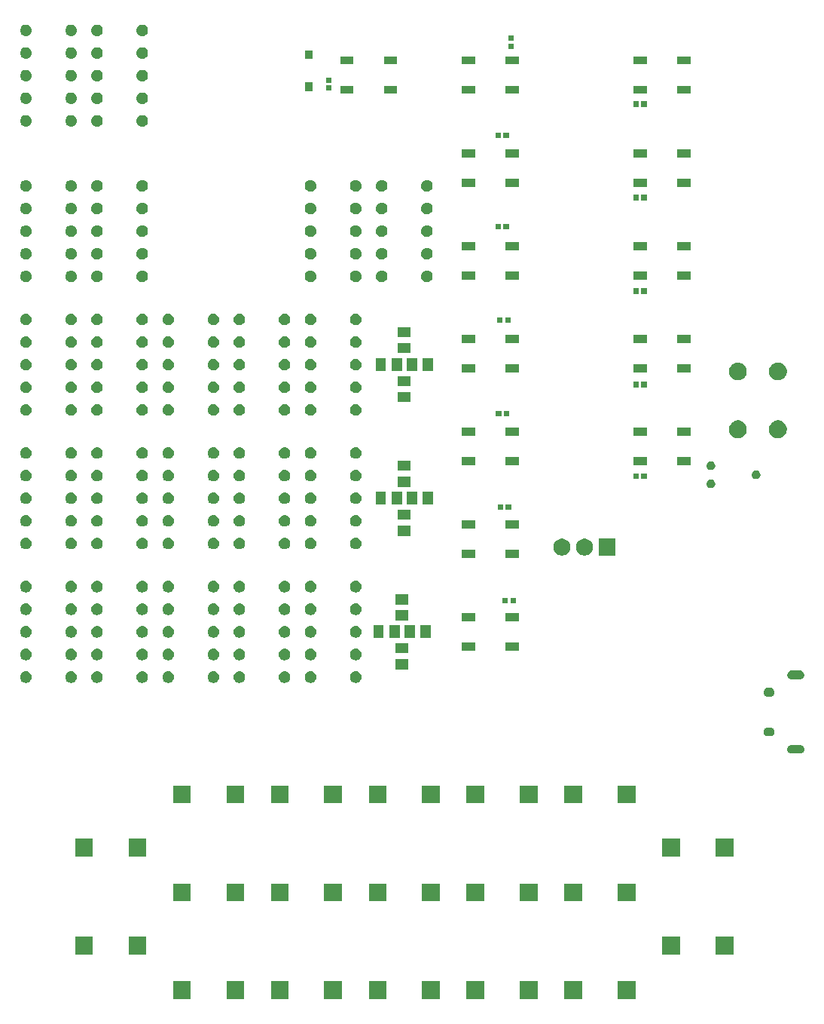
<source format=gbs>
G04 #@! TF.GenerationSoftware,KiCad,Pcbnew,(5.0.0-rc3-dev)*
G04 #@! TF.CreationDate,2018-11-12T18:29:11+00:00*
G04 #@! TF.ProjectId,agc-dsky,6167632D64736B792E6B696361645F70,v0.1*
G04 #@! TF.SameCoordinates,Original*
G04 #@! TF.FileFunction,Soldermask,Bot*
G04 #@! TF.FilePolarity,Negative*
%FSLAX46Y46*%
G04 Gerber Fmt 4.6, Leading zero omitted, Abs format (unit mm)*
G04 Created by KiCad (PCBNEW (5.0.0-rc3-dev)) date 11/12/18 18:29:11*
%MOMM*%
%LPD*%
G01*
G04 APERTURE LIST*
%ADD10C,0.100000*%
G04 APERTURE END LIST*
D10*
G36*
X130250000Y-144500000D02*
X128250000Y-144500000D01*
X128250000Y-142500000D01*
X130250000Y-142500000D01*
X130250000Y-144500000D01*
X130250000Y-144500000D01*
G37*
G36*
X124250000Y-144500000D02*
X122250000Y-144500000D01*
X122250000Y-142500000D01*
X124250000Y-142500000D01*
X124250000Y-144500000D01*
X124250000Y-144500000D01*
G37*
G36*
X80250000Y-144500000D02*
X78250000Y-144500000D01*
X78250000Y-142500000D01*
X80250000Y-142500000D01*
X80250000Y-144500000D01*
X80250000Y-144500000D01*
G37*
G36*
X86250000Y-144500000D02*
X84250000Y-144500000D01*
X84250000Y-142500000D01*
X86250000Y-142500000D01*
X86250000Y-144500000D01*
X86250000Y-144500000D01*
G37*
G36*
X97250000Y-144500000D02*
X95250000Y-144500000D01*
X95250000Y-142500000D01*
X97250000Y-142500000D01*
X97250000Y-144500000D01*
X97250000Y-144500000D01*
G37*
G36*
X91250000Y-144500000D02*
X89250000Y-144500000D01*
X89250000Y-142500000D01*
X91250000Y-142500000D01*
X91250000Y-144500000D01*
X91250000Y-144500000D01*
G37*
G36*
X108250000Y-144500000D02*
X106250000Y-144500000D01*
X106250000Y-142500000D01*
X108250000Y-142500000D01*
X108250000Y-144500000D01*
X108250000Y-144500000D01*
G37*
G36*
X102250000Y-144500000D02*
X100250000Y-144500000D01*
X100250000Y-142500000D01*
X102250000Y-142500000D01*
X102250000Y-144500000D01*
X102250000Y-144500000D01*
G37*
G36*
X113250000Y-144500000D02*
X111250000Y-144500000D01*
X111250000Y-142500000D01*
X113250000Y-142500000D01*
X113250000Y-144500000D01*
X113250000Y-144500000D01*
G37*
G36*
X119250000Y-144500000D02*
X117250000Y-144500000D01*
X117250000Y-142500000D01*
X119250000Y-142500000D01*
X119250000Y-144500000D01*
X119250000Y-144500000D01*
G37*
G36*
X69250000Y-139500000D02*
X67250000Y-139500000D01*
X67250000Y-137500000D01*
X69250000Y-137500000D01*
X69250000Y-139500000D01*
X69250000Y-139500000D01*
G37*
G36*
X141250000Y-139500000D02*
X139250000Y-139500000D01*
X139250000Y-137500000D01*
X141250000Y-137500000D01*
X141250000Y-139500000D01*
X141250000Y-139500000D01*
G37*
G36*
X75250000Y-139500000D02*
X73250000Y-139500000D01*
X73250000Y-137500000D01*
X75250000Y-137500000D01*
X75250000Y-139500000D01*
X75250000Y-139500000D01*
G37*
G36*
X135250000Y-139500000D02*
X133250000Y-139500000D01*
X133250000Y-137500000D01*
X135250000Y-137500000D01*
X135250000Y-139500000D01*
X135250000Y-139500000D01*
G37*
G36*
X124250000Y-133500000D02*
X122250000Y-133500000D01*
X122250000Y-131500000D01*
X124250000Y-131500000D01*
X124250000Y-133500000D01*
X124250000Y-133500000D01*
G37*
G36*
X97250000Y-133500000D02*
X95250000Y-133500000D01*
X95250000Y-131500000D01*
X97250000Y-131500000D01*
X97250000Y-133500000D01*
X97250000Y-133500000D01*
G37*
G36*
X91250000Y-133500000D02*
X89250000Y-133500000D01*
X89250000Y-131500000D01*
X91250000Y-131500000D01*
X91250000Y-133500000D01*
X91250000Y-133500000D01*
G37*
G36*
X108250000Y-133500000D02*
X106250000Y-133500000D01*
X106250000Y-131500000D01*
X108250000Y-131500000D01*
X108250000Y-133500000D01*
X108250000Y-133500000D01*
G37*
G36*
X102250000Y-133500000D02*
X100250000Y-133500000D01*
X100250000Y-131500000D01*
X102250000Y-131500000D01*
X102250000Y-133500000D01*
X102250000Y-133500000D01*
G37*
G36*
X86250000Y-133500000D02*
X84250000Y-133500000D01*
X84250000Y-131500000D01*
X86250000Y-131500000D01*
X86250000Y-133500000D01*
X86250000Y-133500000D01*
G37*
G36*
X80250000Y-133500000D02*
X78250000Y-133500000D01*
X78250000Y-131500000D01*
X80250000Y-131500000D01*
X80250000Y-133500000D01*
X80250000Y-133500000D01*
G37*
G36*
X113250000Y-133500000D02*
X111250000Y-133500000D01*
X111250000Y-131500000D01*
X113250000Y-131500000D01*
X113250000Y-133500000D01*
X113250000Y-133500000D01*
G37*
G36*
X119250000Y-133500000D02*
X117250000Y-133500000D01*
X117250000Y-131500000D01*
X119250000Y-131500000D01*
X119250000Y-133500000D01*
X119250000Y-133500000D01*
G37*
G36*
X130250000Y-133500000D02*
X128250000Y-133500000D01*
X128250000Y-131500000D01*
X130250000Y-131500000D01*
X130250000Y-133500000D01*
X130250000Y-133500000D01*
G37*
G36*
X75250000Y-128500000D02*
X73250000Y-128500000D01*
X73250000Y-126500000D01*
X75250000Y-126500000D01*
X75250000Y-128500000D01*
X75250000Y-128500000D01*
G37*
G36*
X69250000Y-128500000D02*
X67250000Y-128500000D01*
X67250000Y-126500000D01*
X69250000Y-126500000D01*
X69250000Y-128500000D01*
X69250000Y-128500000D01*
G37*
G36*
X135250000Y-128500000D02*
X133250000Y-128500000D01*
X133250000Y-126500000D01*
X135250000Y-126500000D01*
X135250000Y-128500000D01*
X135250000Y-128500000D01*
G37*
G36*
X141250000Y-128500000D02*
X139250000Y-128500000D01*
X139250000Y-126500000D01*
X141250000Y-126500000D01*
X141250000Y-128500000D01*
X141250000Y-128500000D01*
G37*
G36*
X130250000Y-122500000D02*
X128250000Y-122500000D01*
X128250000Y-120500000D01*
X130250000Y-120500000D01*
X130250000Y-122500000D01*
X130250000Y-122500000D01*
G37*
G36*
X91250000Y-122500000D02*
X89250000Y-122500000D01*
X89250000Y-120500000D01*
X91250000Y-120500000D01*
X91250000Y-122500000D01*
X91250000Y-122500000D01*
G37*
G36*
X97250000Y-122500000D02*
X95250000Y-122500000D01*
X95250000Y-120500000D01*
X97250000Y-120500000D01*
X97250000Y-122500000D01*
X97250000Y-122500000D01*
G37*
G36*
X102250000Y-122500000D02*
X100250000Y-122500000D01*
X100250000Y-120500000D01*
X102250000Y-120500000D01*
X102250000Y-122500000D01*
X102250000Y-122500000D01*
G37*
G36*
X86250000Y-122500000D02*
X84250000Y-122500000D01*
X84250000Y-120500000D01*
X86250000Y-120500000D01*
X86250000Y-122500000D01*
X86250000Y-122500000D01*
G37*
G36*
X80250000Y-122500000D02*
X78250000Y-122500000D01*
X78250000Y-120500000D01*
X80250000Y-120500000D01*
X80250000Y-122500000D01*
X80250000Y-122500000D01*
G37*
G36*
X119250000Y-122500000D02*
X117250000Y-122500000D01*
X117250000Y-120500000D01*
X119250000Y-120500000D01*
X119250000Y-122500000D01*
X119250000Y-122500000D01*
G37*
G36*
X113250000Y-122500000D02*
X111250000Y-122500000D01*
X111250000Y-120500000D01*
X113250000Y-120500000D01*
X113250000Y-122500000D01*
X113250000Y-122500000D01*
G37*
G36*
X124250000Y-122500000D02*
X122250000Y-122500000D01*
X122250000Y-120500000D01*
X124250000Y-120500000D01*
X124250000Y-122500000D01*
X124250000Y-122500000D01*
G37*
G36*
X108250000Y-122500000D02*
X106250000Y-122500000D01*
X106250000Y-120500000D01*
X108250000Y-120500000D01*
X108250000Y-122500000D01*
X108250000Y-122500000D01*
G37*
G36*
X148798017Y-115932234D02*
X148892267Y-115960825D01*
X148979130Y-116007254D01*
X149055264Y-116069736D01*
X149117746Y-116145870D01*
X149164175Y-116232733D01*
X149192766Y-116326983D01*
X149202419Y-116425000D01*
X149192766Y-116523017D01*
X149164175Y-116617267D01*
X149117746Y-116704130D01*
X149055264Y-116780264D01*
X148979130Y-116842746D01*
X148892267Y-116889175D01*
X148798017Y-116917766D01*
X148724564Y-116925000D01*
X147775436Y-116925000D01*
X147701983Y-116917766D01*
X147607733Y-116889175D01*
X147520870Y-116842746D01*
X147444736Y-116780264D01*
X147382254Y-116704130D01*
X147335825Y-116617267D01*
X147307234Y-116523017D01*
X147297581Y-116425000D01*
X147307234Y-116326983D01*
X147335825Y-116232733D01*
X147382254Y-116145870D01*
X147444736Y-116069736D01*
X147520870Y-116007254D01*
X147607733Y-115960825D01*
X147701983Y-115932234D01*
X147775436Y-115925000D01*
X148724564Y-115925000D01*
X148798017Y-115932234D01*
X148798017Y-115932234D01*
G37*
G36*
X145473017Y-113982234D02*
X145567267Y-114010825D01*
X145654130Y-114057254D01*
X145730264Y-114119736D01*
X145792746Y-114195870D01*
X145839175Y-114282733D01*
X145867766Y-114376983D01*
X145877419Y-114475000D01*
X145867766Y-114573017D01*
X145839175Y-114667267D01*
X145792746Y-114754130D01*
X145730264Y-114830264D01*
X145654130Y-114892746D01*
X145567267Y-114939175D01*
X145473017Y-114967766D01*
X145399564Y-114975000D01*
X145100436Y-114975000D01*
X145026983Y-114967766D01*
X144932733Y-114939175D01*
X144845870Y-114892746D01*
X144769736Y-114830264D01*
X144707254Y-114754130D01*
X144660825Y-114667267D01*
X144632234Y-114573017D01*
X144622581Y-114475000D01*
X144632234Y-114376983D01*
X144660825Y-114282733D01*
X144707254Y-114195870D01*
X144769736Y-114119736D01*
X144845870Y-114057254D01*
X144932733Y-114010825D01*
X145026983Y-113982234D01*
X145100436Y-113975000D01*
X145399564Y-113975000D01*
X145473017Y-113982234D01*
X145473017Y-113982234D01*
G37*
G36*
X145473017Y-109532234D02*
X145567267Y-109560825D01*
X145654130Y-109607254D01*
X145730264Y-109669736D01*
X145792746Y-109745870D01*
X145839175Y-109832733D01*
X145867766Y-109926983D01*
X145877419Y-110025000D01*
X145867766Y-110123017D01*
X145839175Y-110217267D01*
X145792746Y-110304130D01*
X145730264Y-110380264D01*
X145654130Y-110442746D01*
X145567267Y-110489175D01*
X145473017Y-110517766D01*
X145399564Y-110525000D01*
X145100436Y-110525000D01*
X145026983Y-110517766D01*
X144932733Y-110489175D01*
X144845870Y-110442746D01*
X144769736Y-110380264D01*
X144707254Y-110304130D01*
X144660825Y-110217267D01*
X144632234Y-110123017D01*
X144622581Y-110025000D01*
X144632234Y-109926983D01*
X144660825Y-109832733D01*
X144707254Y-109745870D01*
X144769736Y-109669736D01*
X144845870Y-109607254D01*
X144932733Y-109560825D01*
X145026983Y-109532234D01*
X145100436Y-109525000D01*
X145399564Y-109525000D01*
X145473017Y-109532234D01*
X145473017Y-109532234D01*
G37*
G36*
X90916808Y-107692489D02*
X90979598Y-107704979D01*
X91015224Y-107719736D01*
X91097889Y-107753977D01*
X91204354Y-107825114D01*
X91294886Y-107915646D01*
X91366023Y-108022111D01*
X91415021Y-108140403D01*
X91440000Y-108265980D01*
X91440000Y-108394020D01*
X91415021Y-108519597D01*
X91366023Y-108637889D01*
X91294886Y-108744354D01*
X91204354Y-108834886D01*
X91097889Y-108906023D01*
X91028596Y-108934725D01*
X90979598Y-108955021D01*
X90916809Y-108967510D01*
X90854020Y-108980000D01*
X90725980Y-108980000D01*
X90663191Y-108967510D01*
X90600402Y-108955021D01*
X90551404Y-108934725D01*
X90482111Y-108906023D01*
X90375646Y-108834886D01*
X90285114Y-108744354D01*
X90213977Y-108637889D01*
X90164979Y-108519597D01*
X90140000Y-108394020D01*
X90140000Y-108265980D01*
X90164979Y-108140403D01*
X90213977Y-108022111D01*
X90285114Y-107915646D01*
X90375646Y-107825114D01*
X90482111Y-107753977D01*
X90564776Y-107719736D01*
X90600402Y-107704979D01*
X90663192Y-107692489D01*
X90725980Y-107680000D01*
X90854020Y-107680000D01*
X90916808Y-107692489D01*
X90916808Y-107692489D01*
G37*
G36*
X69836808Y-107692489D02*
X69899598Y-107704979D01*
X69935224Y-107719736D01*
X70017889Y-107753977D01*
X70124354Y-107825114D01*
X70214886Y-107915646D01*
X70286023Y-108022111D01*
X70335021Y-108140403D01*
X70360000Y-108265980D01*
X70360000Y-108394020D01*
X70335021Y-108519597D01*
X70286023Y-108637889D01*
X70214886Y-108744354D01*
X70124354Y-108834886D01*
X70017889Y-108906023D01*
X69948596Y-108934725D01*
X69899598Y-108955021D01*
X69836809Y-108967510D01*
X69774020Y-108980000D01*
X69645980Y-108980000D01*
X69583191Y-108967510D01*
X69520402Y-108955021D01*
X69471404Y-108934725D01*
X69402111Y-108906023D01*
X69295646Y-108834886D01*
X69205114Y-108744354D01*
X69133977Y-108637889D01*
X69084979Y-108519597D01*
X69060000Y-108394020D01*
X69060000Y-108265980D01*
X69084979Y-108140403D01*
X69133977Y-108022111D01*
X69205114Y-107915646D01*
X69295646Y-107825114D01*
X69402111Y-107753977D01*
X69484776Y-107719736D01*
X69520402Y-107704979D01*
X69583192Y-107692489D01*
X69645980Y-107680000D01*
X69774020Y-107680000D01*
X69836808Y-107692489D01*
X69836808Y-107692489D01*
G37*
G36*
X82916808Y-107692489D02*
X82979598Y-107704979D01*
X83015224Y-107719736D01*
X83097889Y-107753977D01*
X83204354Y-107825114D01*
X83294886Y-107915646D01*
X83366023Y-108022111D01*
X83415021Y-108140403D01*
X83440000Y-108265980D01*
X83440000Y-108394020D01*
X83415021Y-108519597D01*
X83366023Y-108637889D01*
X83294886Y-108744354D01*
X83204354Y-108834886D01*
X83097889Y-108906023D01*
X83028596Y-108934725D01*
X82979598Y-108955021D01*
X82916809Y-108967510D01*
X82854020Y-108980000D01*
X82725980Y-108980000D01*
X82663191Y-108967510D01*
X82600402Y-108955021D01*
X82551404Y-108934725D01*
X82482111Y-108906023D01*
X82375646Y-108834886D01*
X82285114Y-108744354D01*
X82213977Y-108637889D01*
X82164979Y-108519597D01*
X82140000Y-108394020D01*
X82140000Y-108265980D01*
X82164979Y-108140403D01*
X82213977Y-108022111D01*
X82285114Y-107915646D01*
X82375646Y-107825114D01*
X82482111Y-107753977D01*
X82564776Y-107719736D01*
X82600402Y-107704979D01*
X82663192Y-107692489D01*
X82725980Y-107680000D01*
X82854020Y-107680000D01*
X82916808Y-107692489D01*
X82916808Y-107692489D01*
G37*
G36*
X61836808Y-107692489D02*
X61899598Y-107704979D01*
X61935224Y-107719736D01*
X62017889Y-107753977D01*
X62124354Y-107825114D01*
X62214886Y-107915646D01*
X62286023Y-108022111D01*
X62335021Y-108140403D01*
X62360000Y-108265980D01*
X62360000Y-108394020D01*
X62335021Y-108519597D01*
X62286023Y-108637889D01*
X62214886Y-108744354D01*
X62124354Y-108834886D01*
X62017889Y-108906023D01*
X61948596Y-108934725D01*
X61899598Y-108955021D01*
X61836809Y-108967510D01*
X61774020Y-108980000D01*
X61645980Y-108980000D01*
X61583191Y-108967510D01*
X61520402Y-108955021D01*
X61471404Y-108934725D01*
X61402111Y-108906023D01*
X61295646Y-108834886D01*
X61205114Y-108744354D01*
X61133977Y-108637889D01*
X61084979Y-108519597D01*
X61060000Y-108394020D01*
X61060000Y-108265980D01*
X61084979Y-108140403D01*
X61133977Y-108022111D01*
X61205114Y-107915646D01*
X61295646Y-107825114D01*
X61402111Y-107753977D01*
X61484776Y-107719736D01*
X61520402Y-107704979D01*
X61583192Y-107692489D01*
X61645980Y-107680000D01*
X61774020Y-107680000D01*
X61836808Y-107692489D01*
X61836808Y-107692489D01*
G37*
G36*
X66916808Y-107692489D02*
X66979598Y-107704979D01*
X67015224Y-107719736D01*
X67097889Y-107753977D01*
X67204354Y-107825114D01*
X67294886Y-107915646D01*
X67366023Y-108022111D01*
X67415021Y-108140403D01*
X67440000Y-108265980D01*
X67440000Y-108394020D01*
X67415021Y-108519597D01*
X67366023Y-108637889D01*
X67294886Y-108744354D01*
X67204354Y-108834886D01*
X67097889Y-108906023D01*
X67028596Y-108934725D01*
X66979598Y-108955021D01*
X66916809Y-108967510D01*
X66854020Y-108980000D01*
X66725980Y-108980000D01*
X66663191Y-108967510D01*
X66600402Y-108955021D01*
X66551404Y-108934725D01*
X66482111Y-108906023D01*
X66375646Y-108834886D01*
X66285114Y-108744354D01*
X66213977Y-108637889D01*
X66164979Y-108519597D01*
X66140000Y-108394020D01*
X66140000Y-108265980D01*
X66164979Y-108140403D01*
X66213977Y-108022111D01*
X66285114Y-107915646D01*
X66375646Y-107825114D01*
X66482111Y-107753977D01*
X66564776Y-107719736D01*
X66600402Y-107704979D01*
X66663192Y-107692489D01*
X66725980Y-107680000D01*
X66854020Y-107680000D01*
X66916808Y-107692489D01*
X66916808Y-107692489D01*
G37*
G36*
X77836808Y-107692489D02*
X77899598Y-107704979D01*
X77935224Y-107719736D01*
X78017889Y-107753977D01*
X78124354Y-107825114D01*
X78214886Y-107915646D01*
X78286023Y-108022111D01*
X78335021Y-108140403D01*
X78360000Y-108265980D01*
X78360000Y-108394020D01*
X78335021Y-108519597D01*
X78286023Y-108637889D01*
X78214886Y-108744354D01*
X78124354Y-108834886D01*
X78017889Y-108906023D01*
X77948596Y-108934725D01*
X77899598Y-108955021D01*
X77836809Y-108967510D01*
X77774020Y-108980000D01*
X77645980Y-108980000D01*
X77583191Y-108967510D01*
X77520402Y-108955021D01*
X77471404Y-108934725D01*
X77402111Y-108906023D01*
X77295646Y-108834886D01*
X77205114Y-108744354D01*
X77133977Y-108637889D01*
X77084979Y-108519597D01*
X77060000Y-108394020D01*
X77060000Y-108265980D01*
X77084979Y-108140403D01*
X77133977Y-108022111D01*
X77205114Y-107915646D01*
X77295646Y-107825114D01*
X77402111Y-107753977D01*
X77484776Y-107719736D01*
X77520402Y-107704979D01*
X77583192Y-107692489D01*
X77645980Y-107680000D01*
X77774020Y-107680000D01*
X77836808Y-107692489D01*
X77836808Y-107692489D01*
G37*
G36*
X85836808Y-107692489D02*
X85899598Y-107704979D01*
X85935224Y-107719736D01*
X86017889Y-107753977D01*
X86124354Y-107825114D01*
X86214886Y-107915646D01*
X86286023Y-108022111D01*
X86335021Y-108140403D01*
X86360000Y-108265980D01*
X86360000Y-108394020D01*
X86335021Y-108519597D01*
X86286023Y-108637889D01*
X86214886Y-108744354D01*
X86124354Y-108834886D01*
X86017889Y-108906023D01*
X85948596Y-108934725D01*
X85899598Y-108955021D01*
X85836809Y-108967510D01*
X85774020Y-108980000D01*
X85645980Y-108980000D01*
X85583191Y-108967510D01*
X85520402Y-108955021D01*
X85471404Y-108934725D01*
X85402111Y-108906023D01*
X85295646Y-108834886D01*
X85205114Y-108744354D01*
X85133977Y-108637889D01*
X85084979Y-108519597D01*
X85060000Y-108394020D01*
X85060000Y-108265980D01*
X85084979Y-108140403D01*
X85133977Y-108022111D01*
X85205114Y-107915646D01*
X85295646Y-107825114D01*
X85402111Y-107753977D01*
X85484776Y-107719736D01*
X85520402Y-107704979D01*
X85583192Y-107692489D01*
X85645980Y-107680000D01*
X85774020Y-107680000D01*
X85836808Y-107692489D01*
X85836808Y-107692489D01*
G37*
G36*
X74916808Y-107692489D02*
X74979598Y-107704979D01*
X75015224Y-107719736D01*
X75097889Y-107753977D01*
X75204354Y-107825114D01*
X75294886Y-107915646D01*
X75366023Y-108022111D01*
X75415021Y-108140403D01*
X75440000Y-108265980D01*
X75440000Y-108394020D01*
X75415021Y-108519597D01*
X75366023Y-108637889D01*
X75294886Y-108744354D01*
X75204354Y-108834886D01*
X75097889Y-108906023D01*
X75028596Y-108934725D01*
X74979598Y-108955021D01*
X74916809Y-108967510D01*
X74854020Y-108980000D01*
X74725980Y-108980000D01*
X74663191Y-108967510D01*
X74600402Y-108955021D01*
X74551404Y-108934725D01*
X74482111Y-108906023D01*
X74375646Y-108834886D01*
X74285114Y-108744354D01*
X74213977Y-108637889D01*
X74164979Y-108519597D01*
X74140000Y-108394020D01*
X74140000Y-108265980D01*
X74164979Y-108140403D01*
X74213977Y-108022111D01*
X74285114Y-107915646D01*
X74375646Y-107825114D01*
X74482111Y-107753977D01*
X74564776Y-107719736D01*
X74600402Y-107704979D01*
X74663192Y-107692489D01*
X74725980Y-107680000D01*
X74854020Y-107680000D01*
X74916808Y-107692489D01*
X74916808Y-107692489D01*
G37*
G36*
X93836808Y-107692489D02*
X93899598Y-107704979D01*
X93935224Y-107719736D01*
X94017889Y-107753977D01*
X94124354Y-107825114D01*
X94214886Y-107915646D01*
X94286023Y-108022111D01*
X94335021Y-108140403D01*
X94360000Y-108265980D01*
X94360000Y-108394020D01*
X94335021Y-108519597D01*
X94286023Y-108637889D01*
X94214886Y-108744354D01*
X94124354Y-108834886D01*
X94017889Y-108906023D01*
X93948596Y-108934725D01*
X93899598Y-108955021D01*
X93836809Y-108967510D01*
X93774020Y-108980000D01*
X93645980Y-108980000D01*
X93583191Y-108967510D01*
X93520402Y-108955021D01*
X93471404Y-108934725D01*
X93402111Y-108906023D01*
X93295646Y-108834886D01*
X93205114Y-108744354D01*
X93133977Y-108637889D01*
X93084979Y-108519597D01*
X93060000Y-108394020D01*
X93060000Y-108265980D01*
X93084979Y-108140403D01*
X93133977Y-108022111D01*
X93205114Y-107915646D01*
X93295646Y-107825114D01*
X93402111Y-107753977D01*
X93484776Y-107719736D01*
X93520402Y-107704979D01*
X93583192Y-107692489D01*
X93645980Y-107680000D01*
X93774020Y-107680000D01*
X93836808Y-107692489D01*
X93836808Y-107692489D01*
G37*
G36*
X98916808Y-107692489D02*
X98979598Y-107704979D01*
X99015224Y-107719736D01*
X99097889Y-107753977D01*
X99204354Y-107825114D01*
X99294886Y-107915646D01*
X99366023Y-108022111D01*
X99415021Y-108140403D01*
X99440000Y-108265980D01*
X99440000Y-108394020D01*
X99415021Y-108519597D01*
X99366023Y-108637889D01*
X99294886Y-108744354D01*
X99204354Y-108834886D01*
X99097889Y-108906023D01*
X99028596Y-108934725D01*
X98979598Y-108955021D01*
X98916809Y-108967510D01*
X98854020Y-108980000D01*
X98725980Y-108980000D01*
X98663191Y-108967510D01*
X98600402Y-108955021D01*
X98551404Y-108934725D01*
X98482111Y-108906023D01*
X98375646Y-108834886D01*
X98285114Y-108744354D01*
X98213977Y-108637889D01*
X98164979Y-108519597D01*
X98140000Y-108394020D01*
X98140000Y-108265980D01*
X98164979Y-108140403D01*
X98213977Y-108022111D01*
X98285114Y-107915646D01*
X98375646Y-107825114D01*
X98482111Y-107753977D01*
X98564776Y-107719736D01*
X98600402Y-107704979D01*
X98663192Y-107692489D01*
X98725980Y-107680000D01*
X98854020Y-107680000D01*
X98916808Y-107692489D01*
X98916808Y-107692489D01*
G37*
G36*
X148798017Y-107582234D02*
X148892267Y-107610825D01*
X148979130Y-107657254D01*
X149055264Y-107719736D01*
X149117746Y-107795870D01*
X149164175Y-107882733D01*
X149192766Y-107976983D01*
X149202419Y-108075000D01*
X149192766Y-108173017D01*
X149164175Y-108267267D01*
X149117746Y-108354130D01*
X149055264Y-108430264D01*
X148979130Y-108492746D01*
X148892267Y-108539175D01*
X148798017Y-108567766D01*
X148724564Y-108575000D01*
X147775436Y-108575000D01*
X147701983Y-108567766D01*
X147607733Y-108539175D01*
X147520870Y-108492746D01*
X147444736Y-108430264D01*
X147382254Y-108354130D01*
X147335825Y-108267267D01*
X147307234Y-108173017D01*
X147297581Y-108075000D01*
X147307234Y-107976983D01*
X147335825Y-107882733D01*
X147382254Y-107795870D01*
X147444736Y-107719736D01*
X147520870Y-107657254D01*
X147607733Y-107610825D01*
X147701983Y-107582234D01*
X147775436Y-107575000D01*
X148724564Y-107575000D01*
X148798017Y-107582234D01*
X148798017Y-107582234D01*
G37*
G36*
X104725000Y-107475000D02*
X103275000Y-107475000D01*
X103275000Y-106325000D01*
X104725000Y-106325000D01*
X104725000Y-107475000D01*
X104725000Y-107475000D01*
G37*
G36*
X61836808Y-105152489D02*
X61899598Y-105164979D01*
X61948596Y-105185275D01*
X62017889Y-105213977D01*
X62124354Y-105285114D01*
X62214886Y-105375646D01*
X62286023Y-105482111D01*
X62335021Y-105600403D01*
X62360000Y-105725980D01*
X62360000Y-105854020D01*
X62335021Y-105979597D01*
X62286023Y-106097889D01*
X62214886Y-106204354D01*
X62124354Y-106294886D01*
X62017889Y-106366023D01*
X61948596Y-106394725D01*
X61899598Y-106415021D01*
X61836809Y-106427510D01*
X61774020Y-106440000D01*
X61645980Y-106440000D01*
X61583191Y-106427510D01*
X61520402Y-106415021D01*
X61471404Y-106394725D01*
X61402111Y-106366023D01*
X61295646Y-106294886D01*
X61205114Y-106204354D01*
X61133977Y-106097889D01*
X61084979Y-105979597D01*
X61060000Y-105854020D01*
X61060000Y-105725980D01*
X61084979Y-105600403D01*
X61133977Y-105482111D01*
X61205114Y-105375646D01*
X61295646Y-105285114D01*
X61402111Y-105213977D01*
X61471404Y-105185275D01*
X61520402Y-105164979D01*
X61583192Y-105152489D01*
X61645980Y-105140000D01*
X61774020Y-105140000D01*
X61836808Y-105152489D01*
X61836808Y-105152489D01*
G37*
G36*
X69836808Y-105152489D02*
X69899598Y-105164979D01*
X69948596Y-105185275D01*
X70017889Y-105213977D01*
X70124354Y-105285114D01*
X70214886Y-105375646D01*
X70286023Y-105482111D01*
X70335021Y-105600403D01*
X70360000Y-105725980D01*
X70360000Y-105854020D01*
X70335021Y-105979597D01*
X70286023Y-106097889D01*
X70214886Y-106204354D01*
X70124354Y-106294886D01*
X70017889Y-106366023D01*
X69948596Y-106394725D01*
X69899598Y-106415021D01*
X69836809Y-106427510D01*
X69774020Y-106440000D01*
X69645980Y-106440000D01*
X69583191Y-106427510D01*
X69520402Y-106415021D01*
X69471404Y-106394725D01*
X69402111Y-106366023D01*
X69295646Y-106294886D01*
X69205114Y-106204354D01*
X69133977Y-106097889D01*
X69084979Y-105979597D01*
X69060000Y-105854020D01*
X69060000Y-105725980D01*
X69084979Y-105600403D01*
X69133977Y-105482111D01*
X69205114Y-105375646D01*
X69295646Y-105285114D01*
X69402111Y-105213977D01*
X69471404Y-105185275D01*
X69520402Y-105164979D01*
X69583192Y-105152489D01*
X69645980Y-105140000D01*
X69774020Y-105140000D01*
X69836808Y-105152489D01*
X69836808Y-105152489D01*
G37*
G36*
X93836808Y-105152489D02*
X93899598Y-105164979D01*
X93948596Y-105185275D01*
X94017889Y-105213977D01*
X94124354Y-105285114D01*
X94214886Y-105375646D01*
X94286023Y-105482111D01*
X94335021Y-105600403D01*
X94360000Y-105725980D01*
X94360000Y-105854020D01*
X94335021Y-105979597D01*
X94286023Y-106097889D01*
X94214886Y-106204354D01*
X94124354Y-106294886D01*
X94017889Y-106366023D01*
X93948596Y-106394725D01*
X93899598Y-106415021D01*
X93836809Y-106427510D01*
X93774020Y-106440000D01*
X93645980Y-106440000D01*
X93583191Y-106427510D01*
X93520402Y-106415021D01*
X93471404Y-106394725D01*
X93402111Y-106366023D01*
X93295646Y-106294886D01*
X93205114Y-106204354D01*
X93133977Y-106097889D01*
X93084979Y-105979597D01*
X93060000Y-105854020D01*
X93060000Y-105725980D01*
X93084979Y-105600403D01*
X93133977Y-105482111D01*
X93205114Y-105375646D01*
X93295646Y-105285114D01*
X93402111Y-105213977D01*
X93471404Y-105185275D01*
X93520402Y-105164979D01*
X93583192Y-105152489D01*
X93645980Y-105140000D01*
X93774020Y-105140000D01*
X93836808Y-105152489D01*
X93836808Y-105152489D01*
G37*
G36*
X98916808Y-105152489D02*
X98979598Y-105164979D01*
X99028596Y-105185275D01*
X99097889Y-105213977D01*
X99204354Y-105285114D01*
X99294886Y-105375646D01*
X99366023Y-105482111D01*
X99415021Y-105600403D01*
X99440000Y-105725980D01*
X99440000Y-105854020D01*
X99415021Y-105979597D01*
X99366023Y-106097889D01*
X99294886Y-106204354D01*
X99204354Y-106294886D01*
X99097889Y-106366023D01*
X99028596Y-106394725D01*
X98979598Y-106415021D01*
X98916809Y-106427510D01*
X98854020Y-106440000D01*
X98725980Y-106440000D01*
X98663191Y-106427510D01*
X98600402Y-106415021D01*
X98551404Y-106394725D01*
X98482111Y-106366023D01*
X98375646Y-106294886D01*
X98285114Y-106204354D01*
X98213977Y-106097889D01*
X98164979Y-105979597D01*
X98140000Y-105854020D01*
X98140000Y-105725980D01*
X98164979Y-105600403D01*
X98213977Y-105482111D01*
X98285114Y-105375646D01*
X98375646Y-105285114D01*
X98482111Y-105213977D01*
X98551404Y-105185275D01*
X98600402Y-105164979D01*
X98663192Y-105152489D01*
X98725980Y-105140000D01*
X98854020Y-105140000D01*
X98916808Y-105152489D01*
X98916808Y-105152489D01*
G37*
G36*
X85836808Y-105152489D02*
X85899598Y-105164979D01*
X85948596Y-105185275D01*
X86017889Y-105213977D01*
X86124354Y-105285114D01*
X86214886Y-105375646D01*
X86286023Y-105482111D01*
X86335021Y-105600403D01*
X86360000Y-105725980D01*
X86360000Y-105854020D01*
X86335021Y-105979597D01*
X86286023Y-106097889D01*
X86214886Y-106204354D01*
X86124354Y-106294886D01*
X86017889Y-106366023D01*
X85948596Y-106394725D01*
X85899598Y-106415021D01*
X85836809Y-106427510D01*
X85774020Y-106440000D01*
X85645980Y-106440000D01*
X85583191Y-106427510D01*
X85520402Y-106415021D01*
X85471404Y-106394725D01*
X85402111Y-106366023D01*
X85295646Y-106294886D01*
X85205114Y-106204354D01*
X85133977Y-106097889D01*
X85084979Y-105979597D01*
X85060000Y-105854020D01*
X85060000Y-105725980D01*
X85084979Y-105600403D01*
X85133977Y-105482111D01*
X85205114Y-105375646D01*
X85295646Y-105285114D01*
X85402111Y-105213977D01*
X85471404Y-105185275D01*
X85520402Y-105164979D01*
X85583192Y-105152489D01*
X85645980Y-105140000D01*
X85774020Y-105140000D01*
X85836808Y-105152489D01*
X85836808Y-105152489D01*
G37*
G36*
X90916808Y-105152489D02*
X90979598Y-105164979D01*
X91028596Y-105185275D01*
X91097889Y-105213977D01*
X91204354Y-105285114D01*
X91294886Y-105375646D01*
X91366023Y-105482111D01*
X91415021Y-105600403D01*
X91440000Y-105725980D01*
X91440000Y-105854020D01*
X91415021Y-105979597D01*
X91366023Y-106097889D01*
X91294886Y-106204354D01*
X91204354Y-106294886D01*
X91097889Y-106366023D01*
X91028596Y-106394725D01*
X90979598Y-106415021D01*
X90916809Y-106427510D01*
X90854020Y-106440000D01*
X90725980Y-106440000D01*
X90663191Y-106427510D01*
X90600402Y-106415021D01*
X90551404Y-106394725D01*
X90482111Y-106366023D01*
X90375646Y-106294886D01*
X90285114Y-106204354D01*
X90213977Y-106097889D01*
X90164979Y-105979597D01*
X90140000Y-105854020D01*
X90140000Y-105725980D01*
X90164979Y-105600403D01*
X90213977Y-105482111D01*
X90285114Y-105375646D01*
X90375646Y-105285114D01*
X90482111Y-105213977D01*
X90551404Y-105185275D01*
X90600402Y-105164979D01*
X90663192Y-105152489D01*
X90725980Y-105140000D01*
X90854020Y-105140000D01*
X90916808Y-105152489D01*
X90916808Y-105152489D01*
G37*
G36*
X77836808Y-105152489D02*
X77899598Y-105164979D01*
X77948596Y-105185275D01*
X78017889Y-105213977D01*
X78124354Y-105285114D01*
X78214886Y-105375646D01*
X78286023Y-105482111D01*
X78335021Y-105600403D01*
X78360000Y-105725980D01*
X78360000Y-105854020D01*
X78335021Y-105979597D01*
X78286023Y-106097889D01*
X78214886Y-106204354D01*
X78124354Y-106294886D01*
X78017889Y-106366023D01*
X77948596Y-106394725D01*
X77899598Y-106415021D01*
X77836809Y-106427510D01*
X77774020Y-106440000D01*
X77645980Y-106440000D01*
X77583191Y-106427510D01*
X77520402Y-106415021D01*
X77471404Y-106394725D01*
X77402111Y-106366023D01*
X77295646Y-106294886D01*
X77205114Y-106204354D01*
X77133977Y-106097889D01*
X77084979Y-105979597D01*
X77060000Y-105854020D01*
X77060000Y-105725980D01*
X77084979Y-105600403D01*
X77133977Y-105482111D01*
X77205114Y-105375646D01*
X77295646Y-105285114D01*
X77402111Y-105213977D01*
X77471404Y-105185275D01*
X77520402Y-105164979D01*
X77583192Y-105152489D01*
X77645980Y-105140000D01*
X77774020Y-105140000D01*
X77836808Y-105152489D01*
X77836808Y-105152489D01*
G37*
G36*
X74916808Y-105152489D02*
X74979598Y-105164979D01*
X75028596Y-105185275D01*
X75097889Y-105213977D01*
X75204354Y-105285114D01*
X75294886Y-105375646D01*
X75366023Y-105482111D01*
X75415021Y-105600403D01*
X75440000Y-105725980D01*
X75440000Y-105854020D01*
X75415021Y-105979597D01*
X75366023Y-106097889D01*
X75294886Y-106204354D01*
X75204354Y-106294886D01*
X75097889Y-106366023D01*
X75028596Y-106394725D01*
X74979598Y-106415021D01*
X74916809Y-106427510D01*
X74854020Y-106440000D01*
X74725980Y-106440000D01*
X74663191Y-106427510D01*
X74600402Y-106415021D01*
X74551404Y-106394725D01*
X74482111Y-106366023D01*
X74375646Y-106294886D01*
X74285114Y-106204354D01*
X74213977Y-106097889D01*
X74164979Y-105979597D01*
X74140000Y-105854020D01*
X74140000Y-105725980D01*
X74164979Y-105600403D01*
X74213977Y-105482111D01*
X74285114Y-105375646D01*
X74375646Y-105285114D01*
X74482111Y-105213977D01*
X74551404Y-105185275D01*
X74600402Y-105164979D01*
X74663192Y-105152489D01*
X74725980Y-105140000D01*
X74854020Y-105140000D01*
X74916808Y-105152489D01*
X74916808Y-105152489D01*
G37*
G36*
X82916808Y-105152489D02*
X82979598Y-105164979D01*
X83028596Y-105185275D01*
X83097889Y-105213977D01*
X83204354Y-105285114D01*
X83294886Y-105375646D01*
X83366023Y-105482111D01*
X83415021Y-105600403D01*
X83440000Y-105725980D01*
X83440000Y-105854020D01*
X83415021Y-105979597D01*
X83366023Y-106097889D01*
X83294886Y-106204354D01*
X83204354Y-106294886D01*
X83097889Y-106366023D01*
X83028596Y-106394725D01*
X82979598Y-106415021D01*
X82916809Y-106427510D01*
X82854020Y-106440000D01*
X82725980Y-106440000D01*
X82663191Y-106427510D01*
X82600402Y-106415021D01*
X82551404Y-106394725D01*
X82482111Y-106366023D01*
X82375646Y-106294886D01*
X82285114Y-106204354D01*
X82213977Y-106097889D01*
X82164979Y-105979597D01*
X82140000Y-105854020D01*
X82140000Y-105725980D01*
X82164979Y-105600403D01*
X82213977Y-105482111D01*
X82285114Y-105375646D01*
X82375646Y-105285114D01*
X82482111Y-105213977D01*
X82551404Y-105185275D01*
X82600402Y-105164979D01*
X82663192Y-105152489D01*
X82725980Y-105140000D01*
X82854020Y-105140000D01*
X82916808Y-105152489D01*
X82916808Y-105152489D01*
G37*
G36*
X66916808Y-105152489D02*
X66979598Y-105164979D01*
X67028596Y-105185275D01*
X67097889Y-105213977D01*
X67204354Y-105285114D01*
X67294886Y-105375646D01*
X67366023Y-105482111D01*
X67415021Y-105600403D01*
X67440000Y-105725980D01*
X67440000Y-105854020D01*
X67415021Y-105979597D01*
X67366023Y-106097889D01*
X67294886Y-106204354D01*
X67204354Y-106294886D01*
X67097889Y-106366023D01*
X67028596Y-106394725D01*
X66979598Y-106415021D01*
X66916809Y-106427510D01*
X66854020Y-106440000D01*
X66725980Y-106440000D01*
X66663191Y-106427510D01*
X66600402Y-106415021D01*
X66551404Y-106394725D01*
X66482111Y-106366023D01*
X66375646Y-106294886D01*
X66285114Y-106204354D01*
X66213977Y-106097889D01*
X66164979Y-105979597D01*
X66140000Y-105854020D01*
X66140000Y-105725980D01*
X66164979Y-105600403D01*
X66213977Y-105482111D01*
X66285114Y-105375646D01*
X66375646Y-105285114D01*
X66482111Y-105213977D01*
X66551404Y-105185275D01*
X66600402Y-105164979D01*
X66663192Y-105152489D01*
X66725980Y-105140000D01*
X66854020Y-105140000D01*
X66916808Y-105152489D01*
X66916808Y-105152489D01*
G37*
G36*
X104725000Y-105675000D02*
X103275000Y-105675000D01*
X103275000Y-104525000D01*
X104725000Y-104525000D01*
X104725000Y-105675000D01*
X104725000Y-105675000D01*
G37*
G36*
X117100000Y-105350000D02*
X115600000Y-105350000D01*
X115600000Y-104450000D01*
X117100000Y-104450000D01*
X117100000Y-105350000D01*
X117100000Y-105350000D01*
G37*
G36*
X112200000Y-105350000D02*
X110700000Y-105350000D01*
X110700000Y-104450000D01*
X112200000Y-104450000D01*
X112200000Y-105350000D01*
X112200000Y-105350000D01*
G37*
G36*
X105425000Y-103975000D02*
X104275000Y-103975000D01*
X104275000Y-102525000D01*
X105425000Y-102525000D01*
X105425000Y-103975000D01*
X105425000Y-103975000D01*
G37*
G36*
X107225000Y-103975000D02*
X106075000Y-103975000D01*
X106075000Y-102525000D01*
X107225000Y-102525000D01*
X107225000Y-103975000D01*
X107225000Y-103975000D01*
G37*
G36*
X103725000Y-103975000D02*
X102575000Y-103975000D01*
X102575000Y-102525000D01*
X103725000Y-102525000D01*
X103725000Y-103975000D01*
X103725000Y-103975000D01*
G37*
G36*
X101925000Y-103975000D02*
X100775000Y-103975000D01*
X100775000Y-102525000D01*
X101925000Y-102525000D01*
X101925000Y-103975000D01*
X101925000Y-103975000D01*
G37*
G36*
X69836808Y-102612489D02*
X69899598Y-102624979D01*
X69948596Y-102645275D01*
X70017889Y-102673977D01*
X70124354Y-102745114D01*
X70214886Y-102835646D01*
X70286023Y-102942111D01*
X70335021Y-103060403D01*
X70360000Y-103185980D01*
X70360000Y-103314020D01*
X70335021Y-103439597D01*
X70286023Y-103557889D01*
X70214886Y-103664354D01*
X70124354Y-103754886D01*
X70017889Y-103826023D01*
X69948596Y-103854725D01*
X69899598Y-103875021D01*
X69836808Y-103887511D01*
X69774020Y-103900000D01*
X69645980Y-103900000D01*
X69583192Y-103887511D01*
X69520402Y-103875021D01*
X69471404Y-103854725D01*
X69402111Y-103826023D01*
X69295646Y-103754886D01*
X69205114Y-103664354D01*
X69133977Y-103557889D01*
X69084979Y-103439597D01*
X69060000Y-103314020D01*
X69060000Y-103185980D01*
X69084979Y-103060403D01*
X69133977Y-102942111D01*
X69205114Y-102835646D01*
X69295646Y-102745114D01*
X69402111Y-102673977D01*
X69471404Y-102645275D01*
X69520402Y-102624979D01*
X69583192Y-102612489D01*
X69645980Y-102600000D01*
X69774020Y-102600000D01*
X69836808Y-102612489D01*
X69836808Y-102612489D01*
G37*
G36*
X90916808Y-102612489D02*
X90979598Y-102624979D01*
X91028596Y-102645275D01*
X91097889Y-102673977D01*
X91204354Y-102745114D01*
X91294886Y-102835646D01*
X91366023Y-102942111D01*
X91415021Y-103060403D01*
X91440000Y-103185980D01*
X91440000Y-103314020D01*
X91415021Y-103439597D01*
X91366023Y-103557889D01*
X91294886Y-103664354D01*
X91204354Y-103754886D01*
X91097889Y-103826023D01*
X91028596Y-103854725D01*
X90979598Y-103875021D01*
X90916808Y-103887511D01*
X90854020Y-103900000D01*
X90725980Y-103900000D01*
X90663192Y-103887511D01*
X90600402Y-103875021D01*
X90551404Y-103854725D01*
X90482111Y-103826023D01*
X90375646Y-103754886D01*
X90285114Y-103664354D01*
X90213977Y-103557889D01*
X90164979Y-103439597D01*
X90140000Y-103314020D01*
X90140000Y-103185980D01*
X90164979Y-103060403D01*
X90213977Y-102942111D01*
X90285114Y-102835646D01*
X90375646Y-102745114D01*
X90482111Y-102673977D01*
X90551404Y-102645275D01*
X90600402Y-102624979D01*
X90663192Y-102612489D01*
X90725980Y-102600000D01*
X90854020Y-102600000D01*
X90916808Y-102612489D01*
X90916808Y-102612489D01*
G37*
G36*
X85836808Y-102612489D02*
X85899598Y-102624979D01*
X85948596Y-102645275D01*
X86017889Y-102673977D01*
X86124354Y-102745114D01*
X86214886Y-102835646D01*
X86286023Y-102942111D01*
X86335021Y-103060403D01*
X86360000Y-103185980D01*
X86360000Y-103314020D01*
X86335021Y-103439597D01*
X86286023Y-103557889D01*
X86214886Y-103664354D01*
X86124354Y-103754886D01*
X86017889Y-103826023D01*
X85948596Y-103854725D01*
X85899598Y-103875021D01*
X85836808Y-103887511D01*
X85774020Y-103900000D01*
X85645980Y-103900000D01*
X85583192Y-103887511D01*
X85520402Y-103875021D01*
X85471404Y-103854725D01*
X85402111Y-103826023D01*
X85295646Y-103754886D01*
X85205114Y-103664354D01*
X85133977Y-103557889D01*
X85084979Y-103439597D01*
X85060000Y-103314020D01*
X85060000Y-103185980D01*
X85084979Y-103060403D01*
X85133977Y-102942111D01*
X85205114Y-102835646D01*
X85295646Y-102745114D01*
X85402111Y-102673977D01*
X85471404Y-102645275D01*
X85520402Y-102624979D01*
X85583192Y-102612489D01*
X85645980Y-102600000D01*
X85774020Y-102600000D01*
X85836808Y-102612489D01*
X85836808Y-102612489D01*
G37*
G36*
X77836808Y-102612489D02*
X77899598Y-102624979D01*
X77948596Y-102645275D01*
X78017889Y-102673977D01*
X78124354Y-102745114D01*
X78214886Y-102835646D01*
X78286023Y-102942111D01*
X78335021Y-103060403D01*
X78360000Y-103185980D01*
X78360000Y-103314020D01*
X78335021Y-103439597D01*
X78286023Y-103557889D01*
X78214886Y-103664354D01*
X78124354Y-103754886D01*
X78017889Y-103826023D01*
X77948596Y-103854725D01*
X77899598Y-103875021D01*
X77836808Y-103887511D01*
X77774020Y-103900000D01*
X77645980Y-103900000D01*
X77583192Y-103887511D01*
X77520402Y-103875021D01*
X77471404Y-103854725D01*
X77402111Y-103826023D01*
X77295646Y-103754886D01*
X77205114Y-103664354D01*
X77133977Y-103557889D01*
X77084979Y-103439597D01*
X77060000Y-103314020D01*
X77060000Y-103185980D01*
X77084979Y-103060403D01*
X77133977Y-102942111D01*
X77205114Y-102835646D01*
X77295646Y-102745114D01*
X77402111Y-102673977D01*
X77471404Y-102645275D01*
X77520402Y-102624979D01*
X77583192Y-102612489D01*
X77645980Y-102600000D01*
X77774020Y-102600000D01*
X77836808Y-102612489D01*
X77836808Y-102612489D01*
G37*
G36*
X82916808Y-102612489D02*
X82979598Y-102624979D01*
X83028596Y-102645275D01*
X83097889Y-102673977D01*
X83204354Y-102745114D01*
X83294886Y-102835646D01*
X83366023Y-102942111D01*
X83415021Y-103060403D01*
X83440000Y-103185980D01*
X83440000Y-103314020D01*
X83415021Y-103439597D01*
X83366023Y-103557889D01*
X83294886Y-103664354D01*
X83204354Y-103754886D01*
X83097889Y-103826023D01*
X83028596Y-103854725D01*
X82979598Y-103875021D01*
X82916808Y-103887511D01*
X82854020Y-103900000D01*
X82725980Y-103900000D01*
X82663192Y-103887511D01*
X82600402Y-103875021D01*
X82551404Y-103854725D01*
X82482111Y-103826023D01*
X82375646Y-103754886D01*
X82285114Y-103664354D01*
X82213977Y-103557889D01*
X82164979Y-103439597D01*
X82140000Y-103314020D01*
X82140000Y-103185980D01*
X82164979Y-103060403D01*
X82213977Y-102942111D01*
X82285114Y-102835646D01*
X82375646Y-102745114D01*
X82482111Y-102673977D01*
X82551404Y-102645275D01*
X82600402Y-102624979D01*
X82663192Y-102612489D01*
X82725980Y-102600000D01*
X82854020Y-102600000D01*
X82916808Y-102612489D01*
X82916808Y-102612489D01*
G37*
G36*
X93836808Y-102612489D02*
X93899598Y-102624979D01*
X93948596Y-102645275D01*
X94017889Y-102673977D01*
X94124354Y-102745114D01*
X94214886Y-102835646D01*
X94286023Y-102942111D01*
X94335021Y-103060403D01*
X94360000Y-103185980D01*
X94360000Y-103314020D01*
X94335021Y-103439597D01*
X94286023Y-103557889D01*
X94214886Y-103664354D01*
X94124354Y-103754886D01*
X94017889Y-103826023D01*
X93948596Y-103854725D01*
X93899598Y-103875021D01*
X93836808Y-103887511D01*
X93774020Y-103900000D01*
X93645980Y-103900000D01*
X93583192Y-103887511D01*
X93520402Y-103875021D01*
X93471404Y-103854725D01*
X93402111Y-103826023D01*
X93295646Y-103754886D01*
X93205114Y-103664354D01*
X93133977Y-103557889D01*
X93084979Y-103439597D01*
X93060000Y-103314020D01*
X93060000Y-103185980D01*
X93084979Y-103060403D01*
X93133977Y-102942111D01*
X93205114Y-102835646D01*
X93295646Y-102745114D01*
X93402111Y-102673977D01*
X93471404Y-102645275D01*
X93520402Y-102624979D01*
X93583192Y-102612489D01*
X93645980Y-102600000D01*
X93774020Y-102600000D01*
X93836808Y-102612489D01*
X93836808Y-102612489D01*
G37*
G36*
X61836808Y-102612489D02*
X61899598Y-102624979D01*
X61948596Y-102645275D01*
X62017889Y-102673977D01*
X62124354Y-102745114D01*
X62214886Y-102835646D01*
X62286023Y-102942111D01*
X62335021Y-103060403D01*
X62360000Y-103185980D01*
X62360000Y-103314020D01*
X62335021Y-103439597D01*
X62286023Y-103557889D01*
X62214886Y-103664354D01*
X62124354Y-103754886D01*
X62017889Y-103826023D01*
X61948596Y-103854725D01*
X61899598Y-103875021D01*
X61836808Y-103887511D01*
X61774020Y-103900000D01*
X61645980Y-103900000D01*
X61583192Y-103887511D01*
X61520402Y-103875021D01*
X61471404Y-103854725D01*
X61402111Y-103826023D01*
X61295646Y-103754886D01*
X61205114Y-103664354D01*
X61133977Y-103557889D01*
X61084979Y-103439597D01*
X61060000Y-103314020D01*
X61060000Y-103185980D01*
X61084979Y-103060403D01*
X61133977Y-102942111D01*
X61205114Y-102835646D01*
X61295646Y-102745114D01*
X61402111Y-102673977D01*
X61471404Y-102645275D01*
X61520402Y-102624979D01*
X61583192Y-102612489D01*
X61645980Y-102600000D01*
X61774020Y-102600000D01*
X61836808Y-102612489D01*
X61836808Y-102612489D01*
G37*
G36*
X74916808Y-102612489D02*
X74979598Y-102624979D01*
X75028596Y-102645275D01*
X75097889Y-102673977D01*
X75204354Y-102745114D01*
X75294886Y-102835646D01*
X75366023Y-102942111D01*
X75415021Y-103060403D01*
X75440000Y-103185980D01*
X75440000Y-103314020D01*
X75415021Y-103439597D01*
X75366023Y-103557889D01*
X75294886Y-103664354D01*
X75204354Y-103754886D01*
X75097889Y-103826023D01*
X75028596Y-103854725D01*
X74979598Y-103875021D01*
X74916808Y-103887511D01*
X74854020Y-103900000D01*
X74725980Y-103900000D01*
X74663192Y-103887511D01*
X74600402Y-103875021D01*
X74551404Y-103854725D01*
X74482111Y-103826023D01*
X74375646Y-103754886D01*
X74285114Y-103664354D01*
X74213977Y-103557889D01*
X74164979Y-103439597D01*
X74140000Y-103314020D01*
X74140000Y-103185980D01*
X74164979Y-103060403D01*
X74213977Y-102942111D01*
X74285114Y-102835646D01*
X74375646Y-102745114D01*
X74482111Y-102673977D01*
X74551404Y-102645275D01*
X74600402Y-102624979D01*
X74663192Y-102612489D01*
X74725980Y-102600000D01*
X74854020Y-102600000D01*
X74916808Y-102612489D01*
X74916808Y-102612489D01*
G37*
G36*
X66916808Y-102612489D02*
X66979598Y-102624979D01*
X67028596Y-102645275D01*
X67097889Y-102673977D01*
X67204354Y-102745114D01*
X67294886Y-102835646D01*
X67366023Y-102942111D01*
X67415021Y-103060403D01*
X67440000Y-103185980D01*
X67440000Y-103314020D01*
X67415021Y-103439597D01*
X67366023Y-103557889D01*
X67294886Y-103664354D01*
X67204354Y-103754886D01*
X67097889Y-103826023D01*
X67028596Y-103854725D01*
X66979598Y-103875021D01*
X66916808Y-103887511D01*
X66854020Y-103900000D01*
X66725980Y-103900000D01*
X66663192Y-103887511D01*
X66600402Y-103875021D01*
X66551404Y-103854725D01*
X66482111Y-103826023D01*
X66375646Y-103754886D01*
X66285114Y-103664354D01*
X66213977Y-103557889D01*
X66164979Y-103439597D01*
X66140000Y-103314020D01*
X66140000Y-103185980D01*
X66164979Y-103060403D01*
X66213977Y-102942111D01*
X66285114Y-102835646D01*
X66375646Y-102745114D01*
X66482111Y-102673977D01*
X66551404Y-102645275D01*
X66600402Y-102624979D01*
X66663192Y-102612489D01*
X66725980Y-102600000D01*
X66854020Y-102600000D01*
X66916808Y-102612489D01*
X66916808Y-102612489D01*
G37*
G36*
X98916808Y-102612489D02*
X98979598Y-102624979D01*
X99028596Y-102645275D01*
X99097889Y-102673977D01*
X99204354Y-102745114D01*
X99294886Y-102835646D01*
X99366023Y-102942111D01*
X99415021Y-103060403D01*
X99440000Y-103185980D01*
X99440000Y-103314020D01*
X99415021Y-103439597D01*
X99366023Y-103557889D01*
X99294886Y-103664354D01*
X99204354Y-103754886D01*
X99097889Y-103826023D01*
X99028596Y-103854725D01*
X98979598Y-103875021D01*
X98916808Y-103887511D01*
X98854020Y-103900000D01*
X98725980Y-103900000D01*
X98663192Y-103887511D01*
X98600402Y-103875021D01*
X98551404Y-103854725D01*
X98482111Y-103826023D01*
X98375646Y-103754886D01*
X98285114Y-103664354D01*
X98213977Y-103557889D01*
X98164979Y-103439597D01*
X98140000Y-103314020D01*
X98140000Y-103185980D01*
X98164979Y-103060403D01*
X98213977Y-102942111D01*
X98285114Y-102835646D01*
X98375646Y-102745114D01*
X98482111Y-102673977D01*
X98551404Y-102645275D01*
X98600402Y-102624979D01*
X98663192Y-102612489D01*
X98725980Y-102600000D01*
X98854020Y-102600000D01*
X98916808Y-102612489D01*
X98916808Y-102612489D01*
G37*
G36*
X117100000Y-102050000D02*
X115600000Y-102050000D01*
X115600000Y-101150000D01*
X117100000Y-101150000D01*
X117100000Y-102050000D01*
X117100000Y-102050000D01*
G37*
G36*
X112200000Y-102050000D02*
X110700000Y-102050000D01*
X110700000Y-101150000D01*
X112200000Y-101150000D01*
X112200000Y-102050000D01*
X112200000Y-102050000D01*
G37*
G36*
X104725000Y-101975000D02*
X103275000Y-101975000D01*
X103275000Y-100825000D01*
X104725000Y-100825000D01*
X104725000Y-101975000D01*
X104725000Y-101975000D01*
G37*
G36*
X98916808Y-100072489D02*
X98979598Y-100084979D01*
X99028596Y-100105275D01*
X99097889Y-100133977D01*
X99204354Y-100205114D01*
X99294886Y-100295646D01*
X99366023Y-100402111D01*
X99415021Y-100520403D01*
X99440000Y-100645980D01*
X99440000Y-100774020D01*
X99415021Y-100899597D01*
X99366023Y-101017889D01*
X99294886Y-101124354D01*
X99204354Y-101214886D01*
X99097889Y-101286023D01*
X99028596Y-101314725D01*
X98979598Y-101335021D01*
X98916808Y-101347511D01*
X98854020Y-101360000D01*
X98725980Y-101360000D01*
X98663192Y-101347511D01*
X98600402Y-101335021D01*
X98551404Y-101314725D01*
X98482111Y-101286023D01*
X98375646Y-101214886D01*
X98285114Y-101124354D01*
X98213977Y-101017889D01*
X98164979Y-100899597D01*
X98140000Y-100774020D01*
X98140000Y-100645980D01*
X98164979Y-100520403D01*
X98213977Y-100402111D01*
X98285114Y-100295646D01*
X98375646Y-100205114D01*
X98482111Y-100133977D01*
X98551404Y-100105275D01*
X98600402Y-100084979D01*
X98663191Y-100072490D01*
X98725980Y-100060000D01*
X98854020Y-100060000D01*
X98916808Y-100072489D01*
X98916808Y-100072489D01*
G37*
G36*
X90916808Y-100072489D02*
X90979598Y-100084979D01*
X91028596Y-100105275D01*
X91097889Y-100133977D01*
X91204354Y-100205114D01*
X91294886Y-100295646D01*
X91366023Y-100402111D01*
X91415021Y-100520403D01*
X91440000Y-100645980D01*
X91440000Y-100774020D01*
X91415021Y-100899597D01*
X91366023Y-101017889D01*
X91294886Y-101124354D01*
X91204354Y-101214886D01*
X91097889Y-101286023D01*
X91028596Y-101314725D01*
X90979598Y-101335021D01*
X90916808Y-101347511D01*
X90854020Y-101360000D01*
X90725980Y-101360000D01*
X90663192Y-101347511D01*
X90600402Y-101335021D01*
X90551404Y-101314725D01*
X90482111Y-101286023D01*
X90375646Y-101214886D01*
X90285114Y-101124354D01*
X90213977Y-101017889D01*
X90164979Y-100899597D01*
X90140000Y-100774020D01*
X90140000Y-100645980D01*
X90164979Y-100520403D01*
X90213977Y-100402111D01*
X90285114Y-100295646D01*
X90375646Y-100205114D01*
X90482111Y-100133977D01*
X90551404Y-100105275D01*
X90600402Y-100084979D01*
X90663191Y-100072490D01*
X90725980Y-100060000D01*
X90854020Y-100060000D01*
X90916808Y-100072489D01*
X90916808Y-100072489D01*
G37*
G36*
X66916808Y-100072489D02*
X66979598Y-100084979D01*
X67028596Y-100105275D01*
X67097889Y-100133977D01*
X67204354Y-100205114D01*
X67294886Y-100295646D01*
X67366023Y-100402111D01*
X67415021Y-100520403D01*
X67440000Y-100645980D01*
X67440000Y-100774020D01*
X67415021Y-100899597D01*
X67366023Y-101017889D01*
X67294886Y-101124354D01*
X67204354Y-101214886D01*
X67097889Y-101286023D01*
X67028596Y-101314725D01*
X66979598Y-101335021D01*
X66916808Y-101347511D01*
X66854020Y-101360000D01*
X66725980Y-101360000D01*
X66663192Y-101347511D01*
X66600402Y-101335021D01*
X66551404Y-101314725D01*
X66482111Y-101286023D01*
X66375646Y-101214886D01*
X66285114Y-101124354D01*
X66213977Y-101017889D01*
X66164979Y-100899597D01*
X66140000Y-100774020D01*
X66140000Y-100645980D01*
X66164979Y-100520403D01*
X66213977Y-100402111D01*
X66285114Y-100295646D01*
X66375646Y-100205114D01*
X66482111Y-100133977D01*
X66551404Y-100105275D01*
X66600402Y-100084979D01*
X66663191Y-100072490D01*
X66725980Y-100060000D01*
X66854020Y-100060000D01*
X66916808Y-100072489D01*
X66916808Y-100072489D01*
G37*
G36*
X82916808Y-100072489D02*
X82979598Y-100084979D01*
X83028596Y-100105275D01*
X83097889Y-100133977D01*
X83204354Y-100205114D01*
X83294886Y-100295646D01*
X83366023Y-100402111D01*
X83415021Y-100520403D01*
X83440000Y-100645980D01*
X83440000Y-100774020D01*
X83415021Y-100899597D01*
X83366023Y-101017889D01*
X83294886Y-101124354D01*
X83204354Y-101214886D01*
X83097889Y-101286023D01*
X83028596Y-101314725D01*
X82979598Y-101335021D01*
X82916808Y-101347511D01*
X82854020Y-101360000D01*
X82725980Y-101360000D01*
X82663192Y-101347511D01*
X82600402Y-101335021D01*
X82551404Y-101314725D01*
X82482111Y-101286023D01*
X82375646Y-101214886D01*
X82285114Y-101124354D01*
X82213977Y-101017889D01*
X82164979Y-100899597D01*
X82140000Y-100774020D01*
X82140000Y-100645980D01*
X82164979Y-100520403D01*
X82213977Y-100402111D01*
X82285114Y-100295646D01*
X82375646Y-100205114D01*
X82482111Y-100133977D01*
X82551404Y-100105275D01*
X82600402Y-100084979D01*
X82663191Y-100072490D01*
X82725980Y-100060000D01*
X82854020Y-100060000D01*
X82916808Y-100072489D01*
X82916808Y-100072489D01*
G37*
G36*
X77836808Y-100072489D02*
X77899598Y-100084979D01*
X77948596Y-100105275D01*
X78017889Y-100133977D01*
X78124354Y-100205114D01*
X78214886Y-100295646D01*
X78286023Y-100402111D01*
X78335021Y-100520403D01*
X78360000Y-100645980D01*
X78360000Y-100774020D01*
X78335021Y-100899597D01*
X78286023Y-101017889D01*
X78214886Y-101124354D01*
X78124354Y-101214886D01*
X78017889Y-101286023D01*
X77948596Y-101314725D01*
X77899598Y-101335021D01*
X77836808Y-101347511D01*
X77774020Y-101360000D01*
X77645980Y-101360000D01*
X77583192Y-101347511D01*
X77520402Y-101335021D01*
X77471404Y-101314725D01*
X77402111Y-101286023D01*
X77295646Y-101214886D01*
X77205114Y-101124354D01*
X77133977Y-101017889D01*
X77084979Y-100899597D01*
X77060000Y-100774020D01*
X77060000Y-100645980D01*
X77084979Y-100520403D01*
X77133977Y-100402111D01*
X77205114Y-100295646D01*
X77295646Y-100205114D01*
X77402111Y-100133977D01*
X77471404Y-100105275D01*
X77520402Y-100084979D01*
X77583191Y-100072490D01*
X77645980Y-100060000D01*
X77774020Y-100060000D01*
X77836808Y-100072489D01*
X77836808Y-100072489D01*
G37*
G36*
X69836808Y-100072489D02*
X69899598Y-100084979D01*
X69948596Y-100105275D01*
X70017889Y-100133977D01*
X70124354Y-100205114D01*
X70214886Y-100295646D01*
X70286023Y-100402111D01*
X70335021Y-100520403D01*
X70360000Y-100645980D01*
X70360000Y-100774020D01*
X70335021Y-100899597D01*
X70286023Y-101017889D01*
X70214886Y-101124354D01*
X70124354Y-101214886D01*
X70017889Y-101286023D01*
X69948596Y-101314725D01*
X69899598Y-101335021D01*
X69836808Y-101347511D01*
X69774020Y-101360000D01*
X69645980Y-101360000D01*
X69583192Y-101347511D01*
X69520402Y-101335021D01*
X69471404Y-101314725D01*
X69402111Y-101286023D01*
X69295646Y-101214886D01*
X69205114Y-101124354D01*
X69133977Y-101017889D01*
X69084979Y-100899597D01*
X69060000Y-100774020D01*
X69060000Y-100645980D01*
X69084979Y-100520403D01*
X69133977Y-100402111D01*
X69205114Y-100295646D01*
X69295646Y-100205114D01*
X69402111Y-100133977D01*
X69471404Y-100105275D01*
X69520402Y-100084979D01*
X69583191Y-100072490D01*
X69645980Y-100060000D01*
X69774020Y-100060000D01*
X69836808Y-100072489D01*
X69836808Y-100072489D01*
G37*
G36*
X74916808Y-100072489D02*
X74979598Y-100084979D01*
X75028596Y-100105275D01*
X75097889Y-100133977D01*
X75204354Y-100205114D01*
X75294886Y-100295646D01*
X75366023Y-100402111D01*
X75415021Y-100520403D01*
X75440000Y-100645980D01*
X75440000Y-100774020D01*
X75415021Y-100899597D01*
X75366023Y-101017889D01*
X75294886Y-101124354D01*
X75204354Y-101214886D01*
X75097889Y-101286023D01*
X75028596Y-101314725D01*
X74979598Y-101335021D01*
X74916808Y-101347511D01*
X74854020Y-101360000D01*
X74725980Y-101360000D01*
X74663192Y-101347511D01*
X74600402Y-101335021D01*
X74551404Y-101314725D01*
X74482111Y-101286023D01*
X74375646Y-101214886D01*
X74285114Y-101124354D01*
X74213977Y-101017889D01*
X74164979Y-100899597D01*
X74140000Y-100774020D01*
X74140000Y-100645980D01*
X74164979Y-100520403D01*
X74213977Y-100402111D01*
X74285114Y-100295646D01*
X74375646Y-100205114D01*
X74482111Y-100133977D01*
X74551404Y-100105275D01*
X74600402Y-100084979D01*
X74663191Y-100072490D01*
X74725980Y-100060000D01*
X74854020Y-100060000D01*
X74916808Y-100072489D01*
X74916808Y-100072489D01*
G37*
G36*
X93836808Y-100072489D02*
X93899598Y-100084979D01*
X93948596Y-100105275D01*
X94017889Y-100133977D01*
X94124354Y-100205114D01*
X94214886Y-100295646D01*
X94286023Y-100402111D01*
X94335021Y-100520403D01*
X94360000Y-100645980D01*
X94360000Y-100774020D01*
X94335021Y-100899597D01*
X94286023Y-101017889D01*
X94214886Y-101124354D01*
X94124354Y-101214886D01*
X94017889Y-101286023D01*
X93948596Y-101314725D01*
X93899598Y-101335021D01*
X93836808Y-101347511D01*
X93774020Y-101360000D01*
X93645980Y-101360000D01*
X93583192Y-101347511D01*
X93520402Y-101335021D01*
X93471404Y-101314725D01*
X93402111Y-101286023D01*
X93295646Y-101214886D01*
X93205114Y-101124354D01*
X93133977Y-101017889D01*
X93084979Y-100899597D01*
X93060000Y-100774020D01*
X93060000Y-100645980D01*
X93084979Y-100520403D01*
X93133977Y-100402111D01*
X93205114Y-100295646D01*
X93295646Y-100205114D01*
X93402111Y-100133977D01*
X93471404Y-100105275D01*
X93520402Y-100084979D01*
X93583191Y-100072490D01*
X93645980Y-100060000D01*
X93774020Y-100060000D01*
X93836808Y-100072489D01*
X93836808Y-100072489D01*
G37*
G36*
X85836808Y-100072489D02*
X85899598Y-100084979D01*
X85948596Y-100105275D01*
X86017889Y-100133977D01*
X86124354Y-100205114D01*
X86214886Y-100295646D01*
X86286023Y-100402111D01*
X86335021Y-100520403D01*
X86360000Y-100645980D01*
X86360000Y-100774020D01*
X86335021Y-100899597D01*
X86286023Y-101017889D01*
X86214886Y-101124354D01*
X86124354Y-101214886D01*
X86017889Y-101286023D01*
X85948596Y-101314725D01*
X85899598Y-101335021D01*
X85836808Y-101347511D01*
X85774020Y-101360000D01*
X85645980Y-101360000D01*
X85583192Y-101347511D01*
X85520402Y-101335021D01*
X85471404Y-101314725D01*
X85402111Y-101286023D01*
X85295646Y-101214886D01*
X85205114Y-101124354D01*
X85133977Y-101017889D01*
X85084979Y-100899597D01*
X85060000Y-100774020D01*
X85060000Y-100645980D01*
X85084979Y-100520403D01*
X85133977Y-100402111D01*
X85205114Y-100295646D01*
X85295646Y-100205114D01*
X85402111Y-100133977D01*
X85471404Y-100105275D01*
X85520402Y-100084979D01*
X85583191Y-100072490D01*
X85645980Y-100060000D01*
X85774020Y-100060000D01*
X85836808Y-100072489D01*
X85836808Y-100072489D01*
G37*
G36*
X61836808Y-100072489D02*
X61899598Y-100084979D01*
X61948596Y-100105275D01*
X62017889Y-100133977D01*
X62124354Y-100205114D01*
X62214886Y-100295646D01*
X62286023Y-100402111D01*
X62335021Y-100520403D01*
X62360000Y-100645980D01*
X62360000Y-100774020D01*
X62335021Y-100899597D01*
X62286023Y-101017889D01*
X62214886Y-101124354D01*
X62124354Y-101214886D01*
X62017889Y-101286023D01*
X61948596Y-101314725D01*
X61899598Y-101335021D01*
X61836808Y-101347511D01*
X61774020Y-101360000D01*
X61645980Y-101360000D01*
X61583192Y-101347511D01*
X61520402Y-101335021D01*
X61471404Y-101314725D01*
X61402111Y-101286023D01*
X61295646Y-101214886D01*
X61205114Y-101124354D01*
X61133977Y-101017889D01*
X61084979Y-100899597D01*
X61060000Y-100774020D01*
X61060000Y-100645980D01*
X61084979Y-100520403D01*
X61133977Y-100402111D01*
X61205114Y-100295646D01*
X61295646Y-100205114D01*
X61402111Y-100133977D01*
X61471404Y-100105275D01*
X61520402Y-100084979D01*
X61583191Y-100072490D01*
X61645980Y-100060000D01*
X61774020Y-100060000D01*
X61836808Y-100072489D01*
X61836808Y-100072489D01*
G37*
G36*
X104725000Y-100175000D02*
X103275000Y-100175000D01*
X103275000Y-99025000D01*
X104725000Y-99025000D01*
X104725000Y-100175000D01*
X104725000Y-100175000D01*
G37*
G36*
X115910000Y-100060000D02*
X115290000Y-100060000D01*
X115290000Y-99440000D01*
X115910000Y-99440000D01*
X115910000Y-100060000D01*
X115910000Y-100060000D01*
G37*
G36*
X116810000Y-100060000D02*
X116190000Y-100060000D01*
X116190000Y-99440000D01*
X116810000Y-99440000D01*
X116810000Y-100060000D01*
X116810000Y-100060000D01*
G37*
G36*
X66916809Y-97532490D02*
X66979598Y-97544979D01*
X67028596Y-97565275D01*
X67097889Y-97593977D01*
X67204354Y-97665114D01*
X67294886Y-97755646D01*
X67366023Y-97862111D01*
X67415021Y-97980403D01*
X67440000Y-98105980D01*
X67440000Y-98234020D01*
X67415021Y-98359597D01*
X67366023Y-98477889D01*
X67294886Y-98584354D01*
X67204354Y-98674886D01*
X67097889Y-98746023D01*
X67028596Y-98774725D01*
X66979598Y-98795021D01*
X66916808Y-98807511D01*
X66854020Y-98820000D01*
X66725980Y-98820000D01*
X66663192Y-98807511D01*
X66600402Y-98795021D01*
X66551404Y-98774725D01*
X66482111Y-98746023D01*
X66375646Y-98674886D01*
X66285114Y-98584354D01*
X66213977Y-98477889D01*
X66164979Y-98359597D01*
X66140000Y-98234020D01*
X66140000Y-98105980D01*
X66164979Y-97980403D01*
X66213977Y-97862111D01*
X66285114Y-97755646D01*
X66375646Y-97665114D01*
X66482111Y-97593977D01*
X66551404Y-97565275D01*
X66600402Y-97544979D01*
X66663191Y-97532490D01*
X66725980Y-97520000D01*
X66854020Y-97520000D01*
X66916809Y-97532490D01*
X66916809Y-97532490D01*
G37*
G36*
X90916809Y-97532490D02*
X90979598Y-97544979D01*
X91028596Y-97565275D01*
X91097889Y-97593977D01*
X91204354Y-97665114D01*
X91294886Y-97755646D01*
X91366023Y-97862111D01*
X91415021Y-97980403D01*
X91440000Y-98105980D01*
X91440000Y-98234020D01*
X91415021Y-98359597D01*
X91366023Y-98477889D01*
X91294886Y-98584354D01*
X91204354Y-98674886D01*
X91097889Y-98746023D01*
X91028596Y-98774725D01*
X90979598Y-98795021D01*
X90916808Y-98807511D01*
X90854020Y-98820000D01*
X90725980Y-98820000D01*
X90663192Y-98807511D01*
X90600402Y-98795021D01*
X90551404Y-98774725D01*
X90482111Y-98746023D01*
X90375646Y-98674886D01*
X90285114Y-98584354D01*
X90213977Y-98477889D01*
X90164979Y-98359597D01*
X90140000Y-98234020D01*
X90140000Y-98105980D01*
X90164979Y-97980403D01*
X90213977Y-97862111D01*
X90285114Y-97755646D01*
X90375646Y-97665114D01*
X90482111Y-97593977D01*
X90551404Y-97565275D01*
X90600402Y-97544979D01*
X90663191Y-97532490D01*
X90725980Y-97520000D01*
X90854020Y-97520000D01*
X90916809Y-97532490D01*
X90916809Y-97532490D01*
G37*
G36*
X77836809Y-97532490D02*
X77899598Y-97544979D01*
X77948596Y-97565275D01*
X78017889Y-97593977D01*
X78124354Y-97665114D01*
X78214886Y-97755646D01*
X78286023Y-97862111D01*
X78335021Y-97980403D01*
X78360000Y-98105980D01*
X78360000Y-98234020D01*
X78335021Y-98359597D01*
X78286023Y-98477889D01*
X78214886Y-98584354D01*
X78124354Y-98674886D01*
X78017889Y-98746023D01*
X77948596Y-98774725D01*
X77899598Y-98795021D01*
X77836808Y-98807511D01*
X77774020Y-98820000D01*
X77645980Y-98820000D01*
X77583192Y-98807511D01*
X77520402Y-98795021D01*
X77471404Y-98774725D01*
X77402111Y-98746023D01*
X77295646Y-98674886D01*
X77205114Y-98584354D01*
X77133977Y-98477889D01*
X77084979Y-98359597D01*
X77060000Y-98234020D01*
X77060000Y-98105980D01*
X77084979Y-97980403D01*
X77133977Y-97862111D01*
X77205114Y-97755646D01*
X77295646Y-97665114D01*
X77402111Y-97593977D01*
X77471404Y-97565275D01*
X77520402Y-97544979D01*
X77583191Y-97532490D01*
X77645980Y-97520000D01*
X77774020Y-97520000D01*
X77836809Y-97532490D01*
X77836809Y-97532490D01*
G37*
G36*
X85836809Y-97532490D02*
X85899598Y-97544979D01*
X85948596Y-97565275D01*
X86017889Y-97593977D01*
X86124354Y-97665114D01*
X86214886Y-97755646D01*
X86286023Y-97862111D01*
X86335021Y-97980403D01*
X86360000Y-98105980D01*
X86360000Y-98234020D01*
X86335021Y-98359597D01*
X86286023Y-98477889D01*
X86214886Y-98584354D01*
X86124354Y-98674886D01*
X86017889Y-98746023D01*
X85948596Y-98774725D01*
X85899598Y-98795021D01*
X85836808Y-98807511D01*
X85774020Y-98820000D01*
X85645980Y-98820000D01*
X85583192Y-98807511D01*
X85520402Y-98795021D01*
X85471404Y-98774725D01*
X85402111Y-98746023D01*
X85295646Y-98674886D01*
X85205114Y-98584354D01*
X85133977Y-98477889D01*
X85084979Y-98359597D01*
X85060000Y-98234020D01*
X85060000Y-98105980D01*
X85084979Y-97980403D01*
X85133977Y-97862111D01*
X85205114Y-97755646D01*
X85295646Y-97665114D01*
X85402111Y-97593977D01*
X85471404Y-97565275D01*
X85520402Y-97544979D01*
X85583191Y-97532490D01*
X85645980Y-97520000D01*
X85774020Y-97520000D01*
X85836809Y-97532490D01*
X85836809Y-97532490D01*
G37*
G36*
X98916809Y-97532490D02*
X98979598Y-97544979D01*
X99028596Y-97565275D01*
X99097889Y-97593977D01*
X99204354Y-97665114D01*
X99294886Y-97755646D01*
X99366023Y-97862111D01*
X99415021Y-97980403D01*
X99440000Y-98105980D01*
X99440000Y-98234020D01*
X99415021Y-98359597D01*
X99366023Y-98477889D01*
X99294886Y-98584354D01*
X99204354Y-98674886D01*
X99097889Y-98746023D01*
X99028596Y-98774725D01*
X98979598Y-98795021D01*
X98916808Y-98807511D01*
X98854020Y-98820000D01*
X98725980Y-98820000D01*
X98663192Y-98807511D01*
X98600402Y-98795021D01*
X98551404Y-98774725D01*
X98482111Y-98746023D01*
X98375646Y-98674886D01*
X98285114Y-98584354D01*
X98213977Y-98477889D01*
X98164979Y-98359597D01*
X98140000Y-98234020D01*
X98140000Y-98105980D01*
X98164979Y-97980403D01*
X98213977Y-97862111D01*
X98285114Y-97755646D01*
X98375646Y-97665114D01*
X98482111Y-97593977D01*
X98551404Y-97565275D01*
X98600402Y-97544979D01*
X98663191Y-97532490D01*
X98725980Y-97520000D01*
X98854020Y-97520000D01*
X98916809Y-97532490D01*
X98916809Y-97532490D01*
G37*
G36*
X61836809Y-97532490D02*
X61899598Y-97544979D01*
X61948596Y-97565275D01*
X62017889Y-97593977D01*
X62124354Y-97665114D01*
X62214886Y-97755646D01*
X62286023Y-97862111D01*
X62335021Y-97980403D01*
X62360000Y-98105980D01*
X62360000Y-98234020D01*
X62335021Y-98359597D01*
X62286023Y-98477889D01*
X62214886Y-98584354D01*
X62124354Y-98674886D01*
X62017889Y-98746023D01*
X61948596Y-98774725D01*
X61899598Y-98795021D01*
X61836808Y-98807511D01*
X61774020Y-98820000D01*
X61645980Y-98820000D01*
X61583192Y-98807511D01*
X61520402Y-98795021D01*
X61471404Y-98774725D01*
X61402111Y-98746023D01*
X61295646Y-98674886D01*
X61205114Y-98584354D01*
X61133977Y-98477889D01*
X61084979Y-98359597D01*
X61060000Y-98234020D01*
X61060000Y-98105980D01*
X61084979Y-97980403D01*
X61133977Y-97862111D01*
X61205114Y-97755646D01*
X61295646Y-97665114D01*
X61402111Y-97593977D01*
X61471404Y-97565275D01*
X61520402Y-97544979D01*
X61583191Y-97532490D01*
X61645980Y-97520000D01*
X61774020Y-97520000D01*
X61836809Y-97532490D01*
X61836809Y-97532490D01*
G37*
G36*
X93836809Y-97532490D02*
X93899598Y-97544979D01*
X93948596Y-97565275D01*
X94017889Y-97593977D01*
X94124354Y-97665114D01*
X94214886Y-97755646D01*
X94286023Y-97862111D01*
X94335021Y-97980403D01*
X94360000Y-98105980D01*
X94360000Y-98234020D01*
X94335021Y-98359597D01*
X94286023Y-98477889D01*
X94214886Y-98584354D01*
X94124354Y-98674886D01*
X94017889Y-98746023D01*
X93948596Y-98774725D01*
X93899598Y-98795021D01*
X93836808Y-98807511D01*
X93774020Y-98820000D01*
X93645980Y-98820000D01*
X93583192Y-98807511D01*
X93520402Y-98795021D01*
X93471404Y-98774725D01*
X93402111Y-98746023D01*
X93295646Y-98674886D01*
X93205114Y-98584354D01*
X93133977Y-98477889D01*
X93084979Y-98359597D01*
X93060000Y-98234020D01*
X93060000Y-98105980D01*
X93084979Y-97980403D01*
X93133977Y-97862111D01*
X93205114Y-97755646D01*
X93295646Y-97665114D01*
X93402111Y-97593977D01*
X93471404Y-97565275D01*
X93520402Y-97544979D01*
X93583191Y-97532490D01*
X93645980Y-97520000D01*
X93774020Y-97520000D01*
X93836809Y-97532490D01*
X93836809Y-97532490D01*
G37*
G36*
X74916809Y-97532490D02*
X74979598Y-97544979D01*
X75028596Y-97565275D01*
X75097889Y-97593977D01*
X75204354Y-97665114D01*
X75294886Y-97755646D01*
X75366023Y-97862111D01*
X75415021Y-97980403D01*
X75440000Y-98105980D01*
X75440000Y-98234020D01*
X75415021Y-98359597D01*
X75366023Y-98477889D01*
X75294886Y-98584354D01*
X75204354Y-98674886D01*
X75097889Y-98746023D01*
X75028596Y-98774725D01*
X74979598Y-98795021D01*
X74916808Y-98807511D01*
X74854020Y-98820000D01*
X74725980Y-98820000D01*
X74663192Y-98807511D01*
X74600402Y-98795021D01*
X74551404Y-98774725D01*
X74482111Y-98746023D01*
X74375646Y-98674886D01*
X74285114Y-98584354D01*
X74213977Y-98477889D01*
X74164979Y-98359597D01*
X74140000Y-98234020D01*
X74140000Y-98105980D01*
X74164979Y-97980403D01*
X74213977Y-97862111D01*
X74285114Y-97755646D01*
X74375646Y-97665114D01*
X74482111Y-97593977D01*
X74551404Y-97565275D01*
X74600402Y-97544979D01*
X74663191Y-97532490D01*
X74725980Y-97520000D01*
X74854020Y-97520000D01*
X74916809Y-97532490D01*
X74916809Y-97532490D01*
G37*
G36*
X69836809Y-97532490D02*
X69899598Y-97544979D01*
X69948596Y-97565275D01*
X70017889Y-97593977D01*
X70124354Y-97665114D01*
X70214886Y-97755646D01*
X70286023Y-97862111D01*
X70335021Y-97980403D01*
X70360000Y-98105980D01*
X70360000Y-98234020D01*
X70335021Y-98359597D01*
X70286023Y-98477889D01*
X70214886Y-98584354D01*
X70124354Y-98674886D01*
X70017889Y-98746023D01*
X69948596Y-98774725D01*
X69899598Y-98795021D01*
X69836808Y-98807511D01*
X69774020Y-98820000D01*
X69645980Y-98820000D01*
X69583192Y-98807511D01*
X69520402Y-98795021D01*
X69471404Y-98774725D01*
X69402111Y-98746023D01*
X69295646Y-98674886D01*
X69205114Y-98584354D01*
X69133977Y-98477889D01*
X69084979Y-98359597D01*
X69060000Y-98234020D01*
X69060000Y-98105980D01*
X69084979Y-97980403D01*
X69133977Y-97862111D01*
X69205114Y-97755646D01*
X69295646Y-97665114D01*
X69402111Y-97593977D01*
X69471404Y-97565275D01*
X69520402Y-97544979D01*
X69583191Y-97532490D01*
X69645980Y-97520000D01*
X69774020Y-97520000D01*
X69836809Y-97532490D01*
X69836809Y-97532490D01*
G37*
G36*
X82916809Y-97532490D02*
X82979598Y-97544979D01*
X83028596Y-97565275D01*
X83097889Y-97593977D01*
X83204354Y-97665114D01*
X83294886Y-97755646D01*
X83366023Y-97862111D01*
X83415021Y-97980403D01*
X83440000Y-98105980D01*
X83440000Y-98234020D01*
X83415021Y-98359597D01*
X83366023Y-98477889D01*
X83294886Y-98584354D01*
X83204354Y-98674886D01*
X83097889Y-98746023D01*
X83028596Y-98774725D01*
X82979598Y-98795021D01*
X82916808Y-98807511D01*
X82854020Y-98820000D01*
X82725980Y-98820000D01*
X82663192Y-98807511D01*
X82600402Y-98795021D01*
X82551404Y-98774725D01*
X82482111Y-98746023D01*
X82375646Y-98674886D01*
X82285114Y-98584354D01*
X82213977Y-98477889D01*
X82164979Y-98359597D01*
X82140000Y-98234020D01*
X82140000Y-98105980D01*
X82164979Y-97980403D01*
X82213977Y-97862111D01*
X82285114Y-97755646D01*
X82375646Y-97665114D01*
X82482111Y-97593977D01*
X82551404Y-97565275D01*
X82600402Y-97544979D01*
X82663191Y-97532490D01*
X82725980Y-97520000D01*
X82854020Y-97520000D01*
X82916809Y-97532490D01*
X82916809Y-97532490D01*
G37*
G36*
X112200000Y-94933330D02*
X110700000Y-94933330D01*
X110700000Y-94033330D01*
X112200000Y-94033330D01*
X112200000Y-94933330D01*
X112200000Y-94933330D01*
G37*
G36*
X117100000Y-94933330D02*
X115600000Y-94933330D01*
X115600000Y-94033330D01*
X117100000Y-94033330D01*
X117100000Y-94933330D01*
X117100000Y-94933330D01*
G37*
G36*
X122237103Y-92836507D02*
X122409995Y-92908121D01*
X122565591Y-93012087D01*
X122697913Y-93144409D01*
X122801879Y-93300005D01*
X122873493Y-93472897D01*
X122910000Y-93656432D01*
X122910000Y-93843568D01*
X122873493Y-94027103D01*
X122801879Y-94199995D01*
X122697913Y-94355591D01*
X122565591Y-94487913D01*
X122409995Y-94591879D01*
X122237103Y-94663493D01*
X122053568Y-94700000D01*
X121866432Y-94700000D01*
X121682897Y-94663493D01*
X121510005Y-94591879D01*
X121354409Y-94487913D01*
X121222087Y-94355591D01*
X121118121Y-94199995D01*
X121046507Y-94027103D01*
X121010000Y-93843568D01*
X121010000Y-93656432D01*
X121046507Y-93472897D01*
X121118121Y-93300005D01*
X121222087Y-93144409D01*
X121354409Y-93012087D01*
X121510005Y-92908121D01*
X121682897Y-92836507D01*
X121866432Y-92800000D01*
X122053568Y-92800000D01*
X122237103Y-92836507D01*
X122237103Y-92836507D01*
G37*
G36*
X127990000Y-94700000D02*
X126090000Y-94700000D01*
X126090000Y-92800000D01*
X127990000Y-92800000D01*
X127990000Y-94700000D01*
X127990000Y-94700000D01*
G37*
G36*
X124777103Y-92836507D02*
X124949995Y-92908121D01*
X125105591Y-93012087D01*
X125237913Y-93144409D01*
X125341879Y-93300005D01*
X125413493Y-93472897D01*
X125450000Y-93656432D01*
X125450000Y-93843568D01*
X125413493Y-94027103D01*
X125341879Y-94199995D01*
X125237913Y-94355591D01*
X125105591Y-94487913D01*
X124949995Y-94591879D01*
X124777103Y-94663493D01*
X124593568Y-94700000D01*
X124406432Y-94700000D01*
X124222897Y-94663493D01*
X124050005Y-94591879D01*
X123894409Y-94487913D01*
X123762087Y-94355591D01*
X123658121Y-94199995D01*
X123586507Y-94027103D01*
X123550000Y-93843568D01*
X123550000Y-93656432D01*
X123586507Y-93472897D01*
X123658121Y-93300005D01*
X123762087Y-93144409D01*
X123894409Y-93012087D01*
X124050005Y-92908121D01*
X124222897Y-92836507D01*
X124406432Y-92800000D01*
X124593568Y-92800000D01*
X124777103Y-92836507D01*
X124777103Y-92836507D01*
G37*
G36*
X61836808Y-92692489D02*
X61899598Y-92704979D01*
X61948596Y-92725275D01*
X62017889Y-92753977D01*
X62124354Y-92825114D01*
X62214886Y-92915646D01*
X62286023Y-93022111D01*
X62335021Y-93140403D01*
X62360000Y-93265980D01*
X62360000Y-93394020D01*
X62335021Y-93519597D01*
X62286023Y-93637889D01*
X62214886Y-93744354D01*
X62124354Y-93834886D01*
X62017889Y-93906023D01*
X61948596Y-93934725D01*
X61899598Y-93955021D01*
X61836808Y-93967511D01*
X61774020Y-93980000D01*
X61645980Y-93980000D01*
X61583192Y-93967511D01*
X61520402Y-93955021D01*
X61471404Y-93934725D01*
X61402111Y-93906023D01*
X61295646Y-93834886D01*
X61205114Y-93744354D01*
X61133977Y-93637889D01*
X61084979Y-93519597D01*
X61060000Y-93394020D01*
X61060000Y-93265980D01*
X61084979Y-93140403D01*
X61133977Y-93022111D01*
X61205114Y-92915646D01*
X61295646Y-92825114D01*
X61402111Y-92753977D01*
X61471404Y-92725275D01*
X61520402Y-92704979D01*
X61583192Y-92692489D01*
X61645980Y-92680000D01*
X61774020Y-92680000D01*
X61836808Y-92692489D01*
X61836808Y-92692489D01*
G37*
G36*
X66916808Y-92692489D02*
X66979598Y-92704979D01*
X67028596Y-92725275D01*
X67097889Y-92753977D01*
X67204354Y-92825114D01*
X67294886Y-92915646D01*
X67366023Y-93022111D01*
X67415021Y-93140403D01*
X67440000Y-93265980D01*
X67440000Y-93394020D01*
X67415021Y-93519597D01*
X67366023Y-93637889D01*
X67294886Y-93744354D01*
X67204354Y-93834886D01*
X67097889Y-93906023D01*
X67028596Y-93934725D01*
X66979598Y-93955021D01*
X66916809Y-93967510D01*
X66854020Y-93980000D01*
X66725980Y-93980000D01*
X66663192Y-93967511D01*
X66600402Y-93955021D01*
X66551404Y-93934725D01*
X66482111Y-93906023D01*
X66375646Y-93834886D01*
X66285114Y-93744354D01*
X66213977Y-93637889D01*
X66164979Y-93519597D01*
X66140000Y-93394020D01*
X66140000Y-93265980D01*
X66164979Y-93140403D01*
X66213977Y-93022111D01*
X66285114Y-92915646D01*
X66375646Y-92825114D01*
X66482111Y-92753977D01*
X66551404Y-92725275D01*
X66600402Y-92704979D01*
X66663192Y-92692489D01*
X66725980Y-92680000D01*
X66854020Y-92680000D01*
X66916808Y-92692489D01*
X66916808Y-92692489D01*
G37*
G36*
X69836808Y-92692489D02*
X69899598Y-92704979D01*
X69948596Y-92725275D01*
X70017889Y-92753977D01*
X70124354Y-92825114D01*
X70214886Y-92915646D01*
X70286023Y-93022111D01*
X70335021Y-93140403D01*
X70360000Y-93265980D01*
X70360000Y-93394020D01*
X70335021Y-93519597D01*
X70286023Y-93637889D01*
X70214886Y-93744354D01*
X70124354Y-93834886D01*
X70017889Y-93906023D01*
X69948596Y-93934725D01*
X69899598Y-93955021D01*
X69836809Y-93967510D01*
X69774020Y-93980000D01*
X69645980Y-93980000D01*
X69583192Y-93967511D01*
X69520402Y-93955021D01*
X69471404Y-93934725D01*
X69402111Y-93906023D01*
X69295646Y-93834886D01*
X69205114Y-93744354D01*
X69133977Y-93637889D01*
X69084979Y-93519597D01*
X69060000Y-93394020D01*
X69060000Y-93265980D01*
X69084979Y-93140403D01*
X69133977Y-93022111D01*
X69205114Y-92915646D01*
X69295646Y-92825114D01*
X69402111Y-92753977D01*
X69471404Y-92725275D01*
X69520402Y-92704979D01*
X69583192Y-92692489D01*
X69645980Y-92680000D01*
X69774020Y-92680000D01*
X69836808Y-92692489D01*
X69836808Y-92692489D01*
G37*
G36*
X77836808Y-92692489D02*
X77899598Y-92704979D01*
X77948596Y-92725275D01*
X78017889Y-92753977D01*
X78124354Y-92825114D01*
X78214886Y-92915646D01*
X78286023Y-93022111D01*
X78335021Y-93140403D01*
X78360000Y-93265980D01*
X78360000Y-93394020D01*
X78335021Y-93519597D01*
X78286023Y-93637889D01*
X78214886Y-93744354D01*
X78124354Y-93834886D01*
X78017889Y-93906023D01*
X77948596Y-93934725D01*
X77899598Y-93955021D01*
X77836809Y-93967510D01*
X77774020Y-93980000D01*
X77645980Y-93980000D01*
X77583192Y-93967511D01*
X77520402Y-93955021D01*
X77471404Y-93934725D01*
X77402111Y-93906023D01*
X77295646Y-93834886D01*
X77205114Y-93744354D01*
X77133977Y-93637889D01*
X77084979Y-93519597D01*
X77060000Y-93394020D01*
X77060000Y-93265980D01*
X77084979Y-93140403D01*
X77133977Y-93022111D01*
X77205114Y-92915646D01*
X77295646Y-92825114D01*
X77402111Y-92753977D01*
X77471404Y-92725275D01*
X77520402Y-92704979D01*
X77583191Y-92692490D01*
X77645980Y-92680000D01*
X77774020Y-92680000D01*
X77836808Y-92692489D01*
X77836808Y-92692489D01*
G37*
G36*
X82916808Y-92692489D02*
X82979598Y-92704979D01*
X83028596Y-92725275D01*
X83097889Y-92753977D01*
X83204354Y-92825114D01*
X83294886Y-92915646D01*
X83366023Y-93022111D01*
X83415021Y-93140403D01*
X83440000Y-93265980D01*
X83440000Y-93394020D01*
X83415021Y-93519597D01*
X83366023Y-93637889D01*
X83294886Y-93744354D01*
X83204354Y-93834886D01*
X83097889Y-93906023D01*
X83028596Y-93934725D01*
X82979598Y-93955021D01*
X82916809Y-93967510D01*
X82854020Y-93980000D01*
X82725980Y-93980000D01*
X82663192Y-93967511D01*
X82600402Y-93955021D01*
X82551404Y-93934725D01*
X82482111Y-93906023D01*
X82375646Y-93834886D01*
X82285114Y-93744354D01*
X82213977Y-93637889D01*
X82164979Y-93519597D01*
X82140000Y-93394020D01*
X82140000Y-93265980D01*
X82164979Y-93140403D01*
X82213977Y-93022111D01*
X82285114Y-92915646D01*
X82375646Y-92825114D01*
X82482111Y-92753977D01*
X82551404Y-92725275D01*
X82600402Y-92704979D01*
X82663191Y-92692490D01*
X82725980Y-92680000D01*
X82854020Y-92680000D01*
X82916808Y-92692489D01*
X82916808Y-92692489D01*
G37*
G36*
X90916808Y-92692489D02*
X90979598Y-92704979D01*
X91028596Y-92725275D01*
X91097889Y-92753977D01*
X91204354Y-92825114D01*
X91294886Y-92915646D01*
X91366023Y-93022111D01*
X91415021Y-93140403D01*
X91440000Y-93265980D01*
X91440000Y-93394020D01*
X91415021Y-93519597D01*
X91366023Y-93637889D01*
X91294886Y-93744354D01*
X91204354Y-93834886D01*
X91097889Y-93906023D01*
X91028596Y-93934725D01*
X90979598Y-93955021D01*
X90916809Y-93967510D01*
X90854020Y-93980000D01*
X90725980Y-93980000D01*
X90663192Y-93967511D01*
X90600402Y-93955021D01*
X90551404Y-93934725D01*
X90482111Y-93906023D01*
X90375646Y-93834886D01*
X90285114Y-93744354D01*
X90213977Y-93637889D01*
X90164979Y-93519597D01*
X90140000Y-93394020D01*
X90140000Y-93265980D01*
X90164979Y-93140403D01*
X90213977Y-93022111D01*
X90285114Y-92915646D01*
X90375646Y-92825114D01*
X90482111Y-92753977D01*
X90551404Y-92725275D01*
X90600402Y-92704979D01*
X90663191Y-92692490D01*
X90725980Y-92680000D01*
X90854020Y-92680000D01*
X90916808Y-92692489D01*
X90916808Y-92692489D01*
G37*
G36*
X93836808Y-92692489D02*
X93899598Y-92704979D01*
X93948596Y-92725275D01*
X94017889Y-92753977D01*
X94124354Y-92825114D01*
X94214886Y-92915646D01*
X94286023Y-93022111D01*
X94335021Y-93140403D01*
X94360000Y-93265980D01*
X94360000Y-93394020D01*
X94335021Y-93519597D01*
X94286023Y-93637889D01*
X94214886Y-93744354D01*
X94124354Y-93834886D01*
X94017889Y-93906023D01*
X93948596Y-93934725D01*
X93899598Y-93955021D01*
X93836809Y-93967510D01*
X93774020Y-93980000D01*
X93645980Y-93980000D01*
X93583192Y-93967511D01*
X93520402Y-93955021D01*
X93471404Y-93934725D01*
X93402111Y-93906023D01*
X93295646Y-93834886D01*
X93205114Y-93744354D01*
X93133977Y-93637889D01*
X93084979Y-93519597D01*
X93060000Y-93394020D01*
X93060000Y-93265980D01*
X93084979Y-93140403D01*
X93133977Y-93022111D01*
X93205114Y-92915646D01*
X93295646Y-92825114D01*
X93402111Y-92753977D01*
X93471404Y-92725275D01*
X93520402Y-92704979D01*
X93583191Y-92692490D01*
X93645980Y-92680000D01*
X93774020Y-92680000D01*
X93836808Y-92692489D01*
X93836808Y-92692489D01*
G37*
G36*
X98916808Y-92692489D02*
X98979598Y-92704979D01*
X99028596Y-92725275D01*
X99097889Y-92753977D01*
X99204354Y-92825114D01*
X99294886Y-92915646D01*
X99366023Y-93022111D01*
X99415021Y-93140403D01*
X99440000Y-93265980D01*
X99440000Y-93394020D01*
X99415021Y-93519597D01*
X99366023Y-93637889D01*
X99294886Y-93744354D01*
X99204354Y-93834886D01*
X99097889Y-93906023D01*
X99028596Y-93934725D01*
X98979598Y-93955021D01*
X98916809Y-93967510D01*
X98854020Y-93980000D01*
X98725980Y-93980000D01*
X98663192Y-93967511D01*
X98600402Y-93955021D01*
X98551404Y-93934725D01*
X98482111Y-93906023D01*
X98375646Y-93834886D01*
X98285114Y-93744354D01*
X98213977Y-93637889D01*
X98164979Y-93519597D01*
X98140000Y-93394020D01*
X98140000Y-93265980D01*
X98164979Y-93140403D01*
X98213977Y-93022111D01*
X98285114Y-92915646D01*
X98375646Y-92825114D01*
X98482111Y-92753977D01*
X98551404Y-92725275D01*
X98600402Y-92704979D01*
X98663191Y-92692490D01*
X98725980Y-92680000D01*
X98854020Y-92680000D01*
X98916808Y-92692489D01*
X98916808Y-92692489D01*
G37*
G36*
X74916808Y-92692489D02*
X74979598Y-92704979D01*
X75028596Y-92725275D01*
X75097889Y-92753977D01*
X75204354Y-92825114D01*
X75294886Y-92915646D01*
X75366023Y-93022111D01*
X75415021Y-93140403D01*
X75440000Y-93265980D01*
X75440000Y-93394020D01*
X75415021Y-93519597D01*
X75366023Y-93637889D01*
X75294886Y-93744354D01*
X75204354Y-93834886D01*
X75097889Y-93906023D01*
X75028596Y-93934725D01*
X74979598Y-93955021D01*
X74916809Y-93967510D01*
X74854020Y-93980000D01*
X74725980Y-93980000D01*
X74663192Y-93967511D01*
X74600402Y-93955021D01*
X74551404Y-93934725D01*
X74482111Y-93906023D01*
X74375646Y-93834886D01*
X74285114Y-93744354D01*
X74213977Y-93637889D01*
X74164979Y-93519597D01*
X74140000Y-93394020D01*
X74140000Y-93265980D01*
X74164979Y-93140403D01*
X74213977Y-93022111D01*
X74285114Y-92915646D01*
X74375646Y-92825114D01*
X74482111Y-92753977D01*
X74551404Y-92725275D01*
X74600402Y-92704979D01*
X74663191Y-92692490D01*
X74725980Y-92680000D01*
X74854020Y-92680000D01*
X74916808Y-92692489D01*
X74916808Y-92692489D01*
G37*
G36*
X85836808Y-92692489D02*
X85899598Y-92704979D01*
X85948596Y-92725275D01*
X86017889Y-92753977D01*
X86124354Y-92825114D01*
X86214886Y-92915646D01*
X86286023Y-93022111D01*
X86335021Y-93140403D01*
X86360000Y-93265980D01*
X86360000Y-93394020D01*
X86335021Y-93519597D01*
X86286023Y-93637889D01*
X86214886Y-93744354D01*
X86124354Y-93834886D01*
X86017889Y-93906023D01*
X85948596Y-93934725D01*
X85899598Y-93955021D01*
X85836809Y-93967510D01*
X85774020Y-93980000D01*
X85645980Y-93980000D01*
X85583192Y-93967511D01*
X85520402Y-93955021D01*
X85471404Y-93934725D01*
X85402111Y-93906023D01*
X85295646Y-93834886D01*
X85205114Y-93744354D01*
X85133977Y-93637889D01*
X85084979Y-93519597D01*
X85060000Y-93394020D01*
X85060000Y-93265980D01*
X85084979Y-93140403D01*
X85133977Y-93022111D01*
X85205114Y-92915646D01*
X85295646Y-92825114D01*
X85402111Y-92753977D01*
X85471404Y-92725275D01*
X85520402Y-92704979D01*
X85583191Y-92692490D01*
X85645980Y-92680000D01*
X85774020Y-92680000D01*
X85836808Y-92692489D01*
X85836808Y-92692489D01*
G37*
G36*
X104975000Y-92475000D02*
X103525000Y-92475000D01*
X103525000Y-91325000D01*
X104975000Y-91325000D01*
X104975000Y-92475000D01*
X104975000Y-92475000D01*
G37*
G36*
X117100000Y-91633330D02*
X115600000Y-91633330D01*
X115600000Y-90733330D01*
X117100000Y-90733330D01*
X117100000Y-91633330D01*
X117100000Y-91633330D01*
G37*
G36*
X112200000Y-91633330D02*
X110700000Y-91633330D01*
X110700000Y-90733330D01*
X112200000Y-90733330D01*
X112200000Y-91633330D01*
X112200000Y-91633330D01*
G37*
G36*
X66916808Y-90152489D02*
X66979598Y-90164979D01*
X67028596Y-90185275D01*
X67097889Y-90213977D01*
X67204354Y-90285114D01*
X67294886Y-90375646D01*
X67366023Y-90482111D01*
X67415021Y-90600403D01*
X67440000Y-90725980D01*
X67440000Y-90854020D01*
X67415021Y-90979597D01*
X67366023Y-91097889D01*
X67294886Y-91204354D01*
X67204354Y-91294886D01*
X67097889Y-91366023D01*
X67028596Y-91394725D01*
X66979598Y-91415021D01*
X66916808Y-91427511D01*
X66854020Y-91440000D01*
X66725980Y-91440000D01*
X66663192Y-91427511D01*
X66600402Y-91415021D01*
X66551404Y-91394725D01*
X66482111Y-91366023D01*
X66375646Y-91294886D01*
X66285114Y-91204354D01*
X66213977Y-91097889D01*
X66164979Y-90979597D01*
X66140000Y-90854020D01*
X66140000Y-90725980D01*
X66164979Y-90600403D01*
X66213977Y-90482111D01*
X66285114Y-90375646D01*
X66375646Y-90285114D01*
X66482111Y-90213977D01*
X66551404Y-90185275D01*
X66600402Y-90164979D01*
X66663192Y-90152489D01*
X66725980Y-90140000D01*
X66854020Y-90140000D01*
X66916808Y-90152489D01*
X66916808Y-90152489D01*
G37*
G36*
X98916808Y-90152489D02*
X98979598Y-90164979D01*
X99028596Y-90185275D01*
X99097889Y-90213977D01*
X99204354Y-90285114D01*
X99294886Y-90375646D01*
X99366023Y-90482111D01*
X99415021Y-90600403D01*
X99440000Y-90725980D01*
X99440000Y-90854020D01*
X99415021Y-90979597D01*
X99366023Y-91097889D01*
X99294886Y-91204354D01*
X99204354Y-91294886D01*
X99097889Y-91366023D01*
X99028596Y-91394725D01*
X98979598Y-91415021D01*
X98916809Y-91427510D01*
X98854020Y-91440000D01*
X98725980Y-91440000D01*
X98663192Y-91427511D01*
X98600402Y-91415021D01*
X98551404Y-91394725D01*
X98482111Y-91366023D01*
X98375646Y-91294886D01*
X98285114Y-91204354D01*
X98213977Y-91097889D01*
X98164979Y-90979597D01*
X98140000Y-90854020D01*
X98140000Y-90725980D01*
X98164979Y-90600403D01*
X98213977Y-90482111D01*
X98285114Y-90375646D01*
X98375646Y-90285114D01*
X98482111Y-90213977D01*
X98551404Y-90185275D01*
X98600402Y-90164979D01*
X98663192Y-90152489D01*
X98725980Y-90140000D01*
X98854020Y-90140000D01*
X98916808Y-90152489D01*
X98916808Y-90152489D01*
G37*
G36*
X74916808Y-90152489D02*
X74979598Y-90164979D01*
X75028596Y-90185275D01*
X75097889Y-90213977D01*
X75204354Y-90285114D01*
X75294886Y-90375646D01*
X75366023Y-90482111D01*
X75415021Y-90600403D01*
X75440000Y-90725980D01*
X75440000Y-90854020D01*
X75415021Y-90979597D01*
X75366023Y-91097889D01*
X75294886Y-91204354D01*
X75204354Y-91294886D01*
X75097889Y-91366023D01*
X75028596Y-91394725D01*
X74979598Y-91415021D01*
X74916808Y-91427511D01*
X74854020Y-91440000D01*
X74725980Y-91440000D01*
X74663192Y-91427511D01*
X74600402Y-91415021D01*
X74551404Y-91394725D01*
X74482111Y-91366023D01*
X74375646Y-91294886D01*
X74285114Y-91204354D01*
X74213977Y-91097889D01*
X74164979Y-90979597D01*
X74140000Y-90854020D01*
X74140000Y-90725980D01*
X74164979Y-90600403D01*
X74213977Y-90482111D01*
X74285114Y-90375646D01*
X74375646Y-90285114D01*
X74482111Y-90213977D01*
X74551404Y-90185275D01*
X74600402Y-90164979D01*
X74663192Y-90152489D01*
X74725980Y-90140000D01*
X74854020Y-90140000D01*
X74916808Y-90152489D01*
X74916808Y-90152489D01*
G37*
G36*
X82916808Y-90152489D02*
X82979598Y-90164979D01*
X83028596Y-90185275D01*
X83097889Y-90213977D01*
X83204354Y-90285114D01*
X83294886Y-90375646D01*
X83366023Y-90482111D01*
X83415021Y-90600403D01*
X83440000Y-90725980D01*
X83440000Y-90854020D01*
X83415021Y-90979597D01*
X83366023Y-91097889D01*
X83294886Y-91204354D01*
X83204354Y-91294886D01*
X83097889Y-91366023D01*
X83028596Y-91394725D01*
X82979598Y-91415021D01*
X82916809Y-91427510D01*
X82854020Y-91440000D01*
X82725980Y-91440000D01*
X82663192Y-91427511D01*
X82600402Y-91415021D01*
X82551404Y-91394725D01*
X82482111Y-91366023D01*
X82375646Y-91294886D01*
X82285114Y-91204354D01*
X82213977Y-91097889D01*
X82164979Y-90979597D01*
X82140000Y-90854020D01*
X82140000Y-90725980D01*
X82164979Y-90600403D01*
X82213977Y-90482111D01*
X82285114Y-90375646D01*
X82375646Y-90285114D01*
X82482111Y-90213977D01*
X82551404Y-90185275D01*
X82600402Y-90164979D01*
X82663192Y-90152489D01*
X82725980Y-90140000D01*
X82854020Y-90140000D01*
X82916808Y-90152489D01*
X82916808Y-90152489D01*
G37*
G36*
X93836808Y-90152489D02*
X93899598Y-90164979D01*
X93948596Y-90185275D01*
X94017889Y-90213977D01*
X94124354Y-90285114D01*
X94214886Y-90375646D01*
X94286023Y-90482111D01*
X94335021Y-90600403D01*
X94360000Y-90725980D01*
X94360000Y-90854020D01*
X94335021Y-90979597D01*
X94286023Y-91097889D01*
X94214886Y-91204354D01*
X94124354Y-91294886D01*
X94017889Y-91366023D01*
X93948596Y-91394725D01*
X93899598Y-91415021D01*
X93836809Y-91427510D01*
X93774020Y-91440000D01*
X93645980Y-91440000D01*
X93583192Y-91427511D01*
X93520402Y-91415021D01*
X93471404Y-91394725D01*
X93402111Y-91366023D01*
X93295646Y-91294886D01*
X93205114Y-91204354D01*
X93133977Y-91097889D01*
X93084979Y-90979597D01*
X93060000Y-90854020D01*
X93060000Y-90725980D01*
X93084979Y-90600403D01*
X93133977Y-90482111D01*
X93205114Y-90375646D01*
X93295646Y-90285114D01*
X93402111Y-90213977D01*
X93471404Y-90185275D01*
X93520402Y-90164979D01*
X93583192Y-90152489D01*
X93645980Y-90140000D01*
X93774020Y-90140000D01*
X93836808Y-90152489D01*
X93836808Y-90152489D01*
G37*
G36*
X90916808Y-90152489D02*
X90979598Y-90164979D01*
X91028596Y-90185275D01*
X91097889Y-90213977D01*
X91204354Y-90285114D01*
X91294886Y-90375646D01*
X91366023Y-90482111D01*
X91415021Y-90600403D01*
X91440000Y-90725980D01*
X91440000Y-90854020D01*
X91415021Y-90979597D01*
X91366023Y-91097889D01*
X91294886Y-91204354D01*
X91204354Y-91294886D01*
X91097889Y-91366023D01*
X91028596Y-91394725D01*
X90979598Y-91415021D01*
X90916809Y-91427510D01*
X90854020Y-91440000D01*
X90725980Y-91440000D01*
X90663192Y-91427511D01*
X90600402Y-91415021D01*
X90551404Y-91394725D01*
X90482111Y-91366023D01*
X90375646Y-91294886D01*
X90285114Y-91204354D01*
X90213977Y-91097889D01*
X90164979Y-90979597D01*
X90140000Y-90854020D01*
X90140000Y-90725980D01*
X90164979Y-90600403D01*
X90213977Y-90482111D01*
X90285114Y-90375646D01*
X90375646Y-90285114D01*
X90482111Y-90213977D01*
X90551404Y-90185275D01*
X90600402Y-90164979D01*
X90663192Y-90152489D01*
X90725980Y-90140000D01*
X90854020Y-90140000D01*
X90916808Y-90152489D01*
X90916808Y-90152489D01*
G37*
G36*
X85836808Y-90152489D02*
X85899598Y-90164979D01*
X85948596Y-90185275D01*
X86017889Y-90213977D01*
X86124354Y-90285114D01*
X86214886Y-90375646D01*
X86286023Y-90482111D01*
X86335021Y-90600403D01*
X86360000Y-90725980D01*
X86360000Y-90854020D01*
X86335021Y-90979597D01*
X86286023Y-91097889D01*
X86214886Y-91204354D01*
X86124354Y-91294886D01*
X86017889Y-91366023D01*
X85948596Y-91394725D01*
X85899598Y-91415021D01*
X85836809Y-91427510D01*
X85774020Y-91440000D01*
X85645980Y-91440000D01*
X85583192Y-91427511D01*
X85520402Y-91415021D01*
X85471404Y-91394725D01*
X85402111Y-91366023D01*
X85295646Y-91294886D01*
X85205114Y-91204354D01*
X85133977Y-91097889D01*
X85084979Y-90979597D01*
X85060000Y-90854020D01*
X85060000Y-90725980D01*
X85084979Y-90600403D01*
X85133977Y-90482111D01*
X85205114Y-90375646D01*
X85295646Y-90285114D01*
X85402111Y-90213977D01*
X85471404Y-90185275D01*
X85520402Y-90164979D01*
X85583192Y-90152489D01*
X85645980Y-90140000D01*
X85774020Y-90140000D01*
X85836808Y-90152489D01*
X85836808Y-90152489D01*
G37*
G36*
X61836808Y-90152489D02*
X61899598Y-90164979D01*
X61948596Y-90185275D01*
X62017889Y-90213977D01*
X62124354Y-90285114D01*
X62214886Y-90375646D01*
X62286023Y-90482111D01*
X62335021Y-90600403D01*
X62360000Y-90725980D01*
X62360000Y-90854020D01*
X62335021Y-90979597D01*
X62286023Y-91097889D01*
X62214886Y-91204354D01*
X62124354Y-91294886D01*
X62017889Y-91366023D01*
X61948596Y-91394725D01*
X61899598Y-91415021D01*
X61836808Y-91427511D01*
X61774020Y-91440000D01*
X61645980Y-91440000D01*
X61583192Y-91427511D01*
X61520402Y-91415021D01*
X61471404Y-91394725D01*
X61402111Y-91366023D01*
X61295646Y-91294886D01*
X61205114Y-91204354D01*
X61133977Y-91097889D01*
X61084979Y-90979597D01*
X61060000Y-90854020D01*
X61060000Y-90725980D01*
X61084979Y-90600403D01*
X61133977Y-90482111D01*
X61205114Y-90375646D01*
X61295646Y-90285114D01*
X61402111Y-90213977D01*
X61471404Y-90185275D01*
X61520402Y-90164979D01*
X61583192Y-90152489D01*
X61645980Y-90140000D01*
X61774020Y-90140000D01*
X61836808Y-90152489D01*
X61836808Y-90152489D01*
G37*
G36*
X77836808Y-90152489D02*
X77899598Y-90164979D01*
X77948596Y-90185275D01*
X78017889Y-90213977D01*
X78124354Y-90285114D01*
X78214886Y-90375646D01*
X78286023Y-90482111D01*
X78335021Y-90600403D01*
X78360000Y-90725980D01*
X78360000Y-90854020D01*
X78335021Y-90979597D01*
X78286023Y-91097889D01*
X78214886Y-91204354D01*
X78124354Y-91294886D01*
X78017889Y-91366023D01*
X77948596Y-91394725D01*
X77899598Y-91415021D01*
X77836809Y-91427510D01*
X77774020Y-91440000D01*
X77645980Y-91440000D01*
X77583192Y-91427511D01*
X77520402Y-91415021D01*
X77471404Y-91394725D01*
X77402111Y-91366023D01*
X77295646Y-91294886D01*
X77205114Y-91204354D01*
X77133977Y-91097889D01*
X77084979Y-90979597D01*
X77060000Y-90854020D01*
X77060000Y-90725980D01*
X77084979Y-90600403D01*
X77133977Y-90482111D01*
X77205114Y-90375646D01*
X77295646Y-90285114D01*
X77402111Y-90213977D01*
X77471404Y-90185275D01*
X77520402Y-90164979D01*
X77583192Y-90152489D01*
X77645980Y-90140000D01*
X77774020Y-90140000D01*
X77836808Y-90152489D01*
X77836808Y-90152489D01*
G37*
G36*
X69836808Y-90152489D02*
X69899598Y-90164979D01*
X69948596Y-90185275D01*
X70017889Y-90213977D01*
X70124354Y-90285114D01*
X70214886Y-90375646D01*
X70286023Y-90482111D01*
X70335021Y-90600403D01*
X70360000Y-90725980D01*
X70360000Y-90854020D01*
X70335021Y-90979597D01*
X70286023Y-91097889D01*
X70214886Y-91204354D01*
X70124354Y-91294886D01*
X70017889Y-91366023D01*
X69948596Y-91394725D01*
X69899598Y-91415021D01*
X69836808Y-91427511D01*
X69774020Y-91440000D01*
X69645980Y-91440000D01*
X69583192Y-91427511D01*
X69520402Y-91415021D01*
X69471404Y-91394725D01*
X69402111Y-91366023D01*
X69295646Y-91294886D01*
X69205114Y-91204354D01*
X69133977Y-91097889D01*
X69084979Y-90979597D01*
X69060000Y-90854020D01*
X69060000Y-90725980D01*
X69084979Y-90600403D01*
X69133977Y-90482111D01*
X69205114Y-90375646D01*
X69295646Y-90285114D01*
X69402111Y-90213977D01*
X69471404Y-90185275D01*
X69520402Y-90164979D01*
X69583192Y-90152489D01*
X69645980Y-90140000D01*
X69774020Y-90140000D01*
X69836808Y-90152489D01*
X69836808Y-90152489D01*
G37*
G36*
X104975000Y-90675000D02*
X103525000Y-90675000D01*
X103525000Y-89525000D01*
X104975000Y-89525000D01*
X104975000Y-90675000D01*
X104975000Y-90675000D01*
G37*
G36*
X116260000Y-89560000D02*
X115640000Y-89560000D01*
X115640000Y-88940000D01*
X116260000Y-88940000D01*
X116260000Y-89560000D01*
X116260000Y-89560000D01*
G37*
G36*
X115360000Y-89560000D02*
X114740000Y-89560000D01*
X114740000Y-88940000D01*
X115360000Y-88940000D01*
X115360000Y-89560000D01*
X115360000Y-89560000D01*
G37*
G36*
X105675000Y-88975000D02*
X104525000Y-88975000D01*
X104525000Y-87525000D01*
X105675000Y-87525000D01*
X105675000Y-88975000D01*
X105675000Y-88975000D01*
G37*
G36*
X107475000Y-88975000D02*
X106325000Y-88975000D01*
X106325000Y-87525000D01*
X107475000Y-87525000D01*
X107475000Y-88975000D01*
X107475000Y-88975000D01*
G37*
G36*
X103975000Y-88975000D02*
X102825000Y-88975000D01*
X102825000Y-87525000D01*
X103975000Y-87525000D01*
X103975000Y-88975000D01*
X103975000Y-88975000D01*
G37*
G36*
X102175000Y-88975000D02*
X101025000Y-88975000D01*
X101025000Y-87525000D01*
X102175000Y-87525000D01*
X102175000Y-88975000D01*
X102175000Y-88975000D01*
G37*
G36*
X69836809Y-87612490D02*
X69899598Y-87624979D01*
X69948596Y-87645275D01*
X70017889Y-87673977D01*
X70124354Y-87745114D01*
X70214886Y-87835646D01*
X70286023Y-87942111D01*
X70335021Y-88060403D01*
X70360000Y-88185980D01*
X70360000Y-88314020D01*
X70335021Y-88439597D01*
X70286023Y-88557889D01*
X70214886Y-88664354D01*
X70124354Y-88754886D01*
X70017889Y-88826023D01*
X69948596Y-88854725D01*
X69899598Y-88875021D01*
X69836808Y-88887511D01*
X69774020Y-88900000D01*
X69645980Y-88900000D01*
X69583192Y-88887511D01*
X69520402Y-88875021D01*
X69471404Y-88854725D01*
X69402111Y-88826023D01*
X69295646Y-88754886D01*
X69205114Y-88664354D01*
X69133977Y-88557889D01*
X69084979Y-88439597D01*
X69060000Y-88314020D01*
X69060000Y-88185980D01*
X69084979Y-88060403D01*
X69133977Y-87942111D01*
X69205114Y-87835646D01*
X69295646Y-87745114D01*
X69402111Y-87673977D01*
X69471404Y-87645275D01*
X69520402Y-87624979D01*
X69583191Y-87612490D01*
X69645980Y-87600000D01*
X69774020Y-87600000D01*
X69836809Y-87612490D01*
X69836809Y-87612490D01*
G37*
G36*
X93836809Y-87612490D02*
X93899598Y-87624979D01*
X93948596Y-87645275D01*
X94017889Y-87673977D01*
X94124354Y-87745114D01*
X94214886Y-87835646D01*
X94286023Y-87942111D01*
X94335021Y-88060403D01*
X94360000Y-88185980D01*
X94360000Y-88314020D01*
X94335021Y-88439597D01*
X94286023Y-88557889D01*
X94214886Y-88664354D01*
X94124354Y-88754886D01*
X94017889Y-88826023D01*
X93948596Y-88854725D01*
X93899598Y-88875021D01*
X93836808Y-88887511D01*
X93774020Y-88900000D01*
X93645980Y-88900000D01*
X93583192Y-88887511D01*
X93520402Y-88875021D01*
X93471404Y-88854725D01*
X93402111Y-88826023D01*
X93295646Y-88754886D01*
X93205114Y-88664354D01*
X93133977Y-88557889D01*
X93084979Y-88439597D01*
X93060000Y-88314020D01*
X93060000Y-88185980D01*
X93084979Y-88060403D01*
X93133977Y-87942111D01*
X93205114Y-87835646D01*
X93295646Y-87745114D01*
X93402111Y-87673977D01*
X93471404Y-87645275D01*
X93520402Y-87624979D01*
X93583191Y-87612490D01*
X93645980Y-87600000D01*
X93774020Y-87600000D01*
X93836809Y-87612490D01*
X93836809Y-87612490D01*
G37*
G36*
X74916809Y-87612490D02*
X74979598Y-87624979D01*
X75028596Y-87645275D01*
X75097889Y-87673977D01*
X75204354Y-87745114D01*
X75294886Y-87835646D01*
X75366023Y-87942111D01*
X75415021Y-88060403D01*
X75440000Y-88185980D01*
X75440000Y-88314020D01*
X75415021Y-88439597D01*
X75366023Y-88557889D01*
X75294886Y-88664354D01*
X75204354Y-88754886D01*
X75097889Y-88826023D01*
X75028596Y-88854725D01*
X74979598Y-88875021D01*
X74916808Y-88887511D01*
X74854020Y-88900000D01*
X74725980Y-88900000D01*
X74663192Y-88887511D01*
X74600402Y-88875021D01*
X74551404Y-88854725D01*
X74482111Y-88826023D01*
X74375646Y-88754886D01*
X74285114Y-88664354D01*
X74213977Y-88557889D01*
X74164979Y-88439597D01*
X74140000Y-88314020D01*
X74140000Y-88185980D01*
X74164979Y-88060403D01*
X74213977Y-87942111D01*
X74285114Y-87835646D01*
X74375646Y-87745114D01*
X74482111Y-87673977D01*
X74551404Y-87645275D01*
X74600402Y-87624979D01*
X74663191Y-87612490D01*
X74725980Y-87600000D01*
X74854020Y-87600000D01*
X74916809Y-87612490D01*
X74916809Y-87612490D01*
G37*
G36*
X82916809Y-87612490D02*
X82979598Y-87624979D01*
X83028596Y-87645275D01*
X83097889Y-87673977D01*
X83204354Y-87745114D01*
X83294886Y-87835646D01*
X83366023Y-87942111D01*
X83415021Y-88060403D01*
X83440000Y-88185980D01*
X83440000Y-88314020D01*
X83415021Y-88439597D01*
X83366023Y-88557889D01*
X83294886Y-88664354D01*
X83204354Y-88754886D01*
X83097889Y-88826023D01*
X83028596Y-88854725D01*
X82979598Y-88875021D01*
X82916808Y-88887511D01*
X82854020Y-88900000D01*
X82725980Y-88900000D01*
X82663192Y-88887511D01*
X82600402Y-88875021D01*
X82551404Y-88854725D01*
X82482111Y-88826023D01*
X82375646Y-88754886D01*
X82285114Y-88664354D01*
X82213977Y-88557889D01*
X82164979Y-88439597D01*
X82140000Y-88314020D01*
X82140000Y-88185980D01*
X82164979Y-88060403D01*
X82213977Y-87942111D01*
X82285114Y-87835646D01*
X82375646Y-87745114D01*
X82482111Y-87673977D01*
X82551404Y-87645275D01*
X82600402Y-87624979D01*
X82663191Y-87612490D01*
X82725980Y-87600000D01*
X82854020Y-87600000D01*
X82916809Y-87612490D01*
X82916809Y-87612490D01*
G37*
G36*
X85836809Y-87612490D02*
X85899598Y-87624979D01*
X85948596Y-87645275D01*
X86017889Y-87673977D01*
X86124354Y-87745114D01*
X86214886Y-87835646D01*
X86286023Y-87942111D01*
X86335021Y-88060403D01*
X86360000Y-88185980D01*
X86360000Y-88314020D01*
X86335021Y-88439597D01*
X86286023Y-88557889D01*
X86214886Y-88664354D01*
X86124354Y-88754886D01*
X86017889Y-88826023D01*
X85948596Y-88854725D01*
X85899598Y-88875021D01*
X85836808Y-88887511D01*
X85774020Y-88900000D01*
X85645980Y-88900000D01*
X85583192Y-88887511D01*
X85520402Y-88875021D01*
X85471404Y-88854725D01*
X85402111Y-88826023D01*
X85295646Y-88754886D01*
X85205114Y-88664354D01*
X85133977Y-88557889D01*
X85084979Y-88439597D01*
X85060000Y-88314020D01*
X85060000Y-88185980D01*
X85084979Y-88060403D01*
X85133977Y-87942111D01*
X85205114Y-87835646D01*
X85295646Y-87745114D01*
X85402111Y-87673977D01*
X85471404Y-87645275D01*
X85520402Y-87624979D01*
X85583191Y-87612490D01*
X85645980Y-87600000D01*
X85774020Y-87600000D01*
X85836809Y-87612490D01*
X85836809Y-87612490D01*
G37*
G36*
X61836809Y-87612490D02*
X61899598Y-87624979D01*
X61948596Y-87645275D01*
X62017889Y-87673977D01*
X62124354Y-87745114D01*
X62214886Y-87835646D01*
X62286023Y-87942111D01*
X62335021Y-88060403D01*
X62360000Y-88185980D01*
X62360000Y-88314020D01*
X62335021Y-88439597D01*
X62286023Y-88557889D01*
X62214886Y-88664354D01*
X62124354Y-88754886D01*
X62017889Y-88826023D01*
X61948596Y-88854725D01*
X61899598Y-88875021D01*
X61836808Y-88887511D01*
X61774020Y-88900000D01*
X61645980Y-88900000D01*
X61583192Y-88887511D01*
X61520402Y-88875021D01*
X61471404Y-88854725D01*
X61402111Y-88826023D01*
X61295646Y-88754886D01*
X61205114Y-88664354D01*
X61133977Y-88557889D01*
X61084979Y-88439597D01*
X61060000Y-88314020D01*
X61060000Y-88185980D01*
X61084979Y-88060403D01*
X61133977Y-87942111D01*
X61205114Y-87835646D01*
X61295646Y-87745114D01*
X61402111Y-87673977D01*
X61471404Y-87645275D01*
X61520402Y-87624979D01*
X61583191Y-87612490D01*
X61645980Y-87600000D01*
X61774020Y-87600000D01*
X61836809Y-87612490D01*
X61836809Y-87612490D01*
G37*
G36*
X77836809Y-87612490D02*
X77899598Y-87624979D01*
X77948596Y-87645275D01*
X78017889Y-87673977D01*
X78124354Y-87745114D01*
X78214886Y-87835646D01*
X78286023Y-87942111D01*
X78335021Y-88060403D01*
X78360000Y-88185980D01*
X78360000Y-88314020D01*
X78335021Y-88439597D01*
X78286023Y-88557889D01*
X78214886Y-88664354D01*
X78124354Y-88754886D01*
X78017889Y-88826023D01*
X77948596Y-88854725D01*
X77899598Y-88875021D01*
X77836808Y-88887511D01*
X77774020Y-88900000D01*
X77645980Y-88900000D01*
X77583192Y-88887511D01*
X77520402Y-88875021D01*
X77471404Y-88854725D01*
X77402111Y-88826023D01*
X77295646Y-88754886D01*
X77205114Y-88664354D01*
X77133977Y-88557889D01*
X77084979Y-88439597D01*
X77060000Y-88314020D01*
X77060000Y-88185980D01*
X77084979Y-88060403D01*
X77133977Y-87942111D01*
X77205114Y-87835646D01*
X77295646Y-87745114D01*
X77402111Y-87673977D01*
X77471404Y-87645275D01*
X77520402Y-87624979D01*
X77583191Y-87612490D01*
X77645980Y-87600000D01*
X77774020Y-87600000D01*
X77836809Y-87612490D01*
X77836809Y-87612490D01*
G37*
G36*
X66916809Y-87612490D02*
X66979598Y-87624979D01*
X67028596Y-87645275D01*
X67097889Y-87673977D01*
X67204354Y-87745114D01*
X67294886Y-87835646D01*
X67366023Y-87942111D01*
X67415021Y-88060403D01*
X67440000Y-88185980D01*
X67440000Y-88314020D01*
X67415021Y-88439597D01*
X67366023Y-88557889D01*
X67294886Y-88664354D01*
X67204354Y-88754886D01*
X67097889Y-88826023D01*
X67028596Y-88854725D01*
X66979598Y-88875021D01*
X66916808Y-88887511D01*
X66854020Y-88900000D01*
X66725980Y-88900000D01*
X66663192Y-88887511D01*
X66600402Y-88875021D01*
X66551404Y-88854725D01*
X66482111Y-88826023D01*
X66375646Y-88754886D01*
X66285114Y-88664354D01*
X66213977Y-88557889D01*
X66164979Y-88439597D01*
X66140000Y-88314020D01*
X66140000Y-88185980D01*
X66164979Y-88060403D01*
X66213977Y-87942111D01*
X66285114Y-87835646D01*
X66375646Y-87745114D01*
X66482111Y-87673977D01*
X66551404Y-87645275D01*
X66600402Y-87624979D01*
X66663191Y-87612490D01*
X66725980Y-87600000D01*
X66854020Y-87600000D01*
X66916809Y-87612490D01*
X66916809Y-87612490D01*
G37*
G36*
X98916809Y-87612490D02*
X98979598Y-87624979D01*
X99028596Y-87645275D01*
X99097889Y-87673977D01*
X99204354Y-87745114D01*
X99294886Y-87835646D01*
X99366023Y-87942111D01*
X99415021Y-88060403D01*
X99440000Y-88185980D01*
X99440000Y-88314020D01*
X99415021Y-88439597D01*
X99366023Y-88557889D01*
X99294886Y-88664354D01*
X99204354Y-88754886D01*
X99097889Y-88826023D01*
X99028596Y-88854725D01*
X98979598Y-88875021D01*
X98916808Y-88887511D01*
X98854020Y-88900000D01*
X98725980Y-88900000D01*
X98663192Y-88887511D01*
X98600402Y-88875021D01*
X98551404Y-88854725D01*
X98482111Y-88826023D01*
X98375646Y-88754886D01*
X98285114Y-88664354D01*
X98213977Y-88557889D01*
X98164979Y-88439597D01*
X98140000Y-88314020D01*
X98140000Y-88185980D01*
X98164979Y-88060403D01*
X98213977Y-87942111D01*
X98285114Y-87835646D01*
X98375646Y-87745114D01*
X98482111Y-87673977D01*
X98551404Y-87645275D01*
X98600402Y-87624979D01*
X98663192Y-87612489D01*
X98725980Y-87600000D01*
X98854020Y-87600000D01*
X98916809Y-87612490D01*
X98916809Y-87612490D01*
G37*
G36*
X90916809Y-87612490D02*
X90979598Y-87624979D01*
X91028596Y-87645275D01*
X91097889Y-87673977D01*
X91204354Y-87745114D01*
X91294886Y-87835646D01*
X91366023Y-87942111D01*
X91415021Y-88060403D01*
X91440000Y-88185980D01*
X91440000Y-88314020D01*
X91415021Y-88439597D01*
X91366023Y-88557889D01*
X91294886Y-88664354D01*
X91204354Y-88754886D01*
X91097889Y-88826023D01*
X91028596Y-88854725D01*
X90979598Y-88875021D01*
X90916808Y-88887511D01*
X90854020Y-88900000D01*
X90725980Y-88900000D01*
X90663192Y-88887511D01*
X90600402Y-88875021D01*
X90551404Y-88854725D01*
X90482111Y-88826023D01*
X90375646Y-88754886D01*
X90285114Y-88664354D01*
X90213977Y-88557889D01*
X90164979Y-88439597D01*
X90140000Y-88314020D01*
X90140000Y-88185980D01*
X90164979Y-88060403D01*
X90213977Y-87942111D01*
X90285114Y-87835646D01*
X90375646Y-87745114D01*
X90482111Y-87673977D01*
X90551404Y-87645275D01*
X90600402Y-87624979D01*
X90663191Y-87612490D01*
X90725980Y-87600000D01*
X90854020Y-87600000D01*
X90916809Y-87612490D01*
X90916809Y-87612490D01*
G37*
G36*
X138855843Y-86150214D02*
X138855846Y-86150215D01*
X138855845Y-86150215D01*
X138946839Y-86187906D01*
X138987217Y-86214886D01*
X139028733Y-86242626D01*
X139098374Y-86312267D01*
X139098375Y-86312269D01*
X139153094Y-86394161D01*
X139153094Y-86394162D01*
X139190786Y-86485157D01*
X139210000Y-86581753D01*
X139210000Y-86680247D01*
X139190786Y-86776843D01*
X139190785Y-86776845D01*
X139153094Y-86867839D01*
X139116697Y-86922311D01*
X139098374Y-86949733D01*
X139028733Y-87019374D01*
X139001311Y-87037697D01*
X138946839Y-87074094D01*
X138882495Y-87100746D01*
X138855843Y-87111786D01*
X138759247Y-87131000D01*
X138660753Y-87131000D01*
X138564157Y-87111786D01*
X138537505Y-87100746D01*
X138473161Y-87074094D01*
X138418689Y-87037697D01*
X138391267Y-87019374D01*
X138321626Y-86949733D01*
X138303303Y-86922311D01*
X138266906Y-86867839D01*
X138229215Y-86776845D01*
X138229214Y-86776843D01*
X138210000Y-86680247D01*
X138210000Y-86581753D01*
X138229214Y-86485157D01*
X138266906Y-86394162D01*
X138266906Y-86394161D01*
X138321625Y-86312269D01*
X138321626Y-86312267D01*
X138391267Y-86242626D01*
X138432783Y-86214886D01*
X138473161Y-86187906D01*
X138564155Y-86150215D01*
X138564154Y-86150215D01*
X138564157Y-86150214D01*
X138660753Y-86131000D01*
X138759247Y-86131000D01*
X138855843Y-86150214D01*
X138855843Y-86150214D01*
G37*
G36*
X104975000Y-86975000D02*
X103525000Y-86975000D01*
X103525000Y-85825000D01*
X104975000Y-85825000D01*
X104975000Y-86975000D01*
X104975000Y-86975000D01*
G37*
G36*
X74916809Y-85072490D02*
X74979598Y-85084979D01*
X75013447Y-85099000D01*
X75097889Y-85133977D01*
X75204354Y-85205114D01*
X75294886Y-85295646D01*
X75366023Y-85402111D01*
X75381717Y-85440000D01*
X75415021Y-85520402D01*
X75440000Y-85645981D01*
X75440000Y-85774019D01*
X75415021Y-85899598D01*
X75394725Y-85948596D01*
X75366023Y-86017889D01*
X75294886Y-86124354D01*
X75204354Y-86214886D01*
X75097889Y-86286023D01*
X75034530Y-86312267D01*
X74979598Y-86335021D01*
X74916808Y-86347511D01*
X74854020Y-86360000D01*
X74725980Y-86360000D01*
X74663192Y-86347511D01*
X74600402Y-86335021D01*
X74545470Y-86312267D01*
X74482111Y-86286023D01*
X74375646Y-86214886D01*
X74285114Y-86124354D01*
X74213977Y-86017889D01*
X74185275Y-85948596D01*
X74164979Y-85899598D01*
X74140000Y-85774019D01*
X74140000Y-85645981D01*
X74164979Y-85520402D01*
X74198283Y-85440000D01*
X74213977Y-85402111D01*
X74285114Y-85295646D01*
X74375646Y-85205114D01*
X74482111Y-85133977D01*
X74566553Y-85099000D01*
X74600402Y-85084979D01*
X74663191Y-85072490D01*
X74725980Y-85060000D01*
X74854020Y-85060000D01*
X74916809Y-85072490D01*
X74916809Y-85072490D01*
G37*
G36*
X69836809Y-85072490D02*
X69899598Y-85084979D01*
X69933447Y-85099000D01*
X70017889Y-85133977D01*
X70124354Y-85205114D01*
X70214886Y-85295646D01*
X70286023Y-85402111D01*
X70301717Y-85440000D01*
X70335021Y-85520402D01*
X70360000Y-85645981D01*
X70360000Y-85774019D01*
X70335021Y-85899598D01*
X70314725Y-85948596D01*
X70286023Y-86017889D01*
X70214886Y-86124354D01*
X70124354Y-86214886D01*
X70017889Y-86286023D01*
X69954530Y-86312267D01*
X69899598Y-86335021D01*
X69836808Y-86347511D01*
X69774020Y-86360000D01*
X69645980Y-86360000D01*
X69583192Y-86347511D01*
X69520402Y-86335021D01*
X69465470Y-86312267D01*
X69402111Y-86286023D01*
X69295646Y-86214886D01*
X69205114Y-86124354D01*
X69133977Y-86017889D01*
X69105275Y-85948596D01*
X69084979Y-85899598D01*
X69060000Y-85774019D01*
X69060000Y-85645981D01*
X69084979Y-85520402D01*
X69118283Y-85440000D01*
X69133977Y-85402111D01*
X69205114Y-85295646D01*
X69295646Y-85205114D01*
X69402111Y-85133977D01*
X69486553Y-85099000D01*
X69520402Y-85084979D01*
X69583191Y-85072490D01*
X69645980Y-85060000D01*
X69774020Y-85060000D01*
X69836809Y-85072490D01*
X69836809Y-85072490D01*
G37*
G36*
X61836809Y-85072490D02*
X61899598Y-85084979D01*
X61933447Y-85099000D01*
X62017889Y-85133977D01*
X62124354Y-85205114D01*
X62214886Y-85295646D01*
X62286023Y-85402111D01*
X62301717Y-85440000D01*
X62335021Y-85520402D01*
X62360000Y-85645981D01*
X62360000Y-85774019D01*
X62335021Y-85899598D01*
X62314725Y-85948596D01*
X62286023Y-86017889D01*
X62214886Y-86124354D01*
X62124354Y-86214886D01*
X62017889Y-86286023D01*
X61954530Y-86312267D01*
X61899598Y-86335021D01*
X61836808Y-86347511D01*
X61774020Y-86360000D01*
X61645980Y-86360000D01*
X61583192Y-86347511D01*
X61520402Y-86335021D01*
X61465470Y-86312267D01*
X61402111Y-86286023D01*
X61295646Y-86214886D01*
X61205114Y-86124354D01*
X61133977Y-86017889D01*
X61105275Y-85948596D01*
X61084979Y-85899598D01*
X61060000Y-85774019D01*
X61060000Y-85645981D01*
X61084979Y-85520402D01*
X61118283Y-85440000D01*
X61133977Y-85402111D01*
X61205114Y-85295646D01*
X61295646Y-85205114D01*
X61402111Y-85133977D01*
X61486553Y-85099000D01*
X61520402Y-85084979D01*
X61583191Y-85072490D01*
X61645980Y-85060000D01*
X61774020Y-85060000D01*
X61836809Y-85072490D01*
X61836809Y-85072490D01*
G37*
G36*
X66916809Y-85072490D02*
X66979598Y-85084979D01*
X67013447Y-85099000D01*
X67097889Y-85133977D01*
X67204354Y-85205114D01*
X67294886Y-85295646D01*
X67366023Y-85402111D01*
X67381717Y-85440000D01*
X67415021Y-85520402D01*
X67440000Y-85645981D01*
X67440000Y-85774019D01*
X67415021Y-85899598D01*
X67394725Y-85948596D01*
X67366023Y-86017889D01*
X67294886Y-86124354D01*
X67204354Y-86214886D01*
X67097889Y-86286023D01*
X67034530Y-86312267D01*
X66979598Y-86335021D01*
X66916808Y-86347511D01*
X66854020Y-86360000D01*
X66725980Y-86360000D01*
X66663192Y-86347511D01*
X66600402Y-86335021D01*
X66545470Y-86312267D01*
X66482111Y-86286023D01*
X66375646Y-86214886D01*
X66285114Y-86124354D01*
X66213977Y-86017889D01*
X66185275Y-85948596D01*
X66164979Y-85899598D01*
X66140000Y-85774019D01*
X66140000Y-85645981D01*
X66164979Y-85520402D01*
X66198283Y-85440000D01*
X66213977Y-85402111D01*
X66285114Y-85295646D01*
X66375646Y-85205114D01*
X66482111Y-85133977D01*
X66566553Y-85099000D01*
X66600402Y-85084979D01*
X66663191Y-85072490D01*
X66725980Y-85060000D01*
X66854020Y-85060000D01*
X66916809Y-85072490D01*
X66916809Y-85072490D01*
G37*
G36*
X85836809Y-85072490D02*
X85899598Y-85084979D01*
X85933447Y-85099000D01*
X86017889Y-85133977D01*
X86124354Y-85205114D01*
X86214886Y-85295646D01*
X86286023Y-85402111D01*
X86301717Y-85440000D01*
X86335021Y-85520402D01*
X86360000Y-85645981D01*
X86360000Y-85774019D01*
X86335021Y-85899598D01*
X86314725Y-85948596D01*
X86286023Y-86017889D01*
X86214886Y-86124354D01*
X86124354Y-86214886D01*
X86017889Y-86286023D01*
X85954530Y-86312267D01*
X85899598Y-86335021D01*
X85836808Y-86347511D01*
X85774020Y-86360000D01*
X85645980Y-86360000D01*
X85583192Y-86347511D01*
X85520402Y-86335021D01*
X85465470Y-86312267D01*
X85402111Y-86286023D01*
X85295646Y-86214886D01*
X85205114Y-86124354D01*
X85133977Y-86017889D01*
X85105275Y-85948596D01*
X85084979Y-85899598D01*
X85060000Y-85774019D01*
X85060000Y-85645981D01*
X85084979Y-85520402D01*
X85118283Y-85440000D01*
X85133977Y-85402111D01*
X85205114Y-85295646D01*
X85295646Y-85205114D01*
X85402111Y-85133977D01*
X85486553Y-85099000D01*
X85520402Y-85084979D01*
X85583191Y-85072490D01*
X85645980Y-85060000D01*
X85774020Y-85060000D01*
X85836809Y-85072490D01*
X85836809Y-85072490D01*
G37*
G36*
X93836809Y-85072490D02*
X93899598Y-85084979D01*
X93933447Y-85099000D01*
X94017889Y-85133977D01*
X94124354Y-85205114D01*
X94214886Y-85295646D01*
X94286023Y-85402111D01*
X94301717Y-85440000D01*
X94335021Y-85520402D01*
X94360000Y-85645981D01*
X94360000Y-85774019D01*
X94335021Y-85899598D01*
X94314725Y-85948596D01*
X94286023Y-86017889D01*
X94214886Y-86124354D01*
X94124354Y-86214886D01*
X94017889Y-86286023D01*
X93954530Y-86312267D01*
X93899598Y-86335021D01*
X93836808Y-86347511D01*
X93774020Y-86360000D01*
X93645980Y-86360000D01*
X93583192Y-86347511D01*
X93520402Y-86335021D01*
X93465470Y-86312267D01*
X93402111Y-86286023D01*
X93295646Y-86214886D01*
X93205114Y-86124354D01*
X93133977Y-86017889D01*
X93105275Y-85948596D01*
X93084979Y-85899598D01*
X93060000Y-85774019D01*
X93060000Y-85645981D01*
X93084979Y-85520402D01*
X93118283Y-85440000D01*
X93133977Y-85402111D01*
X93205114Y-85295646D01*
X93295646Y-85205114D01*
X93402111Y-85133977D01*
X93486553Y-85099000D01*
X93520402Y-85084979D01*
X93583191Y-85072490D01*
X93645980Y-85060000D01*
X93774020Y-85060000D01*
X93836809Y-85072490D01*
X93836809Y-85072490D01*
G37*
G36*
X98916809Y-85072490D02*
X98979598Y-85084979D01*
X99013447Y-85099000D01*
X99097889Y-85133977D01*
X99204354Y-85205114D01*
X99294886Y-85295646D01*
X99366023Y-85402111D01*
X99381717Y-85440000D01*
X99415021Y-85520402D01*
X99440000Y-85645981D01*
X99440000Y-85774019D01*
X99415021Y-85899598D01*
X99394725Y-85948596D01*
X99366023Y-86017889D01*
X99294886Y-86124354D01*
X99204354Y-86214886D01*
X99097889Y-86286023D01*
X99034530Y-86312267D01*
X98979598Y-86335021D01*
X98916808Y-86347511D01*
X98854020Y-86360000D01*
X98725980Y-86360000D01*
X98663192Y-86347511D01*
X98600402Y-86335021D01*
X98545470Y-86312267D01*
X98482111Y-86286023D01*
X98375646Y-86214886D01*
X98285114Y-86124354D01*
X98213977Y-86017889D01*
X98185275Y-85948596D01*
X98164979Y-85899598D01*
X98140000Y-85774019D01*
X98140000Y-85645981D01*
X98164979Y-85520402D01*
X98198283Y-85440000D01*
X98213977Y-85402111D01*
X98285114Y-85295646D01*
X98375646Y-85205114D01*
X98482111Y-85133977D01*
X98566553Y-85099000D01*
X98600402Y-85084979D01*
X98663191Y-85072490D01*
X98725980Y-85060000D01*
X98854020Y-85060000D01*
X98916809Y-85072490D01*
X98916809Y-85072490D01*
G37*
G36*
X90916809Y-85072490D02*
X90979598Y-85084979D01*
X91013447Y-85099000D01*
X91097889Y-85133977D01*
X91204354Y-85205114D01*
X91294886Y-85295646D01*
X91366023Y-85402111D01*
X91381717Y-85440000D01*
X91415021Y-85520402D01*
X91440000Y-85645981D01*
X91440000Y-85774019D01*
X91415021Y-85899598D01*
X91394725Y-85948596D01*
X91366023Y-86017889D01*
X91294886Y-86124354D01*
X91204354Y-86214886D01*
X91097889Y-86286023D01*
X91034530Y-86312267D01*
X90979598Y-86335021D01*
X90916808Y-86347511D01*
X90854020Y-86360000D01*
X90725980Y-86360000D01*
X90663192Y-86347511D01*
X90600402Y-86335021D01*
X90545470Y-86312267D01*
X90482111Y-86286023D01*
X90375646Y-86214886D01*
X90285114Y-86124354D01*
X90213977Y-86017889D01*
X90185275Y-85948596D01*
X90164979Y-85899598D01*
X90140000Y-85774019D01*
X90140000Y-85645981D01*
X90164979Y-85520402D01*
X90198283Y-85440000D01*
X90213977Y-85402111D01*
X90285114Y-85295646D01*
X90375646Y-85205114D01*
X90482111Y-85133977D01*
X90566553Y-85099000D01*
X90600402Y-85084979D01*
X90663191Y-85072490D01*
X90725980Y-85060000D01*
X90854020Y-85060000D01*
X90916809Y-85072490D01*
X90916809Y-85072490D01*
G37*
G36*
X77836809Y-85072490D02*
X77899598Y-85084979D01*
X77933447Y-85099000D01*
X78017889Y-85133977D01*
X78124354Y-85205114D01*
X78214886Y-85295646D01*
X78286023Y-85402111D01*
X78301717Y-85440000D01*
X78335021Y-85520402D01*
X78360000Y-85645981D01*
X78360000Y-85774019D01*
X78335021Y-85899598D01*
X78314725Y-85948596D01*
X78286023Y-86017889D01*
X78214886Y-86124354D01*
X78124354Y-86214886D01*
X78017889Y-86286023D01*
X77954530Y-86312267D01*
X77899598Y-86335021D01*
X77836808Y-86347511D01*
X77774020Y-86360000D01*
X77645980Y-86360000D01*
X77583192Y-86347511D01*
X77520402Y-86335021D01*
X77465470Y-86312267D01*
X77402111Y-86286023D01*
X77295646Y-86214886D01*
X77205114Y-86124354D01*
X77133977Y-86017889D01*
X77105275Y-85948596D01*
X77084979Y-85899598D01*
X77060000Y-85774019D01*
X77060000Y-85645981D01*
X77084979Y-85520402D01*
X77118283Y-85440000D01*
X77133977Y-85402111D01*
X77205114Y-85295646D01*
X77295646Y-85205114D01*
X77402111Y-85133977D01*
X77486553Y-85099000D01*
X77520402Y-85084979D01*
X77583191Y-85072490D01*
X77645980Y-85060000D01*
X77774020Y-85060000D01*
X77836809Y-85072490D01*
X77836809Y-85072490D01*
G37*
G36*
X82916809Y-85072490D02*
X82979598Y-85084979D01*
X83013447Y-85099000D01*
X83097889Y-85133977D01*
X83204354Y-85205114D01*
X83294886Y-85295646D01*
X83366023Y-85402111D01*
X83381717Y-85440000D01*
X83415021Y-85520402D01*
X83440000Y-85645981D01*
X83440000Y-85774019D01*
X83415021Y-85899598D01*
X83394725Y-85948596D01*
X83366023Y-86017889D01*
X83294886Y-86124354D01*
X83204354Y-86214886D01*
X83097889Y-86286023D01*
X83034530Y-86312267D01*
X82979598Y-86335021D01*
X82916808Y-86347511D01*
X82854020Y-86360000D01*
X82725980Y-86360000D01*
X82663192Y-86347511D01*
X82600402Y-86335021D01*
X82545470Y-86312267D01*
X82482111Y-86286023D01*
X82375646Y-86214886D01*
X82285114Y-86124354D01*
X82213977Y-86017889D01*
X82185275Y-85948596D01*
X82164979Y-85899598D01*
X82140000Y-85774019D01*
X82140000Y-85645981D01*
X82164979Y-85520402D01*
X82198283Y-85440000D01*
X82213977Y-85402111D01*
X82285114Y-85295646D01*
X82375646Y-85205114D01*
X82482111Y-85133977D01*
X82566553Y-85099000D01*
X82600402Y-85084979D01*
X82663191Y-85072490D01*
X82725980Y-85060000D01*
X82854020Y-85060000D01*
X82916809Y-85072490D01*
X82916809Y-85072490D01*
G37*
G36*
X143935843Y-85134214D02*
X143935846Y-85134215D01*
X143935845Y-85134215D01*
X144026839Y-85171906D01*
X144031469Y-85175000D01*
X144108733Y-85226626D01*
X144178374Y-85296267D01*
X144178375Y-85296269D01*
X144233094Y-85378161D01*
X144233094Y-85378162D01*
X144270786Y-85469157D01*
X144290000Y-85565753D01*
X144290000Y-85664247D01*
X144270786Y-85760843D01*
X144270785Y-85760845D01*
X144233094Y-85851839D01*
X144201183Y-85899597D01*
X144178374Y-85933733D01*
X144108733Y-86003374D01*
X144087008Y-86017890D01*
X144026839Y-86058094D01*
X143962495Y-86084746D01*
X143935843Y-86095786D01*
X143839247Y-86115000D01*
X143740753Y-86115000D01*
X143644157Y-86095786D01*
X143617505Y-86084746D01*
X143553161Y-86058094D01*
X143492992Y-86017890D01*
X143471267Y-86003374D01*
X143401626Y-85933733D01*
X143378817Y-85899597D01*
X143346906Y-85851839D01*
X143309215Y-85760845D01*
X143309214Y-85760843D01*
X143290000Y-85664247D01*
X143290000Y-85565753D01*
X143309214Y-85469157D01*
X143346906Y-85378162D01*
X143346906Y-85378161D01*
X143401625Y-85296269D01*
X143401626Y-85296267D01*
X143471267Y-85226626D01*
X143548531Y-85175000D01*
X143553161Y-85171906D01*
X143644155Y-85134215D01*
X143644154Y-85134215D01*
X143644157Y-85134214D01*
X143740753Y-85115000D01*
X143839247Y-85115000D01*
X143935843Y-85134214D01*
X143935843Y-85134214D01*
G37*
G36*
X130610000Y-86060000D02*
X129990000Y-86060000D01*
X129990000Y-85440000D01*
X130610000Y-85440000D01*
X130610000Y-86060000D01*
X130610000Y-86060000D01*
G37*
G36*
X131510000Y-86060000D02*
X130890000Y-86060000D01*
X130890000Y-85440000D01*
X131510000Y-85440000D01*
X131510000Y-86060000D01*
X131510000Y-86060000D01*
G37*
G36*
X104975000Y-85175000D02*
X103525000Y-85175000D01*
X103525000Y-84025000D01*
X104975000Y-84025000D01*
X104975000Y-85175000D01*
X104975000Y-85175000D01*
G37*
G36*
X138855843Y-84118214D02*
X138855846Y-84118215D01*
X138855845Y-84118215D01*
X138946839Y-84155906D01*
X139001311Y-84192303D01*
X139028733Y-84210626D01*
X139098374Y-84280267D01*
X139098375Y-84280269D01*
X139153094Y-84362161D01*
X139153094Y-84362162D01*
X139190786Y-84453157D01*
X139210000Y-84549753D01*
X139210000Y-84648247D01*
X139190786Y-84744843D01*
X139190785Y-84744845D01*
X139153094Y-84835839D01*
X139116697Y-84890311D01*
X139098374Y-84917733D01*
X139028733Y-84987374D01*
X139001311Y-85005697D01*
X138946839Y-85042094D01*
X138903610Y-85060000D01*
X138855843Y-85079786D01*
X138759247Y-85099000D01*
X138660753Y-85099000D01*
X138564157Y-85079786D01*
X138516390Y-85060000D01*
X138473161Y-85042094D01*
X138418689Y-85005697D01*
X138391267Y-84987374D01*
X138321626Y-84917733D01*
X138303303Y-84890311D01*
X138266906Y-84835839D01*
X138229215Y-84744845D01*
X138229214Y-84744843D01*
X138210000Y-84648247D01*
X138210000Y-84549753D01*
X138229214Y-84453157D01*
X138266906Y-84362162D01*
X138266906Y-84362161D01*
X138321625Y-84280269D01*
X138321626Y-84280267D01*
X138391267Y-84210626D01*
X138418689Y-84192303D01*
X138473161Y-84155906D01*
X138564155Y-84118215D01*
X138564154Y-84118215D01*
X138564157Y-84118214D01*
X138660753Y-84099000D01*
X138759247Y-84099000D01*
X138855843Y-84118214D01*
X138855843Y-84118214D01*
G37*
G36*
X131550000Y-84516668D02*
X130050000Y-84516668D01*
X130050000Y-83616668D01*
X131550000Y-83616668D01*
X131550000Y-84516668D01*
X131550000Y-84516668D01*
G37*
G36*
X136450000Y-84516668D02*
X134950000Y-84516668D01*
X134950000Y-83616668D01*
X136450000Y-83616668D01*
X136450000Y-84516668D01*
X136450000Y-84516668D01*
G37*
G36*
X112200000Y-84516664D02*
X110700000Y-84516664D01*
X110700000Y-83616664D01*
X112200000Y-83616664D01*
X112200000Y-84516664D01*
X112200000Y-84516664D01*
G37*
G36*
X117100000Y-84516664D02*
X115600000Y-84516664D01*
X115600000Y-83616664D01*
X117100000Y-83616664D01*
X117100000Y-84516664D01*
X117100000Y-84516664D01*
G37*
G36*
X90916809Y-82532490D02*
X90979598Y-82544979D01*
X91028596Y-82565275D01*
X91097889Y-82593977D01*
X91204354Y-82665114D01*
X91294886Y-82755646D01*
X91366023Y-82862111D01*
X91415021Y-82980403D01*
X91440000Y-83105980D01*
X91440000Y-83234020D01*
X91415021Y-83359597D01*
X91366023Y-83477889D01*
X91294886Y-83584354D01*
X91204354Y-83674886D01*
X91097889Y-83746023D01*
X91028596Y-83774725D01*
X90979598Y-83795021D01*
X90916808Y-83807511D01*
X90854020Y-83820000D01*
X90725980Y-83820000D01*
X90663192Y-83807511D01*
X90600402Y-83795021D01*
X90551404Y-83774725D01*
X90482111Y-83746023D01*
X90375646Y-83674886D01*
X90285114Y-83584354D01*
X90213977Y-83477889D01*
X90164979Y-83359597D01*
X90140000Y-83234020D01*
X90140000Y-83105980D01*
X90164979Y-82980403D01*
X90213977Y-82862111D01*
X90285114Y-82755646D01*
X90375646Y-82665114D01*
X90482111Y-82593977D01*
X90551404Y-82565275D01*
X90600402Y-82544979D01*
X90663191Y-82532490D01*
X90725980Y-82520000D01*
X90854020Y-82520000D01*
X90916809Y-82532490D01*
X90916809Y-82532490D01*
G37*
G36*
X98916809Y-82532490D02*
X98979598Y-82544979D01*
X99028596Y-82565275D01*
X99097889Y-82593977D01*
X99204354Y-82665114D01*
X99294886Y-82755646D01*
X99366023Y-82862111D01*
X99415021Y-82980403D01*
X99440000Y-83105980D01*
X99440000Y-83234020D01*
X99415021Y-83359597D01*
X99366023Y-83477889D01*
X99294886Y-83584354D01*
X99204354Y-83674886D01*
X99097889Y-83746023D01*
X99028596Y-83774725D01*
X98979598Y-83795021D01*
X98916808Y-83807511D01*
X98854020Y-83820000D01*
X98725980Y-83820000D01*
X98663192Y-83807511D01*
X98600402Y-83795021D01*
X98551404Y-83774725D01*
X98482111Y-83746023D01*
X98375646Y-83674886D01*
X98285114Y-83584354D01*
X98213977Y-83477889D01*
X98164979Y-83359597D01*
X98140000Y-83234020D01*
X98140000Y-83105980D01*
X98164979Y-82980403D01*
X98213977Y-82862111D01*
X98285114Y-82755646D01*
X98375646Y-82665114D01*
X98482111Y-82593977D01*
X98551404Y-82565275D01*
X98600402Y-82544979D01*
X98663191Y-82532490D01*
X98725980Y-82520000D01*
X98854020Y-82520000D01*
X98916809Y-82532490D01*
X98916809Y-82532490D01*
G37*
G36*
X93836809Y-82532490D02*
X93899598Y-82544979D01*
X93948596Y-82565275D01*
X94017889Y-82593977D01*
X94124354Y-82665114D01*
X94214886Y-82755646D01*
X94286023Y-82862111D01*
X94335021Y-82980403D01*
X94360000Y-83105980D01*
X94360000Y-83234020D01*
X94335021Y-83359597D01*
X94286023Y-83477889D01*
X94214886Y-83584354D01*
X94124354Y-83674886D01*
X94017889Y-83746023D01*
X93948596Y-83774725D01*
X93899598Y-83795021D01*
X93836808Y-83807511D01*
X93774020Y-83820000D01*
X93645980Y-83820000D01*
X93583192Y-83807511D01*
X93520402Y-83795021D01*
X93471404Y-83774725D01*
X93402111Y-83746023D01*
X93295646Y-83674886D01*
X93205114Y-83584354D01*
X93133977Y-83477889D01*
X93084979Y-83359597D01*
X93060000Y-83234020D01*
X93060000Y-83105980D01*
X93084979Y-82980403D01*
X93133977Y-82862111D01*
X93205114Y-82755646D01*
X93295646Y-82665114D01*
X93402111Y-82593977D01*
X93471404Y-82565275D01*
X93520402Y-82544979D01*
X93583191Y-82532490D01*
X93645980Y-82520000D01*
X93774020Y-82520000D01*
X93836809Y-82532490D01*
X93836809Y-82532490D01*
G37*
G36*
X61836809Y-82532490D02*
X61899598Y-82544979D01*
X61948596Y-82565275D01*
X62017889Y-82593977D01*
X62124354Y-82665114D01*
X62214886Y-82755646D01*
X62286023Y-82862111D01*
X62335021Y-82980403D01*
X62360000Y-83105980D01*
X62360000Y-83234020D01*
X62335021Y-83359597D01*
X62286023Y-83477889D01*
X62214886Y-83584354D01*
X62124354Y-83674886D01*
X62017889Y-83746023D01*
X61948596Y-83774725D01*
X61899598Y-83795021D01*
X61836808Y-83807511D01*
X61774020Y-83820000D01*
X61645980Y-83820000D01*
X61583192Y-83807511D01*
X61520402Y-83795021D01*
X61471404Y-83774725D01*
X61402111Y-83746023D01*
X61295646Y-83674886D01*
X61205114Y-83584354D01*
X61133977Y-83477889D01*
X61084979Y-83359597D01*
X61060000Y-83234020D01*
X61060000Y-83105980D01*
X61084979Y-82980403D01*
X61133977Y-82862111D01*
X61205114Y-82755646D01*
X61295646Y-82665114D01*
X61402111Y-82593977D01*
X61471404Y-82565275D01*
X61520402Y-82544979D01*
X61583191Y-82532490D01*
X61645980Y-82520000D01*
X61774020Y-82520000D01*
X61836809Y-82532490D01*
X61836809Y-82532490D01*
G37*
G36*
X66916809Y-82532490D02*
X66979598Y-82544979D01*
X67028596Y-82565275D01*
X67097889Y-82593977D01*
X67204354Y-82665114D01*
X67294886Y-82755646D01*
X67366023Y-82862111D01*
X67415021Y-82980403D01*
X67440000Y-83105980D01*
X67440000Y-83234020D01*
X67415021Y-83359597D01*
X67366023Y-83477889D01*
X67294886Y-83584354D01*
X67204354Y-83674886D01*
X67097889Y-83746023D01*
X67028596Y-83774725D01*
X66979598Y-83795021D01*
X66916808Y-83807511D01*
X66854020Y-83820000D01*
X66725980Y-83820000D01*
X66663192Y-83807511D01*
X66600402Y-83795021D01*
X66551404Y-83774725D01*
X66482111Y-83746023D01*
X66375646Y-83674886D01*
X66285114Y-83584354D01*
X66213977Y-83477889D01*
X66164979Y-83359597D01*
X66140000Y-83234020D01*
X66140000Y-83105980D01*
X66164979Y-82980403D01*
X66213977Y-82862111D01*
X66285114Y-82755646D01*
X66375646Y-82665114D01*
X66482111Y-82593977D01*
X66551404Y-82565275D01*
X66600402Y-82544979D01*
X66663191Y-82532490D01*
X66725980Y-82520000D01*
X66854020Y-82520000D01*
X66916809Y-82532490D01*
X66916809Y-82532490D01*
G37*
G36*
X77836809Y-82532490D02*
X77899598Y-82544979D01*
X77948596Y-82565275D01*
X78017889Y-82593977D01*
X78124354Y-82665114D01*
X78214886Y-82755646D01*
X78286023Y-82862111D01*
X78335021Y-82980403D01*
X78360000Y-83105980D01*
X78360000Y-83234020D01*
X78335021Y-83359597D01*
X78286023Y-83477889D01*
X78214886Y-83584354D01*
X78124354Y-83674886D01*
X78017889Y-83746023D01*
X77948596Y-83774725D01*
X77899598Y-83795021D01*
X77836808Y-83807511D01*
X77774020Y-83820000D01*
X77645980Y-83820000D01*
X77583192Y-83807511D01*
X77520402Y-83795021D01*
X77471404Y-83774725D01*
X77402111Y-83746023D01*
X77295646Y-83674886D01*
X77205114Y-83584354D01*
X77133977Y-83477889D01*
X77084979Y-83359597D01*
X77060000Y-83234020D01*
X77060000Y-83105980D01*
X77084979Y-82980403D01*
X77133977Y-82862111D01*
X77205114Y-82755646D01*
X77295646Y-82665114D01*
X77402111Y-82593977D01*
X77471404Y-82565275D01*
X77520402Y-82544979D01*
X77583191Y-82532490D01*
X77645980Y-82520000D01*
X77774020Y-82520000D01*
X77836809Y-82532490D01*
X77836809Y-82532490D01*
G37*
G36*
X74916809Y-82532490D02*
X74979598Y-82544979D01*
X75028596Y-82565275D01*
X75097889Y-82593977D01*
X75204354Y-82665114D01*
X75294886Y-82755646D01*
X75366023Y-82862111D01*
X75415021Y-82980403D01*
X75440000Y-83105980D01*
X75440000Y-83234020D01*
X75415021Y-83359597D01*
X75366023Y-83477889D01*
X75294886Y-83584354D01*
X75204354Y-83674886D01*
X75097889Y-83746023D01*
X75028596Y-83774725D01*
X74979598Y-83795021D01*
X74916808Y-83807511D01*
X74854020Y-83820000D01*
X74725980Y-83820000D01*
X74663192Y-83807511D01*
X74600402Y-83795021D01*
X74551404Y-83774725D01*
X74482111Y-83746023D01*
X74375646Y-83674886D01*
X74285114Y-83584354D01*
X74213977Y-83477889D01*
X74164979Y-83359597D01*
X74140000Y-83234020D01*
X74140000Y-83105980D01*
X74164979Y-82980403D01*
X74213977Y-82862111D01*
X74285114Y-82755646D01*
X74375646Y-82665114D01*
X74482111Y-82593977D01*
X74551404Y-82565275D01*
X74600402Y-82544979D01*
X74663191Y-82532490D01*
X74725980Y-82520000D01*
X74854020Y-82520000D01*
X74916809Y-82532490D01*
X74916809Y-82532490D01*
G37*
G36*
X69836809Y-82532490D02*
X69899598Y-82544979D01*
X69948596Y-82565275D01*
X70017889Y-82593977D01*
X70124354Y-82665114D01*
X70214886Y-82755646D01*
X70286023Y-82862111D01*
X70335021Y-82980403D01*
X70360000Y-83105980D01*
X70360000Y-83234020D01*
X70335021Y-83359597D01*
X70286023Y-83477889D01*
X70214886Y-83584354D01*
X70124354Y-83674886D01*
X70017889Y-83746023D01*
X69948596Y-83774725D01*
X69899598Y-83795021D01*
X69836808Y-83807511D01*
X69774020Y-83820000D01*
X69645980Y-83820000D01*
X69583192Y-83807511D01*
X69520402Y-83795021D01*
X69471404Y-83774725D01*
X69402111Y-83746023D01*
X69295646Y-83674886D01*
X69205114Y-83584354D01*
X69133977Y-83477889D01*
X69084979Y-83359597D01*
X69060000Y-83234020D01*
X69060000Y-83105980D01*
X69084979Y-82980403D01*
X69133977Y-82862111D01*
X69205114Y-82755646D01*
X69295646Y-82665114D01*
X69402111Y-82593977D01*
X69471404Y-82565275D01*
X69520402Y-82544979D01*
X69583191Y-82532490D01*
X69645980Y-82520000D01*
X69774020Y-82520000D01*
X69836809Y-82532490D01*
X69836809Y-82532490D01*
G37*
G36*
X82916809Y-82532490D02*
X82979598Y-82544979D01*
X83028596Y-82565275D01*
X83097889Y-82593977D01*
X83204354Y-82665114D01*
X83294886Y-82755646D01*
X83366023Y-82862111D01*
X83415021Y-82980403D01*
X83440000Y-83105980D01*
X83440000Y-83234020D01*
X83415021Y-83359597D01*
X83366023Y-83477889D01*
X83294886Y-83584354D01*
X83204354Y-83674886D01*
X83097889Y-83746023D01*
X83028596Y-83774725D01*
X82979598Y-83795021D01*
X82916808Y-83807511D01*
X82854020Y-83820000D01*
X82725980Y-83820000D01*
X82663192Y-83807511D01*
X82600402Y-83795021D01*
X82551404Y-83774725D01*
X82482111Y-83746023D01*
X82375646Y-83674886D01*
X82285114Y-83584354D01*
X82213977Y-83477889D01*
X82164979Y-83359597D01*
X82140000Y-83234020D01*
X82140000Y-83105980D01*
X82164979Y-82980403D01*
X82213977Y-82862111D01*
X82285114Y-82755646D01*
X82375646Y-82665114D01*
X82482111Y-82593977D01*
X82551404Y-82565275D01*
X82600402Y-82544979D01*
X82663191Y-82532490D01*
X82725980Y-82520000D01*
X82854020Y-82520000D01*
X82916809Y-82532490D01*
X82916809Y-82532490D01*
G37*
G36*
X85836809Y-82532490D02*
X85899598Y-82544979D01*
X85948596Y-82565275D01*
X86017889Y-82593977D01*
X86124354Y-82665114D01*
X86214886Y-82755646D01*
X86286023Y-82862111D01*
X86335021Y-82980403D01*
X86360000Y-83105980D01*
X86360000Y-83234020D01*
X86335021Y-83359597D01*
X86286023Y-83477889D01*
X86214886Y-83584354D01*
X86124354Y-83674886D01*
X86017889Y-83746023D01*
X85948596Y-83774725D01*
X85899598Y-83795021D01*
X85836808Y-83807511D01*
X85774020Y-83820000D01*
X85645980Y-83820000D01*
X85583192Y-83807511D01*
X85520402Y-83795021D01*
X85471404Y-83774725D01*
X85402111Y-83746023D01*
X85295646Y-83674886D01*
X85205114Y-83584354D01*
X85133977Y-83477889D01*
X85084979Y-83359597D01*
X85060000Y-83234020D01*
X85060000Y-83105980D01*
X85084979Y-82980403D01*
X85133977Y-82862111D01*
X85205114Y-82755646D01*
X85295646Y-82665114D01*
X85402111Y-82593977D01*
X85471404Y-82565275D01*
X85520402Y-82544979D01*
X85583191Y-82532490D01*
X85645980Y-82520000D01*
X85774020Y-82520000D01*
X85836809Y-82532490D01*
X85836809Y-82532490D01*
G37*
G36*
X142041688Y-79538428D02*
X142148295Y-79582586D01*
X142223678Y-79613811D01*
X142332622Y-79686605D01*
X142387465Y-79723250D01*
X142526750Y-79862535D01*
X142526751Y-79862537D01*
X142636189Y-80026322D01*
X142636189Y-80026323D01*
X142711572Y-80208312D01*
X142750000Y-80401507D01*
X142750000Y-80598493D01*
X142711572Y-80791688D01*
X142667414Y-80898295D01*
X142636189Y-80973678D01*
X142563395Y-81082622D01*
X142526750Y-81137465D01*
X142387465Y-81276750D01*
X142332622Y-81313395D01*
X142223678Y-81386189D01*
X142148295Y-81417414D01*
X142041688Y-81461572D01*
X141848493Y-81500000D01*
X141651507Y-81500000D01*
X141458312Y-81461572D01*
X141351705Y-81417414D01*
X141276322Y-81386189D01*
X141167378Y-81313395D01*
X141112535Y-81276750D01*
X140973250Y-81137465D01*
X140936605Y-81082622D01*
X140863811Y-80973678D01*
X140832586Y-80898295D01*
X140788428Y-80791688D01*
X140750000Y-80598493D01*
X140750000Y-80401507D01*
X140788428Y-80208312D01*
X140863811Y-80026323D01*
X140863811Y-80026322D01*
X140973249Y-79862537D01*
X140973250Y-79862535D01*
X141112535Y-79723250D01*
X141167378Y-79686605D01*
X141276322Y-79613811D01*
X141351705Y-79582586D01*
X141458312Y-79538428D01*
X141651507Y-79500000D01*
X141848493Y-79500000D01*
X142041688Y-79538428D01*
X142041688Y-79538428D01*
G37*
G36*
X146541688Y-79538428D02*
X146648295Y-79582586D01*
X146723678Y-79613811D01*
X146832622Y-79686605D01*
X146887465Y-79723250D01*
X147026750Y-79862535D01*
X147026751Y-79862537D01*
X147136189Y-80026322D01*
X147136189Y-80026323D01*
X147211572Y-80208312D01*
X147250000Y-80401507D01*
X147250000Y-80598493D01*
X147211572Y-80791688D01*
X147167414Y-80898295D01*
X147136189Y-80973678D01*
X147063395Y-81082622D01*
X147026750Y-81137465D01*
X146887465Y-81276750D01*
X146832622Y-81313395D01*
X146723678Y-81386189D01*
X146648295Y-81417414D01*
X146541688Y-81461572D01*
X146348493Y-81500000D01*
X146151507Y-81500000D01*
X145958312Y-81461572D01*
X145851705Y-81417414D01*
X145776322Y-81386189D01*
X145667378Y-81313395D01*
X145612535Y-81276750D01*
X145473250Y-81137465D01*
X145436605Y-81082622D01*
X145363811Y-80973678D01*
X145332586Y-80898295D01*
X145288428Y-80791688D01*
X145250000Y-80598493D01*
X145250000Y-80401507D01*
X145288428Y-80208312D01*
X145363811Y-80026323D01*
X145363811Y-80026322D01*
X145473249Y-79862537D01*
X145473250Y-79862535D01*
X145612535Y-79723250D01*
X145667378Y-79686605D01*
X145776322Y-79613811D01*
X145851705Y-79582586D01*
X145958312Y-79538428D01*
X146151507Y-79500000D01*
X146348493Y-79500000D01*
X146541688Y-79538428D01*
X146541688Y-79538428D01*
G37*
G36*
X136450000Y-81216668D02*
X134950000Y-81216668D01*
X134950000Y-80316668D01*
X136450000Y-80316668D01*
X136450000Y-81216668D01*
X136450000Y-81216668D01*
G37*
G36*
X131550000Y-81216668D02*
X130050000Y-81216668D01*
X130050000Y-80316668D01*
X131550000Y-80316668D01*
X131550000Y-81216668D01*
X131550000Y-81216668D01*
G37*
G36*
X112200000Y-81216664D02*
X110700000Y-81216664D01*
X110700000Y-80316664D01*
X112200000Y-80316664D01*
X112200000Y-81216664D01*
X112200000Y-81216664D01*
G37*
G36*
X117100000Y-81216664D02*
X115600000Y-81216664D01*
X115600000Y-80316664D01*
X117100000Y-80316664D01*
X117100000Y-81216664D01*
X117100000Y-81216664D01*
G37*
G36*
X115160000Y-79060000D02*
X114540000Y-79060000D01*
X114540000Y-78440000D01*
X115160000Y-78440000D01*
X115160000Y-79060000D01*
X115160000Y-79060000D01*
G37*
G36*
X116060000Y-79060000D02*
X115440000Y-79060000D01*
X115440000Y-78440000D01*
X116060000Y-78440000D01*
X116060000Y-79060000D01*
X116060000Y-79060000D01*
G37*
G36*
X82916808Y-77692489D02*
X82979598Y-77704979D01*
X83028596Y-77725275D01*
X83097889Y-77753977D01*
X83204354Y-77825114D01*
X83294886Y-77915646D01*
X83366023Y-78022111D01*
X83415021Y-78140403D01*
X83440000Y-78265980D01*
X83440000Y-78394020D01*
X83415021Y-78519597D01*
X83366023Y-78637889D01*
X83294886Y-78744354D01*
X83204354Y-78834886D01*
X83097889Y-78906023D01*
X83028596Y-78934725D01*
X82979598Y-78955021D01*
X82916808Y-78967511D01*
X82854020Y-78980000D01*
X82725980Y-78980000D01*
X82663192Y-78967511D01*
X82600402Y-78955021D01*
X82551404Y-78934725D01*
X82482111Y-78906023D01*
X82375646Y-78834886D01*
X82285114Y-78744354D01*
X82213977Y-78637889D01*
X82164979Y-78519597D01*
X82140000Y-78394020D01*
X82140000Y-78265980D01*
X82164979Y-78140403D01*
X82213977Y-78022111D01*
X82285114Y-77915646D01*
X82375646Y-77825114D01*
X82482111Y-77753977D01*
X82551404Y-77725275D01*
X82600402Y-77704979D01*
X82663192Y-77692489D01*
X82725980Y-77680000D01*
X82854020Y-77680000D01*
X82916808Y-77692489D01*
X82916808Y-77692489D01*
G37*
G36*
X90916808Y-77692489D02*
X90979598Y-77704979D01*
X91028596Y-77725275D01*
X91097889Y-77753977D01*
X91204354Y-77825114D01*
X91294886Y-77915646D01*
X91366023Y-78022111D01*
X91415021Y-78140403D01*
X91440000Y-78265980D01*
X91440000Y-78394020D01*
X91415021Y-78519597D01*
X91366023Y-78637889D01*
X91294886Y-78744354D01*
X91204354Y-78834886D01*
X91097889Y-78906023D01*
X91028596Y-78934725D01*
X90979598Y-78955021D01*
X90916808Y-78967511D01*
X90854020Y-78980000D01*
X90725980Y-78980000D01*
X90663192Y-78967511D01*
X90600402Y-78955021D01*
X90551404Y-78934725D01*
X90482111Y-78906023D01*
X90375646Y-78834886D01*
X90285114Y-78744354D01*
X90213977Y-78637889D01*
X90164979Y-78519597D01*
X90140000Y-78394020D01*
X90140000Y-78265980D01*
X90164979Y-78140403D01*
X90213977Y-78022111D01*
X90285114Y-77915646D01*
X90375646Y-77825114D01*
X90482111Y-77753977D01*
X90551404Y-77725275D01*
X90600402Y-77704979D01*
X90663192Y-77692489D01*
X90725980Y-77680000D01*
X90854020Y-77680000D01*
X90916808Y-77692489D01*
X90916808Y-77692489D01*
G37*
G36*
X69836808Y-77692489D02*
X69899598Y-77704979D01*
X69948596Y-77725275D01*
X70017889Y-77753977D01*
X70124354Y-77825114D01*
X70214886Y-77915646D01*
X70286023Y-78022111D01*
X70335021Y-78140403D01*
X70360000Y-78265980D01*
X70360000Y-78394020D01*
X70335021Y-78519597D01*
X70286023Y-78637889D01*
X70214886Y-78744354D01*
X70124354Y-78834886D01*
X70017889Y-78906023D01*
X69948596Y-78934725D01*
X69899598Y-78955021D01*
X69836808Y-78967511D01*
X69774020Y-78980000D01*
X69645980Y-78980000D01*
X69583192Y-78967511D01*
X69520402Y-78955021D01*
X69471404Y-78934725D01*
X69402111Y-78906023D01*
X69295646Y-78834886D01*
X69205114Y-78744354D01*
X69133977Y-78637889D01*
X69084979Y-78519597D01*
X69060000Y-78394020D01*
X69060000Y-78265980D01*
X69084979Y-78140403D01*
X69133977Y-78022111D01*
X69205114Y-77915646D01*
X69295646Y-77825114D01*
X69402111Y-77753977D01*
X69471404Y-77725275D01*
X69520402Y-77704979D01*
X69583192Y-77692489D01*
X69645980Y-77680000D01*
X69774020Y-77680000D01*
X69836808Y-77692489D01*
X69836808Y-77692489D01*
G37*
G36*
X77836808Y-77692489D02*
X77899598Y-77704979D01*
X77948596Y-77725275D01*
X78017889Y-77753977D01*
X78124354Y-77825114D01*
X78214886Y-77915646D01*
X78286023Y-78022111D01*
X78335021Y-78140403D01*
X78360000Y-78265980D01*
X78360000Y-78394020D01*
X78335021Y-78519597D01*
X78286023Y-78637889D01*
X78214886Y-78744354D01*
X78124354Y-78834886D01*
X78017889Y-78906023D01*
X77948596Y-78934725D01*
X77899598Y-78955021D01*
X77836808Y-78967511D01*
X77774020Y-78980000D01*
X77645980Y-78980000D01*
X77583192Y-78967511D01*
X77520402Y-78955021D01*
X77471404Y-78934725D01*
X77402111Y-78906023D01*
X77295646Y-78834886D01*
X77205114Y-78744354D01*
X77133977Y-78637889D01*
X77084979Y-78519597D01*
X77060000Y-78394020D01*
X77060000Y-78265980D01*
X77084979Y-78140403D01*
X77133977Y-78022111D01*
X77205114Y-77915646D01*
X77295646Y-77825114D01*
X77402111Y-77753977D01*
X77471404Y-77725275D01*
X77520402Y-77704979D01*
X77583192Y-77692489D01*
X77645980Y-77680000D01*
X77774020Y-77680000D01*
X77836808Y-77692489D01*
X77836808Y-77692489D01*
G37*
G36*
X85836808Y-77692489D02*
X85899598Y-77704979D01*
X85948596Y-77725275D01*
X86017889Y-77753977D01*
X86124354Y-77825114D01*
X86214886Y-77915646D01*
X86286023Y-78022111D01*
X86335021Y-78140403D01*
X86360000Y-78265980D01*
X86360000Y-78394020D01*
X86335021Y-78519597D01*
X86286023Y-78637889D01*
X86214886Y-78744354D01*
X86124354Y-78834886D01*
X86017889Y-78906023D01*
X85948596Y-78934725D01*
X85899598Y-78955021D01*
X85836808Y-78967511D01*
X85774020Y-78980000D01*
X85645980Y-78980000D01*
X85583192Y-78967511D01*
X85520402Y-78955021D01*
X85471404Y-78934725D01*
X85402111Y-78906023D01*
X85295646Y-78834886D01*
X85205114Y-78744354D01*
X85133977Y-78637889D01*
X85084979Y-78519597D01*
X85060000Y-78394020D01*
X85060000Y-78265980D01*
X85084979Y-78140403D01*
X85133977Y-78022111D01*
X85205114Y-77915646D01*
X85295646Y-77825114D01*
X85402111Y-77753977D01*
X85471404Y-77725275D01*
X85520402Y-77704979D01*
X85583192Y-77692489D01*
X85645980Y-77680000D01*
X85774020Y-77680000D01*
X85836808Y-77692489D01*
X85836808Y-77692489D01*
G37*
G36*
X66916808Y-77692489D02*
X66979598Y-77704979D01*
X67028596Y-77725275D01*
X67097889Y-77753977D01*
X67204354Y-77825114D01*
X67294886Y-77915646D01*
X67366023Y-78022111D01*
X67415021Y-78140403D01*
X67440000Y-78265980D01*
X67440000Y-78394020D01*
X67415021Y-78519597D01*
X67366023Y-78637889D01*
X67294886Y-78744354D01*
X67204354Y-78834886D01*
X67097889Y-78906023D01*
X67028596Y-78934725D01*
X66979598Y-78955021D01*
X66916808Y-78967511D01*
X66854020Y-78980000D01*
X66725980Y-78980000D01*
X66663192Y-78967511D01*
X66600402Y-78955021D01*
X66551404Y-78934725D01*
X66482111Y-78906023D01*
X66375646Y-78834886D01*
X66285114Y-78744354D01*
X66213977Y-78637889D01*
X66164979Y-78519597D01*
X66140000Y-78394020D01*
X66140000Y-78265980D01*
X66164979Y-78140403D01*
X66213977Y-78022111D01*
X66285114Y-77915646D01*
X66375646Y-77825114D01*
X66482111Y-77753977D01*
X66551404Y-77725275D01*
X66600402Y-77704979D01*
X66663192Y-77692489D01*
X66725980Y-77680000D01*
X66854020Y-77680000D01*
X66916808Y-77692489D01*
X66916808Y-77692489D01*
G37*
G36*
X93836808Y-77692489D02*
X93899598Y-77704979D01*
X93948596Y-77725275D01*
X94017889Y-77753977D01*
X94124354Y-77825114D01*
X94214886Y-77915646D01*
X94286023Y-78022111D01*
X94335021Y-78140403D01*
X94360000Y-78265980D01*
X94360000Y-78394020D01*
X94335021Y-78519597D01*
X94286023Y-78637889D01*
X94214886Y-78744354D01*
X94124354Y-78834886D01*
X94017889Y-78906023D01*
X93948596Y-78934725D01*
X93899598Y-78955021D01*
X93836808Y-78967511D01*
X93774020Y-78980000D01*
X93645980Y-78980000D01*
X93583192Y-78967511D01*
X93520402Y-78955021D01*
X93471404Y-78934725D01*
X93402111Y-78906023D01*
X93295646Y-78834886D01*
X93205114Y-78744354D01*
X93133977Y-78637889D01*
X93084979Y-78519597D01*
X93060000Y-78394020D01*
X93060000Y-78265980D01*
X93084979Y-78140403D01*
X93133977Y-78022111D01*
X93205114Y-77915646D01*
X93295646Y-77825114D01*
X93402111Y-77753977D01*
X93471404Y-77725275D01*
X93520402Y-77704979D01*
X93583192Y-77692489D01*
X93645980Y-77680000D01*
X93774020Y-77680000D01*
X93836808Y-77692489D01*
X93836808Y-77692489D01*
G37*
G36*
X98916808Y-77692489D02*
X98979598Y-77704979D01*
X99028596Y-77725275D01*
X99097889Y-77753977D01*
X99204354Y-77825114D01*
X99294886Y-77915646D01*
X99366023Y-78022111D01*
X99415021Y-78140403D01*
X99440000Y-78265980D01*
X99440000Y-78394020D01*
X99415021Y-78519597D01*
X99366023Y-78637889D01*
X99294886Y-78744354D01*
X99204354Y-78834886D01*
X99097889Y-78906023D01*
X99028596Y-78934725D01*
X98979598Y-78955021D01*
X98916808Y-78967511D01*
X98854020Y-78980000D01*
X98725980Y-78980000D01*
X98663192Y-78967511D01*
X98600402Y-78955021D01*
X98551404Y-78934725D01*
X98482111Y-78906023D01*
X98375646Y-78834886D01*
X98285114Y-78744354D01*
X98213977Y-78637889D01*
X98164979Y-78519597D01*
X98140000Y-78394020D01*
X98140000Y-78265980D01*
X98164979Y-78140403D01*
X98213977Y-78022111D01*
X98285114Y-77915646D01*
X98375646Y-77825114D01*
X98482111Y-77753977D01*
X98551404Y-77725275D01*
X98600402Y-77704979D01*
X98663192Y-77692489D01*
X98725980Y-77680000D01*
X98854020Y-77680000D01*
X98916808Y-77692489D01*
X98916808Y-77692489D01*
G37*
G36*
X74916808Y-77692489D02*
X74979598Y-77704979D01*
X75028596Y-77725275D01*
X75097889Y-77753977D01*
X75204354Y-77825114D01*
X75294886Y-77915646D01*
X75366023Y-78022111D01*
X75415021Y-78140403D01*
X75440000Y-78265980D01*
X75440000Y-78394020D01*
X75415021Y-78519597D01*
X75366023Y-78637889D01*
X75294886Y-78744354D01*
X75204354Y-78834886D01*
X75097889Y-78906023D01*
X75028596Y-78934725D01*
X74979598Y-78955021D01*
X74916808Y-78967511D01*
X74854020Y-78980000D01*
X74725980Y-78980000D01*
X74663192Y-78967511D01*
X74600402Y-78955021D01*
X74551404Y-78934725D01*
X74482111Y-78906023D01*
X74375646Y-78834886D01*
X74285114Y-78744354D01*
X74213977Y-78637889D01*
X74164979Y-78519597D01*
X74140000Y-78394020D01*
X74140000Y-78265980D01*
X74164979Y-78140403D01*
X74213977Y-78022111D01*
X74285114Y-77915646D01*
X74375646Y-77825114D01*
X74482111Y-77753977D01*
X74551404Y-77725275D01*
X74600402Y-77704979D01*
X74663192Y-77692489D01*
X74725980Y-77680000D01*
X74854020Y-77680000D01*
X74916808Y-77692489D01*
X74916808Y-77692489D01*
G37*
G36*
X61836808Y-77692489D02*
X61899598Y-77704979D01*
X61948596Y-77725275D01*
X62017889Y-77753977D01*
X62124354Y-77825114D01*
X62214886Y-77915646D01*
X62286023Y-78022111D01*
X62335021Y-78140403D01*
X62360000Y-78265980D01*
X62360000Y-78394020D01*
X62335021Y-78519597D01*
X62286023Y-78637889D01*
X62214886Y-78744354D01*
X62124354Y-78834886D01*
X62017889Y-78906023D01*
X61948596Y-78934725D01*
X61899598Y-78955021D01*
X61836808Y-78967511D01*
X61774020Y-78980000D01*
X61645980Y-78980000D01*
X61583192Y-78967511D01*
X61520402Y-78955021D01*
X61471404Y-78934725D01*
X61402111Y-78906023D01*
X61295646Y-78834886D01*
X61205114Y-78744354D01*
X61133977Y-78637889D01*
X61084979Y-78519597D01*
X61060000Y-78394020D01*
X61060000Y-78265980D01*
X61084979Y-78140403D01*
X61133977Y-78022111D01*
X61205114Y-77915646D01*
X61295646Y-77825114D01*
X61402111Y-77753977D01*
X61471404Y-77725275D01*
X61520402Y-77704979D01*
X61583192Y-77692489D01*
X61645980Y-77680000D01*
X61774020Y-77680000D01*
X61836808Y-77692489D01*
X61836808Y-77692489D01*
G37*
G36*
X104975000Y-77475000D02*
X103525000Y-77475000D01*
X103525000Y-76325000D01*
X104975000Y-76325000D01*
X104975000Y-77475000D01*
X104975000Y-77475000D01*
G37*
G36*
X85836809Y-75152490D02*
X85899598Y-75164979D01*
X85948596Y-75185275D01*
X86017889Y-75213977D01*
X86124354Y-75285114D01*
X86214886Y-75375646D01*
X86286023Y-75482111D01*
X86335021Y-75600403D01*
X86360000Y-75725980D01*
X86360000Y-75854020D01*
X86335021Y-75979597D01*
X86286023Y-76097889D01*
X86214886Y-76204354D01*
X86124354Y-76294886D01*
X86017889Y-76366023D01*
X85948596Y-76394725D01*
X85899598Y-76415021D01*
X85836808Y-76427511D01*
X85774020Y-76440000D01*
X85645980Y-76440000D01*
X85583192Y-76427511D01*
X85520402Y-76415021D01*
X85471404Y-76394725D01*
X85402111Y-76366023D01*
X85295646Y-76294886D01*
X85205114Y-76204354D01*
X85133977Y-76097889D01*
X85084979Y-75979597D01*
X85060000Y-75854020D01*
X85060000Y-75725980D01*
X85084979Y-75600403D01*
X85133977Y-75482111D01*
X85205114Y-75375646D01*
X85295646Y-75285114D01*
X85402111Y-75213977D01*
X85471404Y-75185275D01*
X85520402Y-75164979D01*
X85583191Y-75152490D01*
X85645980Y-75140000D01*
X85774020Y-75140000D01*
X85836809Y-75152490D01*
X85836809Y-75152490D01*
G37*
G36*
X66916809Y-75152490D02*
X66979598Y-75164979D01*
X67028596Y-75185275D01*
X67097889Y-75213977D01*
X67204354Y-75285114D01*
X67294886Y-75375646D01*
X67366023Y-75482111D01*
X67415021Y-75600403D01*
X67440000Y-75725980D01*
X67440000Y-75854020D01*
X67415021Y-75979597D01*
X67366023Y-76097889D01*
X67294886Y-76204354D01*
X67204354Y-76294886D01*
X67097889Y-76366023D01*
X67028596Y-76394725D01*
X66979598Y-76415021D01*
X66916808Y-76427511D01*
X66854020Y-76440000D01*
X66725980Y-76440000D01*
X66663192Y-76427511D01*
X66600402Y-76415021D01*
X66551404Y-76394725D01*
X66482111Y-76366023D01*
X66375646Y-76294886D01*
X66285114Y-76204354D01*
X66213977Y-76097889D01*
X66164979Y-75979597D01*
X66140000Y-75854020D01*
X66140000Y-75725980D01*
X66164979Y-75600403D01*
X66213977Y-75482111D01*
X66285114Y-75375646D01*
X66375646Y-75285114D01*
X66482111Y-75213977D01*
X66551404Y-75185275D01*
X66600402Y-75164979D01*
X66663191Y-75152490D01*
X66725980Y-75140000D01*
X66854020Y-75140000D01*
X66916809Y-75152490D01*
X66916809Y-75152490D01*
G37*
G36*
X61836809Y-75152490D02*
X61899598Y-75164979D01*
X61948596Y-75185275D01*
X62017889Y-75213977D01*
X62124354Y-75285114D01*
X62214886Y-75375646D01*
X62286023Y-75482111D01*
X62335021Y-75600403D01*
X62360000Y-75725980D01*
X62360000Y-75854020D01*
X62335021Y-75979597D01*
X62286023Y-76097889D01*
X62214886Y-76204354D01*
X62124354Y-76294886D01*
X62017889Y-76366023D01*
X61948596Y-76394725D01*
X61899598Y-76415021D01*
X61836808Y-76427511D01*
X61774020Y-76440000D01*
X61645980Y-76440000D01*
X61583192Y-76427511D01*
X61520402Y-76415021D01*
X61471404Y-76394725D01*
X61402111Y-76366023D01*
X61295646Y-76294886D01*
X61205114Y-76204354D01*
X61133977Y-76097889D01*
X61084979Y-75979597D01*
X61060000Y-75854020D01*
X61060000Y-75725980D01*
X61084979Y-75600403D01*
X61133977Y-75482111D01*
X61205114Y-75375646D01*
X61295646Y-75285114D01*
X61402111Y-75213977D01*
X61471404Y-75185275D01*
X61520402Y-75164979D01*
X61583191Y-75152490D01*
X61645980Y-75140000D01*
X61774020Y-75140000D01*
X61836809Y-75152490D01*
X61836809Y-75152490D01*
G37*
G36*
X69836809Y-75152490D02*
X69899598Y-75164979D01*
X69948596Y-75185275D01*
X70017889Y-75213977D01*
X70124354Y-75285114D01*
X70214886Y-75375646D01*
X70286023Y-75482111D01*
X70335021Y-75600403D01*
X70360000Y-75725980D01*
X70360000Y-75854020D01*
X70335021Y-75979597D01*
X70286023Y-76097889D01*
X70214886Y-76204354D01*
X70124354Y-76294886D01*
X70017889Y-76366023D01*
X69948596Y-76394725D01*
X69899598Y-76415021D01*
X69836808Y-76427511D01*
X69774020Y-76440000D01*
X69645980Y-76440000D01*
X69583192Y-76427511D01*
X69520402Y-76415021D01*
X69471404Y-76394725D01*
X69402111Y-76366023D01*
X69295646Y-76294886D01*
X69205114Y-76204354D01*
X69133977Y-76097889D01*
X69084979Y-75979597D01*
X69060000Y-75854020D01*
X69060000Y-75725980D01*
X69084979Y-75600403D01*
X69133977Y-75482111D01*
X69205114Y-75375646D01*
X69295646Y-75285114D01*
X69402111Y-75213977D01*
X69471404Y-75185275D01*
X69520402Y-75164979D01*
X69583191Y-75152490D01*
X69645980Y-75140000D01*
X69774020Y-75140000D01*
X69836809Y-75152490D01*
X69836809Y-75152490D01*
G37*
G36*
X90916809Y-75152490D02*
X90979598Y-75164979D01*
X91028596Y-75185275D01*
X91097889Y-75213977D01*
X91204354Y-75285114D01*
X91294886Y-75375646D01*
X91366023Y-75482111D01*
X91415021Y-75600403D01*
X91440000Y-75725980D01*
X91440000Y-75854020D01*
X91415021Y-75979597D01*
X91366023Y-76097889D01*
X91294886Y-76204354D01*
X91204354Y-76294886D01*
X91097889Y-76366023D01*
X91028596Y-76394725D01*
X90979598Y-76415021D01*
X90916808Y-76427511D01*
X90854020Y-76440000D01*
X90725980Y-76440000D01*
X90663192Y-76427511D01*
X90600402Y-76415021D01*
X90551404Y-76394725D01*
X90482111Y-76366023D01*
X90375646Y-76294886D01*
X90285114Y-76204354D01*
X90213977Y-76097889D01*
X90164979Y-75979597D01*
X90140000Y-75854020D01*
X90140000Y-75725980D01*
X90164979Y-75600403D01*
X90213977Y-75482111D01*
X90285114Y-75375646D01*
X90375646Y-75285114D01*
X90482111Y-75213977D01*
X90551404Y-75185275D01*
X90600402Y-75164979D01*
X90663191Y-75152490D01*
X90725980Y-75140000D01*
X90854020Y-75140000D01*
X90916809Y-75152490D01*
X90916809Y-75152490D01*
G37*
G36*
X98916809Y-75152490D02*
X98979598Y-75164979D01*
X99028596Y-75185275D01*
X99097889Y-75213977D01*
X99204354Y-75285114D01*
X99294886Y-75375646D01*
X99366023Y-75482111D01*
X99415021Y-75600403D01*
X99440000Y-75725980D01*
X99440000Y-75854020D01*
X99415021Y-75979597D01*
X99366023Y-76097889D01*
X99294886Y-76204354D01*
X99204354Y-76294886D01*
X99097889Y-76366023D01*
X99028596Y-76394725D01*
X98979598Y-76415021D01*
X98916808Y-76427511D01*
X98854020Y-76440000D01*
X98725980Y-76440000D01*
X98663192Y-76427511D01*
X98600402Y-76415021D01*
X98551404Y-76394725D01*
X98482111Y-76366023D01*
X98375646Y-76294886D01*
X98285114Y-76204354D01*
X98213977Y-76097889D01*
X98164979Y-75979597D01*
X98140000Y-75854020D01*
X98140000Y-75725980D01*
X98164979Y-75600403D01*
X98213977Y-75482111D01*
X98285114Y-75375646D01*
X98375646Y-75285114D01*
X98482111Y-75213977D01*
X98551404Y-75185275D01*
X98600402Y-75164979D01*
X98663191Y-75152490D01*
X98725980Y-75140000D01*
X98854020Y-75140000D01*
X98916809Y-75152490D01*
X98916809Y-75152490D01*
G37*
G36*
X93836809Y-75152490D02*
X93899598Y-75164979D01*
X93948596Y-75185275D01*
X94017889Y-75213977D01*
X94124354Y-75285114D01*
X94214886Y-75375646D01*
X94286023Y-75482111D01*
X94335021Y-75600403D01*
X94360000Y-75725980D01*
X94360000Y-75854020D01*
X94335021Y-75979597D01*
X94286023Y-76097889D01*
X94214886Y-76204354D01*
X94124354Y-76294886D01*
X94017889Y-76366023D01*
X93948596Y-76394725D01*
X93899598Y-76415021D01*
X93836808Y-76427511D01*
X93774020Y-76440000D01*
X93645980Y-76440000D01*
X93583192Y-76427511D01*
X93520402Y-76415021D01*
X93471404Y-76394725D01*
X93402111Y-76366023D01*
X93295646Y-76294886D01*
X93205114Y-76204354D01*
X93133977Y-76097889D01*
X93084979Y-75979597D01*
X93060000Y-75854020D01*
X93060000Y-75725980D01*
X93084979Y-75600403D01*
X93133977Y-75482111D01*
X93205114Y-75375646D01*
X93295646Y-75285114D01*
X93402111Y-75213977D01*
X93471404Y-75185275D01*
X93520402Y-75164979D01*
X93583191Y-75152490D01*
X93645980Y-75140000D01*
X93774020Y-75140000D01*
X93836809Y-75152490D01*
X93836809Y-75152490D01*
G37*
G36*
X82916809Y-75152490D02*
X82979598Y-75164979D01*
X83028596Y-75185275D01*
X83097889Y-75213977D01*
X83204354Y-75285114D01*
X83294886Y-75375646D01*
X83366023Y-75482111D01*
X83415021Y-75600403D01*
X83440000Y-75725980D01*
X83440000Y-75854020D01*
X83415021Y-75979597D01*
X83366023Y-76097889D01*
X83294886Y-76204354D01*
X83204354Y-76294886D01*
X83097889Y-76366023D01*
X83028596Y-76394725D01*
X82979598Y-76415021D01*
X82916808Y-76427511D01*
X82854020Y-76440000D01*
X82725980Y-76440000D01*
X82663192Y-76427511D01*
X82600402Y-76415021D01*
X82551404Y-76394725D01*
X82482111Y-76366023D01*
X82375646Y-76294886D01*
X82285114Y-76204354D01*
X82213977Y-76097889D01*
X82164979Y-75979597D01*
X82140000Y-75854020D01*
X82140000Y-75725980D01*
X82164979Y-75600403D01*
X82213977Y-75482111D01*
X82285114Y-75375646D01*
X82375646Y-75285114D01*
X82482111Y-75213977D01*
X82551404Y-75185275D01*
X82600402Y-75164979D01*
X82663191Y-75152490D01*
X82725980Y-75140000D01*
X82854020Y-75140000D01*
X82916809Y-75152490D01*
X82916809Y-75152490D01*
G37*
G36*
X74916809Y-75152490D02*
X74979598Y-75164979D01*
X75028596Y-75185275D01*
X75097889Y-75213977D01*
X75204354Y-75285114D01*
X75294886Y-75375646D01*
X75366023Y-75482111D01*
X75415021Y-75600403D01*
X75440000Y-75725980D01*
X75440000Y-75854020D01*
X75415021Y-75979597D01*
X75366023Y-76097889D01*
X75294886Y-76204354D01*
X75204354Y-76294886D01*
X75097889Y-76366023D01*
X75028596Y-76394725D01*
X74979598Y-76415021D01*
X74916808Y-76427511D01*
X74854020Y-76440000D01*
X74725980Y-76440000D01*
X74663192Y-76427511D01*
X74600402Y-76415021D01*
X74551404Y-76394725D01*
X74482111Y-76366023D01*
X74375646Y-76294886D01*
X74285114Y-76204354D01*
X74213977Y-76097889D01*
X74164979Y-75979597D01*
X74140000Y-75854020D01*
X74140000Y-75725980D01*
X74164979Y-75600403D01*
X74213977Y-75482111D01*
X74285114Y-75375646D01*
X74375646Y-75285114D01*
X74482111Y-75213977D01*
X74551404Y-75185275D01*
X74600402Y-75164979D01*
X74663191Y-75152490D01*
X74725980Y-75140000D01*
X74854020Y-75140000D01*
X74916809Y-75152490D01*
X74916809Y-75152490D01*
G37*
G36*
X77836809Y-75152490D02*
X77899598Y-75164979D01*
X77948596Y-75185275D01*
X78017889Y-75213977D01*
X78124354Y-75285114D01*
X78214886Y-75375646D01*
X78286023Y-75482111D01*
X78335021Y-75600403D01*
X78360000Y-75725980D01*
X78360000Y-75854020D01*
X78335021Y-75979597D01*
X78286023Y-76097889D01*
X78214886Y-76204354D01*
X78124354Y-76294886D01*
X78017889Y-76366023D01*
X77948596Y-76394725D01*
X77899598Y-76415021D01*
X77836808Y-76427511D01*
X77774020Y-76440000D01*
X77645980Y-76440000D01*
X77583192Y-76427511D01*
X77520402Y-76415021D01*
X77471404Y-76394725D01*
X77402111Y-76366023D01*
X77295646Y-76294886D01*
X77205114Y-76204354D01*
X77133977Y-76097889D01*
X77084979Y-75979597D01*
X77060000Y-75854020D01*
X77060000Y-75725980D01*
X77084979Y-75600403D01*
X77133977Y-75482111D01*
X77205114Y-75375646D01*
X77295646Y-75285114D01*
X77402111Y-75213977D01*
X77471404Y-75185275D01*
X77520402Y-75164979D01*
X77583191Y-75152490D01*
X77645980Y-75140000D01*
X77774020Y-75140000D01*
X77836809Y-75152490D01*
X77836809Y-75152490D01*
G37*
G36*
X130610000Y-75810000D02*
X129990000Y-75810000D01*
X129990000Y-75190000D01*
X130610000Y-75190000D01*
X130610000Y-75810000D01*
X130610000Y-75810000D01*
G37*
G36*
X131510000Y-75810000D02*
X130890000Y-75810000D01*
X130890000Y-75190000D01*
X131510000Y-75190000D01*
X131510000Y-75810000D01*
X131510000Y-75810000D01*
G37*
G36*
X104975000Y-75675000D02*
X103525000Y-75675000D01*
X103525000Y-74525000D01*
X104975000Y-74525000D01*
X104975000Y-75675000D01*
X104975000Y-75675000D01*
G37*
G36*
X146541688Y-73038428D02*
X146648295Y-73082586D01*
X146723678Y-73113811D01*
X146831686Y-73185980D01*
X146887465Y-73223250D01*
X147026750Y-73362535D01*
X147026751Y-73362537D01*
X147136189Y-73526322D01*
X147136189Y-73526323D01*
X147211572Y-73708312D01*
X147250000Y-73901507D01*
X147250000Y-74098493D01*
X147211572Y-74291688D01*
X147167414Y-74398295D01*
X147136189Y-74473678D01*
X147063395Y-74582622D01*
X147026750Y-74637465D01*
X146887465Y-74776750D01*
X146832622Y-74813395D01*
X146723678Y-74886189D01*
X146648295Y-74917414D01*
X146541688Y-74961572D01*
X146348493Y-75000000D01*
X146151507Y-75000000D01*
X145958312Y-74961572D01*
X145851705Y-74917414D01*
X145776322Y-74886189D01*
X145667378Y-74813395D01*
X145612535Y-74776750D01*
X145473250Y-74637465D01*
X145436605Y-74582622D01*
X145363811Y-74473678D01*
X145332586Y-74398295D01*
X145288428Y-74291688D01*
X145250000Y-74098493D01*
X145250000Y-73901507D01*
X145288428Y-73708312D01*
X145363811Y-73526323D01*
X145363811Y-73526322D01*
X145473249Y-73362537D01*
X145473250Y-73362535D01*
X145612535Y-73223250D01*
X145668314Y-73185980D01*
X145776322Y-73113811D01*
X145851705Y-73082586D01*
X145958312Y-73038428D01*
X146151507Y-73000000D01*
X146348493Y-73000000D01*
X146541688Y-73038428D01*
X146541688Y-73038428D01*
G37*
G36*
X142041688Y-73038428D02*
X142148295Y-73082586D01*
X142223678Y-73113811D01*
X142331686Y-73185980D01*
X142387465Y-73223250D01*
X142526750Y-73362535D01*
X142526751Y-73362537D01*
X142636189Y-73526322D01*
X142636189Y-73526323D01*
X142711572Y-73708312D01*
X142750000Y-73901507D01*
X142750000Y-74098493D01*
X142711572Y-74291688D01*
X142667414Y-74398295D01*
X142636189Y-74473678D01*
X142563395Y-74582622D01*
X142526750Y-74637465D01*
X142387465Y-74776750D01*
X142332622Y-74813395D01*
X142223678Y-74886189D01*
X142148295Y-74917414D01*
X142041688Y-74961572D01*
X141848493Y-75000000D01*
X141651507Y-75000000D01*
X141458312Y-74961572D01*
X141351705Y-74917414D01*
X141276322Y-74886189D01*
X141167378Y-74813395D01*
X141112535Y-74776750D01*
X140973250Y-74637465D01*
X140936605Y-74582622D01*
X140863811Y-74473678D01*
X140832586Y-74398295D01*
X140788428Y-74291688D01*
X140750000Y-74098493D01*
X140750000Y-73901507D01*
X140788428Y-73708312D01*
X140863811Y-73526323D01*
X140863811Y-73526322D01*
X140973249Y-73362537D01*
X140973250Y-73362535D01*
X141112535Y-73223250D01*
X141168314Y-73185980D01*
X141276322Y-73113811D01*
X141351705Y-73082586D01*
X141458312Y-73038428D01*
X141651507Y-73000000D01*
X141848493Y-73000000D01*
X142041688Y-73038428D01*
X142041688Y-73038428D01*
G37*
G36*
X136450000Y-74100002D02*
X134950000Y-74100002D01*
X134950000Y-73200002D01*
X136450000Y-73200002D01*
X136450000Y-74100002D01*
X136450000Y-74100002D01*
G37*
G36*
X131550000Y-74100002D02*
X130050000Y-74100002D01*
X130050000Y-73200002D01*
X131550000Y-73200002D01*
X131550000Y-74100002D01*
X131550000Y-74100002D01*
G37*
G36*
X117100000Y-74099998D02*
X115600000Y-74099998D01*
X115600000Y-73199998D01*
X117100000Y-73199998D01*
X117100000Y-74099998D01*
X117100000Y-74099998D01*
G37*
G36*
X112200000Y-74099998D02*
X110700000Y-74099998D01*
X110700000Y-73199998D01*
X112200000Y-73199998D01*
X112200000Y-74099998D01*
X112200000Y-74099998D01*
G37*
G36*
X105675000Y-73975000D02*
X104525000Y-73975000D01*
X104525000Y-72525000D01*
X105675000Y-72525000D01*
X105675000Y-73975000D01*
X105675000Y-73975000D01*
G37*
G36*
X103975000Y-73975000D02*
X102825000Y-73975000D01*
X102825000Y-72525000D01*
X103975000Y-72525000D01*
X103975000Y-73975000D01*
X103975000Y-73975000D01*
G37*
G36*
X102175000Y-73975000D02*
X101025000Y-73975000D01*
X101025000Y-72525000D01*
X102175000Y-72525000D01*
X102175000Y-73975000D01*
X102175000Y-73975000D01*
G37*
G36*
X107475000Y-73975000D02*
X106325000Y-73975000D01*
X106325000Y-72525000D01*
X107475000Y-72525000D01*
X107475000Y-73975000D01*
X107475000Y-73975000D01*
G37*
G36*
X66916809Y-72612490D02*
X66979598Y-72624979D01*
X67028596Y-72645275D01*
X67097889Y-72673977D01*
X67204354Y-72745114D01*
X67294886Y-72835646D01*
X67366023Y-72942111D01*
X67415021Y-73060403D01*
X67440000Y-73185980D01*
X67440000Y-73314020D01*
X67415021Y-73439597D01*
X67366023Y-73557889D01*
X67294886Y-73664354D01*
X67204354Y-73754886D01*
X67097889Y-73826023D01*
X67028596Y-73854725D01*
X66979598Y-73875021D01*
X66916808Y-73887511D01*
X66854020Y-73900000D01*
X66725980Y-73900000D01*
X66663192Y-73887511D01*
X66600402Y-73875021D01*
X66551404Y-73854725D01*
X66482111Y-73826023D01*
X66375646Y-73754886D01*
X66285114Y-73664354D01*
X66213977Y-73557889D01*
X66164979Y-73439597D01*
X66140000Y-73314020D01*
X66140000Y-73185980D01*
X66164979Y-73060403D01*
X66213977Y-72942111D01*
X66285114Y-72835646D01*
X66375646Y-72745114D01*
X66482111Y-72673977D01*
X66551404Y-72645275D01*
X66600402Y-72624979D01*
X66663191Y-72612490D01*
X66725980Y-72600000D01*
X66854020Y-72600000D01*
X66916809Y-72612490D01*
X66916809Y-72612490D01*
G37*
G36*
X90916809Y-72612490D02*
X90979598Y-72624979D01*
X91028596Y-72645275D01*
X91097889Y-72673977D01*
X91204354Y-72745114D01*
X91294886Y-72835646D01*
X91366023Y-72942111D01*
X91415021Y-73060403D01*
X91440000Y-73185980D01*
X91440000Y-73314020D01*
X91415021Y-73439597D01*
X91366023Y-73557889D01*
X91294886Y-73664354D01*
X91204354Y-73754886D01*
X91097889Y-73826023D01*
X91028596Y-73854725D01*
X90979598Y-73875021D01*
X90916808Y-73887511D01*
X90854020Y-73900000D01*
X90725980Y-73900000D01*
X90663192Y-73887511D01*
X90600402Y-73875021D01*
X90551404Y-73854725D01*
X90482111Y-73826023D01*
X90375646Y-73754886D01*
X90285114Y-73664354D01*
X90213977Y-73557889D01*
X90164979Y-73439597D01*
X90140000Y-73314020D01*
X90140000Y-73185980D01*
X90164979Y-73060403D01*
X90213977Y-72942111D01*
X90285114Y-72835646D01*
X90375646Y-72745114D01*
X90482111Y-72673977D01*
X90551404Y-72645275D01*
X90600402Y-72624979D01*
X90663191Y-72612490D01*
X90725980Y-72600000D01*
X90854020Y-72600000D01*
X90916809Y-72612490D01*
X90916809Y-72612490D01*
G37*
G36*
X93836809Y-72612490D02*
X93899598Y-72624979D01*
X93948596Y-72645275D01*
X94017889Y-72673977D01*
X94124354Y-72745114D01*
X94214886Y-72835646D01*
X94286023Y-72942111D01*
X94335021Y-73060403D01*
X94360000Y-73185980D01*
X94360000Y-73314020D01*
X94335021Y-73439597D01*
X94286023Y-73557889D01*
X94214886Y-73664354D01*
X94124354Y-73754886D01*
X94017889Y-73826023D01*
X93948596Y-73854725D01*
X93899598Y-73875021D01*
X93836808Y-73887511D01*
X93774020Y-73900000D01*
X93645980Y-73900000D01*
X93583192Y-73887511D01*
X93520402Y-73875021D01*
X93471404Y-73854725D01*
X93402111Y-73826023D01*
X93295646Y-73754886D01*
X93205114Y-73664354D01*
X93133977Y-73557889D01*
X93084979Y-73439597D01*
X93060000Y-73314020D01*
X93060000Y-73185980D01*
X93084979Y-73060403D01*
X93133977Y-72942111D01*
X93205114Y-72835646D01*
X93295646Y-72745114D01*
X93402111Y-72673977D01*
X93471404Y-72645275D01*
X93520402Y-72624979D01*
X93583191Y-72612490D01*
X93645980Y-72600000D01*
X93774020Y-72600000D01*
X93836809Y-72612490D01*
X93836809Y-72612490D01*
G37*
G36*
X98916809Y-72612490D02*
X98979598Y-72624979D01*
X99028596Y-72645275D01*
X99097889Y-72673977D01*
X99204354Y-72745114D01*
X99294886Y-72835646D01*
X99366023Y-72942111D01*
X99415021Y-73060403D01*
X99440000Y-73185980D01*
X99440000Y-73314020D01*
X99415021Y-73439597D01*
X99366023Y-73557889D01*
X99294886Y-73664354D01*
X99204354Y-73754886D01*
X99097889Y-73826023D01*
X99028596Y-73854725D01*
X98979598Y-73875021D01*
X98916808Y-73887511D01*
X98854020Y-73900000D01*
X98725980Y-73900000D01*
X98663192Y-73887511D01*
X98600402Y-73875021D01*
X98551404Y-73854725D01*
X98482111Y-73826023D01*
X98375646Y-73754886D01*
X98285114Y-73664354D01*
X98213977Y-73557889D01*
X98164979Y-73439597D01*
X98140000Y-73314020D01*
X98140000Y-73185980D01*
X98164979Y-73060403D01*
X98213977Y-72942111D01*
X98285114Y-72835646D01*
X98375646Y-72745114D01*
X98482111Y-72673977D01*
X98551404Y-72645275D01*
X98600402Y-72624979D01*
X98663191Y-72612490D01*
X98725980Y-72600000D01*
X98854020Y-72600000D01*
X98916809Y-72612490D01*
X98916809Y-72612490D01*
G37*
G36*
X61836809Y-72612490D02*
X61899598Y-72624979D01*
X61948596Y-72645275D01*
X62017889Y-72673977D01*
X62124354Y-72745114D01*
X62214886Y-72835646D01*
X62286023Y-72942111D01*
X62335021Y-73060403D01*
X62360000Y-73185980D01*
X62360000Y-73314020D01*
X62335021Y-73439597D01*
X62286023Y-73557889D01*
X62214886Y-73664354D01*
X62124354Y-73754886D01*
X62017889Y-73826023D01*
X61948596Y-73854725D01*
X61899598Y-73875021D01*
X61836808Y-73887511D01*
X61774020Y-73900000D01*
X61645980Y-73900000D01*
X61583192Y-73887511D01*
X61520402Y-73875021D01*
X61471404Y-73854725D01*
X61402111Y-73826023D01*
X61295646Y-73754886D01*
X61205114Y-73664354D01*
X61133977Y-73557889D01*
X61084979Y-73439597D01*
X61060000Y-73314020D01*
X61060000Y-73185980D01*
X61084979Y-73060403D01*
X61133977Y-72942111D01*
X61205114Y-72835646D01*
X61295646Y-72745114D01*
X61402111Y-72673977D01*
X61471404Y-72645275D01*
X61520402Y-72624979D01*
X61583191Y-72612490D01*
X61645980Y-72600000D01*
X61774020Y-72600000D01*
X61836809Y-72612490D01*
X61836809Y-72612490D01*
G37*
G36*
X82916809Y-72612490D02*
X82979598Y-72624979D01*
X83028596Y-72645275D01*
X83097889Y-72673977D01*
X83204354Y-72745114D01*
X83294886Y-72835646D01*
X83366023Y-72942111D01*
X83415021Y-73060403D01*
X83440000Y-73185980D01*
X83440000Y-73314020D01*
X83415021Y-73439597D01*
X83366023Y-73557889D01*
X83294886Y-73664354D01*
X83204354Y-73754886D01*
X83097889Y-73826023D01*
X83028596Y-73854725D01*
X82979598Y-73875021D01*
X82916808Y-73887511D01*
X82854020Y-73900000D01*
X82725980Y-73900000D01*
X82663192Y-73887511D01*
X82600402Y-73875021D01*
X82551404Y-73854725D01*
X82482111Y-73826023D01*
X82375646Y-73754886D01*
X82285114Y-73664354D01*
X82213977Y-73557889D01*
X82164979Y-73439597D01*
X82140000Y-73314020D01*
X82140000Y-73185980D01*
X82164979Y-73060403D01*
X82213977Y-72942111D01*
X82285114Y-72835646D01*
X82375646Y-72745114D01*
X82482111Y-72673977D01*
X82551404Y-72645275D01*
X82600402Y-72624979D01*
X82663191Y-72612490D01*
X82725980Y-72600000D01*
X82854020Y-72600000D01*
X82916809Y-72612490D01*
X82916809Y-72612490D01*
G37*
G36*
X77836809Y-72612490D02*
X77899598Y-72624979D01*
X77948596Y-72645275D01*
X78017889Y-72673977D01*
X78124354Y-72745114D01*
X78214886Y-72835646D01*
X78286023Y-72942111D01*
X78335021Y-73060403D01*
X78360000Y-73185980D01*
X78360000Y-73314020D01*
X78335021Y-73439597D01*
X78286023Y-73557889D01*
X78214886Y-73664354D01*
X78124354Y-73754886D01*
X78017889Y-73826023D01*
X77948596Y-73854725D01*
X77899598Y-73875021D01*
X77836808Y-73887511D01*
X77774020Y-73900000D01*
X77645980Y-73900000D01*
X77583192Y-73887511D01*
X77520402Y-73875021D01*
X77471404Y-73854725D01*
X77402111Y-73826023D01*
X77295646Y-73754886D01*
X77205114Y-73664354D01*
X77133977Y-73557889D01*
X77084979Y-73439597D01*
X77060000Y-73314020D01*
X77060000Y-73185980D01*
X77084979Y-73060403D01*
X77133977Y-72942111D01*
X77205114Y-72835646D01*
X77295646Y-72745114D01*
X77402111Y-72673977D01*
X77471404Y-72645275D01*
X77520402Y-72624979D01*
X77583191Y-72612490D01*
X77645980Y-72600000D01*
X77774020Y-72600000D01*
X77836809Y-72612490D01*
X77836809Y-72612490D01*
G37*
G36*
X74916809Y-72612490D02*
X74979598Y-72624979D01*
X75028596Y-72645275D01*
X75097889Y-72673977D01*
X75204354Y-72745114D01*
X75294886Y-72835646D01*
X75366023Y-72942111D01*
X75415021Y-73060403D01*
X75440000Y-73185980D01*
X75440000Y-73314020D01*
X75415021Y-73439597D01*
X75366023Y-73557889D01*
X75294886Y-73664354D01*
X75204354Y-73754886D01*
X75097889Y-73826023D01*
X75028596Y-73854725D01*
X74979598Y-73875021D01*
X74916808Y-73887511D01*
X74854020Y-73900000D01*
X74725980Y-73900000D01*
X74663192Y-73887511D01*
X74600402Y-73875021D01*
X74551404Y-73854725D01*
X74482111Y-73826023D01*
X74375646Y-73754886D01*
X74285114Y-73664354D01*
X74213977Y-73557889D01*
X74164979Y-73439597D01*
X74140000Y-73314020D01*
X74140000Y-73185980D01*
X74164979Y-73060403D01*
X74213977Y-72942111D01*
X74285114Y-72835646D01*
X74375646Y-72745114D01*
X74482111Y-72673977D01*
X74551404Y-72645275D01*
X74600402Y-72624979D01*
X74663191Y-72612490D01*
X74725980Y-72600000D01*
X74854020Y-72600000D01*
X74916809Y-72612490D01*
X74916809Y-72612490D01*
G37*
G36*
X85836809Y-72612490D02*
X85899598Y-72624979D01*
X85948596Y-72645275D01*
X86017889Y-72673977D01*
X86124354Y-72745114D01*
X86214886Y-72835646D01*
X86286023Y-72942111D01*
X86335021Y-73060403D01*
X86360000Y-73185980D01*
X86360000Y-73314020D01*
X86335021Y-73439597D01*
X86286023Y-73557889D01*
X86214886Y-73664354D01*
X86124354Y-73754886D01*
X86017889Y-73826023D01*
X85948596Y-73854725D01*
X85899598Y-73875021D01*
X85836808Y-73887511D01*
X85774020Y-73900000D01*
X85645980Y-73900000D01*
X85583192Y-73887511D01*
X85520402Y-73875021D01*
X85471404Y-73854725D01*
X85402111Y-73826023D01*
X85295646Y-73754886D01*
X85205114Y-73664354D01*
X85133977Y-73557889D01*
X85084979Y-73439597D01*
X85060000Y-73314020D01*
X85060000Y-73185980D01*
X85084979Y-73060403D01*
X85133977Y-72942111D01*
X85205114Y-72835646D01*
X85295646Y-72745114D01*
X85402111Y-72673977D01*
X85471404Y-72645275D01*
X85520402Y-72624979D01*
X85583191Y-72612490D01*
X85645980Y-72600000D01*
X85774020Y-72600000D01*
X85836809Y-72612490D01*
X85836809Y-72612490D01*
G37*
G36*
X69836809Y-72612490D02*
X69899598Y-72624979D01*
X69948596Y-72645275D01*
X70017889Y-72673977D01*
X70124354Y-72745114D01*
X70214886Y-72835646D01*
X70286023Y-72942111D01*
X70335021Y-73060403D01*
X70360000Y-73185980D01*
X70360000Y-73314020D01*
X70335021Y-73439597D01*
X70286023Y-73557889D01*
X70214886Y-73664354D01*
X70124354Y-73754886D01*
X70017889Y-73826023D01*
X69948596Y-73854725D01*
X69899598Y-73875021D01*
X69836808Y-73887511D01*
X69774020Y-73900000D01*
X69645980Y-73900000D01*
X69583192Y-73887511D01*
X69520402Y-73875021D01*
X69471404Y-73854725D01*
X69402111Y-73826023D01*
X69295646Y-73754886D01*
X69205114Y-73664354D01*
X69133977Y-73557889D01*
X69084979Y-73439597D01*
X69060000Y-73314020D01*
X69060000Y-73185980D01*
X69084979Y-73060403D01*
X69133977Y-72942111D01*
X69205114Y-72835646D01*
X69295646Y-72745114D01*
X69402111Y-72673977D01*
X69471404Y-72645275D01*
X69520402Y-72624979D01*
X69583191Y-72612490D01*
X69645980Y-72600000D01*
X69774020Y-72600000D01*
X69836809Y-72612490D01*
X69836809Y-72612490D01*
G37*
G36*
X104975000Y-71975000D02*
X103525000Y-71975000D01*
X103525000Y-70825000D01*
X104975000Y-70825000D01*
X104975000Y-71975000D01*
X104975000Y-71975000D01*
G37*
G36*
X90916809Y-70072490D02*
X90979598Y-70084979D01*
X91028596Y-70105275D01*
X91097889Y-70133977D01*
X91204354Y-70205114D01*
X91294886Y-70295646D01*
X91366023Y-70402111D01*
X91415021Y-70520403D01*
X91440000Y-70645980D01*
X91440000Y-70774020D01*
X91415021Y-70899597D01*
X91366023Y-71017889D01*
X91294886Y-71124354D01*
X91204354Y-71214886D01*
X91097889Y-71286023D01*
X91028596Y-71314725D01*
X90979598Y-71335021D01*
X90916808Y-71347511D01*
X90854020Y-71360000D01*
X90725980Y-71360000D01*
X90663192Y-71347511D01*
X90600402Y-71335021D01*
X90551404Y-71314725D01*
X90482111Y-71286023D01*
X90375646Y-71214886D01*
X90285114Y-71124354D01*
X90213977Y-71017889D01*
X90164979Y-70899597D01*
X90140000Y-70774020D01*
X90140000Y-70645980D01*
X90164979Y-70520403D01*
X90213977Y-70402111D01*
X90285114Y-70295646D01*
X90375646Y-70205114D01*
X90482111Y-70133977D01*
X90551404Y-70105275D01*
X90600402Y-70084979D01*
X90663191Y-70072490D01*
X90725980Y-70060000D01*
X90854020Y-70060000D01*
X90916809Y-70072490D01*
X90916809Y-70072490D01*
G37*
G36*
X98916809Y-70072490D02*
X98979598Y-70084979D01*
X99028596Y-70105275D01*
X99097889Y-70133977D01*
X99204354Y-70205114D01*
X99294886Y-70295646D01*
X99366023Y-70402111D01*
X99415021Y-70520403D01*
X99440000Y-70645980D01*
X99440000Y-70774020D01*
X99415021Y-70899597D01*
X99366023Y-71017889D01*
X99294886Y-71124354D01*
X99204354Y-71214886D01*
X99097889Y-71286023D01*
X99028596Y-71314725D01*
X98979598Y-71335021D01*
X98916808Y-71347511D01*
X98854020Y-71360000D01*
X98725980Y-71360000D01*
X98663192Y-71347511D01*
X98600402Y-71335021D01*
X98551404Y-71314725D01*
X98482111Y-71286023D01*
X98375646Y-71214886D01*
X98285114Y-71124354D01*
X98213977Y-71017889D01*
X98164979Y-70899597D01*
X98140000Y-70774020D01*
X98140000Y-70645980D01*
X98164979Y-70520403D01*
X98213977Y-70402111D01*
X98285114Y-70295646D01*
X98375646Y-70205114D01*
X98482111Y-70133977D01*
X98551404Y-70105275D01*
X98600402Y-70084979D01*
X98663191Y-70072490D01*
X98725980Y-70060000D01*
X98854020Y-70060000D01*
X98916809Y-70072490D01*
X98916809Y-70072490D01*
G37*
G36*
X93836809Y-70072490D02*
X93899598Y-70084979D01*
X93948596Y-70105275D01*
X94017889Y-70133977D01*
X94124354Y-70205114D01*
X94214886Y-70295646D01*
X94286023Y-70402111D01*
X94335021Y-70520403D01*
X94360000Y-70645980D01*
X94360000Y-70774020D01*
X94335021Y-70899597D01*
X94286023Y-71017889D01*
X94214886Y-71124354D01*
X94124354Y-71214886D01*
X94017889Y-71286023D01*
X93948596Y-71314725D01*
X93899598Y-71335021D01*
X93836808Y-71347511D01*
X93774020Y-71360000D01*
X93645980Y-71360000D01*
X93583192Y-71347511D01*
X93520402Y-71335021D01*
X93471404Y-71314725D01*
X93402111Y-71286023D01*
X93295646Y-71214886D01*
X93205114Y-71124354D01*
X93133977Y-71017889D01*
X93084979Y-70899597D01*
X93060000Y-70774020D01*
X93060000Y-70645980D01*
X93084979Y-70520403D01*
X93133977Y-70402111D01*
X93205114Y-70295646D01*
X93295646Y-70205114D01*
X93402111Y-70133977D01*
X93471404Y-70105275D01*
X93520402Y-70084979D01*
X93583191Y-70072490D01*
X93645980Y-70060000D01*
X93774020Y-70060000D01*
X93836809Y-70072490D01*
X93836809Y-70072490D01*
G37*
G36*
X85836809Y-70072490D02*
X85899598Y-70084979D01*
X85948596Y-70105275D01*
X86017889Y-70133977D01*
X86124354Y-70205114D01*
X86214886Y-70295646D01*
X86286023Y-70402111D01*
X86335021Y-70520403D01*
X86360000Y-70645980D01*
X86360000Y-70774020D01*
X86335021Y-70899597D01*
X86286023Y-71017889D01*
X86214886Y-71124354D01*
X86124354Y-71214886D01*
X86017889Y-71286023D01*
X85948596Y-71314725D01*
X85899598Y-71335021D01*
X85836808Y-71347511D01*
X85774020Y-71360000D01*
X85645980Y-71360000D01*
X85583192Y-71347511D01*
X85520402Y-71335021D01*
X85471404Y-71314725D01*
X85402111Y-71286023D01*
X85295646Y-71214886D01*
X85205114Y-71124354D01*
X85133977Y-71017889D01*
X85084979Y-70899597D01*
X85060000Y-70774020D01*
X85060000Y-70645980D01*
X85084979Y-70520403D01*
X85133977Y-70402111D01*
X85205114Y-70295646D01*
X85295646Y-70205114D01*
X85402111Y-70133977D01*
X85471404Y-70105275D01*
X85520402Y-70084979D01*
X85583191Y-70072490D01*
X85645980Y-70060000D01*
X85774020Y-70060000D01*
X85836809Y-70072490D01*
X85836809Y-70072490D01*
G37*
G36*
X82916809Y-70072490D02*
X82979598Y-70084979D01*
X83028596Y-70105275D01*
X83097889Y-70133977D01*
X83204354Y-70205114D01*
X83294886Y-70295646D01*
X83366023Y-70402111D01*
X83415021Y-70520403D01*
X83440000Y-70645980D01*
X83440000Y-70774020D01*
X83415021Y-70899597D01*
X83366023Y-71017889D01*
X83294886Y-71124354D01*
X83204354Y-71214886D01*
X83097889Y-71286023D01*
X83028596Y-71314725D01*
X82979598Y-71335021D01*
X82916808Y-71347511D01*
X82854020Y-71360000D01*
X82725980Y-71360000D01*
X82663192Y-71347511D01*
X82600402Y-71335021D01*
X82551404Y-71314725D01*
X82482111Y-71286023D01*
X82375646Y-71214886D01*
X82285114Y-71124354D01*
X82213977Y-71017889D01*
X82164979Y-70899597D01*
X82140000Y-70774020D01*
X82140000Y-70645980D01*
X82164979Y-70520403D01*
X82213977Y-70402111D01*
X82285114Y-70295646D01*
X82375646Y-70205114D01*
X82482111Y-70133977D01*
X82551404Y-70105275D01*
X82600402Y-70084979D01*
X82663191Y-70072490D01*
X82725980Y-70060000D01*
X82854020Y-70060000D01*
X82916809Y-70072490D01*
X82916809Y-70072490D01*
G37*
G36*
X77836809Y-70072490D02*
X77899598Y-70084979D01*
X77948596Y-70105275D01*
X78017889Y-70133977D01*
X78124354Y-70205114D01*
X78214886Y-70295646D01*
X78286023Y-70402111D01*
X78335021Y-70520403D01*
X78360000Y-70645980D01*
X78360000Y-70774020D01*
X78335021Y-70899597D01*
X78286023Y-71017889D01*
X78214886Y-71124354D01*
X78124354Y-71214886D01*
X78017889Y-71286023D01*
X77948596Y-71314725D01*
X77899598Y-71335021D01*
X77836808Y-71347511D01*
X77774020Y-71360000D01*
X77645980Y-71360000D01*
X77583192Y-71347511D01*
X77520402Y-71335021D01*
X77471404Y-71314725D01*
X77402111Y-71286023D01*
X77295646Y-71214886D01*
X77205114Y-71124354D01*
X77133977Y-71017889D01*
X77084979Y-70899597D01*
X77060000Y-70774020D01*
X77060000Y-70645980D01*
X77084979Y-70520403D01*
X77133977Y-70402111D01*
X77205114Y-70295646D01*
X77295646Y-70205114D01*
X77402111Y-70133977D01*
X77471404Y-70105275D01*
X77520402Y-70084979D01*
X77583191Y-70072490D01*
X77645980Y-70060000D01*
X77774020Y-70060000D01*
X77836809Y-70072490D01*
X77836809Y-70072490D01*
G37*
G36*
X74916809Y-70072490D02*
X74979598Y-70084979D01*
X75028596Y-70105275D01*
X75097889Y-70133977D01*
X75204354Y-70205114D01*
X75294886Y-70295646D01*
X75366023Y-70402111D01*
X75415021Y-70520403D01*
X75440000Y-70645980D01*
X75440000Y-70774020D01*
X75415021Y-70899597D01*
X75366023Y-71017889D01*
X75294886Y-71124354D01*
X75204354Y-71214886D01*
X75097889Y-71286023D01*
X75028596Y-71314725D01*
X74979598Y-71335021D01*
X74916808Y-71347511D01*
X74854020Y-71360000D01*
X74725980Y-71360000D01*
X74663192Y-71347511D01*
X74600402Y-71335021D01*
X74551404Y-71314725D01*
X74482111Y-71286023D01*
X74375646Y-71214886D01*
X74285114Y-71124354D01*
X74213977Y-71017889D01*
X74164979Y-70899597D01*
X74140000Y-70774020D01*
X74140000Y-70645980D01*
X74164979Y-70520403D01*
X74213977Y-70402111D01*
X74285114Y-70295646D01*
X74375646Y-70205114D01*
X74482111Y-70133977D01*
X74551404Y-70105275D01*
X74600402Y-70084979D01*
X74663191Y-70072490D01*
X74725980Y-70060000D01*
X74854020Y-70060000D01*
X74916809Y-70072490D01*
X74916809Y-70072490D01*
G37*
G36*
X69836809Y-70072490D02*
X69899598Y-70084979D01*
X69948596Y-70105275D01*
X70017889Y-70133977D01*
X70124354Y-70205114D01*
X70214886Y-70295646D01*
X70286023Y-70402111D01*
X70335021Y-70520403D01*
X70360000Y-70645980D01*
X70360000Y-70774020D01*
X70335021Y-70899597D01*
X70286023Y-71017889D01*
X70214886Y-71124354D01*
X70124354Y-71214886D01*
X70017889Y-71286023D01*
X69948596Y-71314725D01*
X69899598Y-71335021D01*
X69836808Y-71347511D01*
X69774020Y-71360000D01*
X69645980Y-71360000D01*
X69583192Y-71347511D01*
X69520402Y-71335021D01*
X69471404Y-71314725D01*
X69402111Y-71286023D01*
X69295646Y-71214886D01*
X69205114Y-71124354D01*
X69133977Y-71017889D01*
X69084979Y-70899597D01*
X69060000Y-70774020D01*
X69060000Y-70645980D01*
X69084979Y-70520403D01*
X69133977Y-70402111D01*
X69205114Y-70295646D01*
X69295646Y-70205114D01*
X69402111Y-70133977D01*
X69471404Y-70105275D01*
X69520402Y-70084979D01*
X69583191Y-70072490D01*
X69645980Y-70060000D01*
X69774020Y-70060000D01*
X69836809Y-70072490D01*
X69836809Y-70072490D01*
G37*
G36*
X61836809Y-70072490D02*
X61899598Y-70084979D01*
X61948596Y-70105275D01*
X62017889Y-70133977D01*
X62124354Y-70205114D01*
X62214886Y-70295646D01*
X62286023Y-70402111D01*
X62335021Y-70520403D01*
X62360000Y-70645980D01*
X62360000Y-70774020D01*
X62335021Y-70899597D01*
X62286023Y-71017889D01*
X62214886Y-71124354D01*
X62124354Y-71214886D01*
X62017889Y-71286023D01*
X61948596Y-71314725D01*
X61899598Y-71335021D01*
X61836808Y-71347511D01*
X61774020Y-71360000D01*
X61645980Y-71360000D01*
X61583192Y-71347511D01*
X61520402Y-71335021D01*
X61471404Y-71314725D01*
X61402111Y-71286023D01*
X61295646Y-71214886D01*
X61205114Y-71124354D01*
X61133977Y-71017889D01*
X61084979Y-70899597D01*
X61060000Y-70774020D01*
X61060000Y-70645980D01*
X61084979Y-70520403D01*
X61133977Y-70402111D01*
X61205114Y-70295646D01*
X61295646Y-70205114D01*
X61402111Y-70133977D01*
X61471404Y-70105275D01*
X61520402Y-70084979D01*
X61583191Y-70072490D01*
X61645980Y-70060000D01*
X61774020Y-70060000D01*
X61836809Y-70072490D01*
X61836809Y-70072490D01*
G37*
G36*
X66916809Y-70072490D02*
X66979598Y-70084979D01*
X67028596Y-70105275D01*
X67097889Y-70133977D01*
X67204354Y-70205114D01*
X67294886Y-70295646D01*
X67366023Y-70402111D01*
X67415021Y-70520403D01*
X67440000Y-70645980D01*
X67440000Y-70774020D01*
X67415021Y-70899597D01*
X67366023Y-71017889D01*
X67294886Y-71124354D01*
X67204354Y-71214886D01*
X67097889Y-71286023D01*
X67028596Y-71314725D01*
X66979598Y-71335021D01*
X66916808Y-71347511D01*
X66854020Y-71360000D01*
X66725980Y-71360000D01*
X66663192Y-71347511D01*
X66600402Y-71335021D01*
X66551404Y-71314725D01*
X66482111Y-71286023D01*
X66375646Y-71214886D01*
X66285114Y-71124354D01*
X66213977Y-71017889D01*
X66164979Y-70899597D01*
X66140000Y-70774020D01*
X66140000Y-70645980D01*
X66164979Y-70520403D01*
X66213977Y-70402111D01*
X66285114Y-70295646D01*
X66375646Y-70205114D01*
X66482111Y-70133977D01*
X66551404Y-70105275D01*
X66600402Y-70084979D01*
X66663191Y-70072490D01*
X66725980Y-70060000D01*
X66854020Y-70060000D01*
X66916809Y-70072490D01*
X66916809Y-70072490D01*
G37*
G36*
X136450000Y-70800002D02*
X134950000Y-70800002D01*
X134950000Y-69900002D01*
X136450000Y-69900002D01*
X136450000Y-70800002D01*
X136450000Y-70800002D01*
G37*
G36*
X131550000Y-70800002D02*
X130050000Y-70800002D01*
X130050000Y-69900002D01*
X131550000Y-69900002D01*
X131550000Y-70800002D01*
X131550000Y-70800002D01*
G37*
G36*
X117100000Y-70799998D02*
X115600000Y-70799998D01*
X115600000Y-69899998D01*
X117100000Y-69899998D01*
X117100000Y-70799998D01*
X117100000Y-70799998D01*
G37*
G36*
X112200000Y-70799998D02*
X110700000Y-70799998D01*
X110700000Y-69899998D01*
X112200000Y-69899998D01*
X112200000Y-70799998D01*
X112200000Y-70799998D01*
G37*
G36*
X104975000Y-70175000D02*
X103525000Y-70175000D01*
X103525000Y-69025000D01*
X104975000Y-69025000D01*
X104975000Y-70175000D01*
X104975000Y-70175000D01*
G37*
G36*
X69836808Y-67532489D02*
X69899598Y-67544979D01*
X69948596Y-67565275D01*
X70017889Y-67593977D01*
X70124354Y-67665114D01*
X70214886Y-67755646D01*
X70286023Y-67862111D01*
X70335021Y-67980403D01*
X70360000Y-68105980D01*
X70360000Y-68234020D01*
X70335021Y-68359597D01*
X70286023Y-68477889D01*
X70214886Y-68584354D01*
X70124354Y-68674886D01*
X70017889Y-68746023D01*
X69948596Y-68774725D01*
X69899598Y-68795021D01*
X69836809Y-68807510D01*
X69774020Y-68820000D01*
X69645980Y-68820000D01*
X69583191Y-68807510D01*
X69520402Y-68795021D01*
X69471404Y-68774725D01*
X69402111Y-68746023D01*
X69295646Y-68674886D01*
X69205114Y-68584354D01*
X69133977Y-68477889D01*
X69084979Y-68359597D01*
X69060000Y-68234020D01*
X69060000Y-68105980D01*
X69084979Y-67980403D01*
X69133977Y-67862111D01*
X69205114Y-67755646D01*
X69295646Y-67665114D01*
X69402111Y-67593977D01*
X69471404Y-67565275D01*
X69520402Y-67544979D01*
X69583192Y-67532489D01*
X69645980Y-67520000D01*
X69774020Y-67520000D01*
X69836808Y-67532489D01*
X69836808Y-67532489D01*
G37*
G36*
X93836808Y-67532489D02*
X93899598Y-67544979D01*
X93948596Y-67565275D01*
X94017889Y-67593977D01*
X94124354Y-67665114D01*
X94214886Y-67755646D01*
X94286023Y-67862111D01*
X94335021Y-67980403D01*
X94360000Y-68105980D01*
X94360000Y-68234020D01*
X94335021Y-68359597D01*
X94286023Y-68477889D01*
X94214886Y-68584354D01*
X94124354Y-68674886D01*
X94017889Y-68746023D01*
X93948596Y-68774725D01*
X93899598Y-68795021D01*
X93836809Y-68807510D01*
X93774020Y-68820000D01*
X93645980Y-68820000D01*
X93583191Y-68807510D01*
X93520402Y-68795021D01*
X93471404Y-68774725D01*
X93402111Y-68746023D01*
X93295646Y-68674886D01*
X93205114Y-68584354D01*
X93133977Y-68477889D01*
X93084979Y-68359597D01*
X93060000Y-68234020D01*
X93060000Y-68105980D01*
X93084979Y-67980403D01*
X93133977Y-67862111D01*
X93205114Y-67755646D01*
X93295646Y-67665114D01*
X93402111Y-67593977D01*
X93471404Y-67565275D01*
X93520402Y-67544979D01*
X93583192Y-67532489D01*
X93645980Y-67520000D01*
X93774020Y-67520000D01*
X93836808Y-67532489D01*
X93836808Y-67532489D01*
G37*
G36*
X90916808Y-67532489D02*
X90979598Y-67544979D01*
X91028596Y-67565275D01*
X91097889Y-67593977D01*
X91204354Y-67665114D01*
X91294886Y-67755646D01*
X91366023Y-67862111D01*
X91415021Y-67980403D01*
X91440000Y-68105980D01*
X91440000Y-68234020D01*
X91415021Y-68359597D01*
X91366023Y-68477889D01*
X91294886Y-68584354D01*
X91204354Y-68674886D01*
X91097889Y-68746023D01*
X91028596Y-68774725D01*
X90979598Y-68795021D01*
X90916809Y-68807510D01*
X90854020Y-68820000D01*
X90725980Y-68820000D01*
X90663191Y-68807510D01*
X90600402Y-68795021D01*
X90551404Y-68774725D01*
X90482111Y-68746023D01*
X90375646Y-68674886D01*
X90285114Y-68584354D01*
X90213977Y-68477889D01*
X90164979Y-68359597D01*
X90140000Y-68234020D01*
X90140000Y-68105980D01*
X90164979Y-67980403D01*
X90213977Y-67862111D01*
X90285114Y-67755646D01*
X90375646Y-67665114D01*
X90482111Y-67593977D01*
X90551404Y-67565275D01*
X90600402Y-67544979D01*
X90663192Y-67532489D01*
X90725980Y-67520000D01*
X90854020Y-67520000D01*
X90916808Y-67532489D01*
X90916808Y-67532489D01*
G37*
G36*
X98916808Y-67532489D02*
X98979598Y-67544979D01*
X99028596Y-67565275D01*
X99097889Y-67593977D01*
X99204354Y-67665114D01*
X99294886Y-67755646D01*
X99366023Y-67862111D01*
X99415021Y-67980403D01*
X99440000Y-68105980D01*
X99440000Y-68234020D01*
X99415021Y-68359597D01*
X99366023Y-68477889D01*
X99294886Y-68584354D01*
X99204354Y-68674886D01*
X99097889Y-68746023D01*
X99028596Y-68774725D01*
X98979598Y-68795021D01*
X98916809Y-68807510D01*
X98854020Y-68820000D01*
X98725980Y-68820000D01*
X98663191Y-68807510D01*
X98600402Y-68795021D01*
X98551404Y-68774725D01*
X98482111Y-68746023D01*
X98375646Y-68674886D01*
X98285114Y-68584354D01*
X98213977Y-68477889D01*
X98164979Y-68359597D01*
X98140000Y-68234020D01*
X98140000Y-68105980D01*
X98164979Y-67980403D01*
X98213977Y-67862111D01*
X98285114Y-67755646D01*
X98375646Y-67665114D01*
X98482111Y-67593977D01*
X98551404Y-67565275D01*
X98600402Y-67544979D01*
X98663192Y-67532489D01*
X98725980Y-67520000D01*
X98854020Y-67520000D01*
X98916808Y-67532489D01*
X98916808Y-67532489D01*
G37*
G36*
X85836808Y-67532489D02*
X85899598Y-67544979D01*
X85948596Y-67565275D01*
X86017889Y-67593977D01*
X86124354Y-67665114D01*
X86214886Y-67755646D01*
X86286023Y-67862111D01*
X86335021Y-67980403D01*
X86360000Y-68105980D01*
X86360000Y-68234020D01*
X86335021Y-68359597D01*
X86286023Y-68477889D01*
X86214886Y-68584354D01*
X86124354Y-68674886D01*
X86017889Y-68746023D01*
X85948596Y-68774725D01*
X85899598Y-68795021D01*
X85836809Y-68807510D01*
X85774020Y-68820000D01*
X85645980Y-68820000D01*
X85583191Y-68807510D01*
X85520402Y-68795021D01*
X85471404Y-68774725D01*
X85402111Y-68746023D01*
X85295646Y-68674886D01*
X85205114Y-68584354D01*
X85133977Y-68477889D01*
X85084979Y-68359597D01*
X85060000Y-68234020D01*
X85060000Y-68105980D01*
X85084979Y-67980403D01*
X85133977Y-67862111D01*
X85205114Y-67755646D01*
X85295646Y-67665114D01*
X85402111Y-67593977D01*
X85471404Y-67565275D01*
X85520402Y-67544979D01*
X85583192Y-67532489D01*
X85645980Y-67520000D01*
X85774020Y-67520000D01*
X85836808Y-67532489D01*
X85836808Y-67532489D01*
G37*
G36*
X77836808Y-67532489D02*
X77899598Y-67544979D01*
X77948596Y-67565275D01*
X78017889Y-67593977D01*
X78124354Y-67665114D01*
X78214886Y-67755646D01*
X78286023Y-67862111D01*
X78335021Y-67980403D01*
X78360000Y-68105980D01*
X78360000Y-68234020D01*
X78335021Y-68359597D01*
X78286023Y-68477889D01*
X78214886Y-68584354D01*
X78124354Y-68674886D01*
X78017889Y-68746023D01*
X77948596Y-68774725D01*
X77899598Y-68795021D01*
X77836809Y-68807510D01*
X77774020Y-68820000D01*
X77645980Y-68820000D01*
X77583191Y-68807510D01*
X77520402Y-68795021D01*
X77471404Y-68774725D01*
X77402111Y-68746023D01*
X77295646Y-68674886D01*
X77205114Y-68584354D01*
X77133977Y-68477889D01*
X77084979Y-68359597D01*
X77060000Y-68234020D01*
X77060000Y-68105980D01*
X77084979Y-67980403D01*
X77133977Y-67862111D01*
X77205114Y-67755646D01*
X77295646Y-67665114D01*
X77402111Y-67593977D01*
X77471404Y-67565275D01*
X77520402Y-67544979D01*
X77583192Y-67532489D01*
X77645980Y-67520000D01*
X77774020Y-67520000D01*
X77836808Y-67532489D01*
X77836808Y-67532489D01*
G37*
G36*
X74916808Y-67532489D02*
X74979598Y-67544979D01*
X75028596Y-67565275D01*
X75097889Y-67593977D01*
X75204354Y-67665114D01*
X75294886Y-67755646D01*
X75366023Y-67862111D01*
X75415021Y-67980403D01*
X75440000Y-68105980D01*
X75440000Y-68234020D01*
X75415021Y-68359597D01*
X75366023Y-68477889D01*
X75294886Y-68584354D01*
X75204354Y-68674886D01*
X75097889Y-68746023D01*
X75028596Y-68774725D01*
X74979598Y-68795021D01*
X74916809Y-68807510D01*
X74854020Y-68820000D01*
X74725980Y-68820000D01*
X74663191Y-68807510D01*
X74600402Y-68795021D01*
X74551404Y-68774725D01*
X74482111Y-68746023D01*
X74375646Y-68674886D01*
X74285114Y-68584354D01*
X74213977Y-68477889D01*
X74164979Y-68359597D01*
X74140000Y-68234020D01*
X74140000Y-68105980D01*
X74164979Y-67980403D01*
X74213977Y-67862111D01*
X74285114Y-67755646D01*
X74375646Y-67665114D01*
X74482111Y-67593977D01*
X74551404Y-67565275D01*
X74600402Y-67544979D01*
X74663192Y-67532489D01*
X74725980Y-67520000D01*
X74854020Y-67520000D01*
X74916808Y-67532489D01*
X74916808Y-67532489D01*
G37*
G36*
X66916808Y-67532489D02*
X66979598Y-67544979D01*
X67028596Y-67565275D01*
X67097889Y-67593977D01*
X67204354Y-67665114D01*
X67294886Y-67755646D01*
X67366023Y-67862111D01*
X67415021Y-67980403D01*
X67440000Y-68105980D01*
X67440000Y-68234020D01*
X67415021Y-68359597D01*
X67366023Y-68477889D01*
X67294886Y-68584354D01*
X67204354Y-68674886D01*
X67097889Y-68746023D01*
X67028596Y-68774725D01*
X66979598Y-68795021D01*
X66916809Y-68807510D01*
X66854020Y-68820000D01*
X66725980Y-68820000D01*
X66663191Y-68807510D01*
X66600402Y-68795021D01*
X66551404Y-68774725D01*
X66482111Y-68746023D01*
X66375646Y-68674886D01*
X66285114Y-68584354D01*
X66213977Y-68477889D01*
X66164979Y-68359597D01*
X66140000Y-68234020D01*
X66140000Y-68105980D01*
X66164979Y-67980403D01*
X66213977Y-67862111D01*
X66285114Y-67755646D01*
X66375646Y-67665114D01*
X66482111Y-67593977D01*
X66551404Y-67565275D01*
X66600402Y-67544979D01*
X66663192Y-67532489D01*
X66725980Y-67520000D01*
X66854020Y-67520000D01*
X66916808Y-67532489D01*
X66916808Y-67532489D01*
G37*
G36*
X61836808Y-67532489D02*
X61899598Y-67544979D01*
X61948596Y-67565275D01*
X62017889Y-67593977D01*
X62124354Y-67665114D01*
X62214886Y-67755646D01*
X62286023Y-67862111D01*
X62335021Y-67980403D01*
X62360000Y-68105980D01*
X62360000Y-68234020D01*
X62335021Y-68359597D01*
X62286023Y-68477889D01*
X62214886Y-68584354D01*
X62124354Y-68674886D01*
X62017889Y-68746023D01*
X61948596Y-68774725D01*
X61899598Y-68795021D01*
X61836809Y-68807510D01*
X61774020Y-68820000D01*
X61645980Y-68820000D01*
X61583191Y-68807510D01*
X61520402Y-68795021D01*
X61471404Y-68774725D01*
X61402111Y-68746023D01*
X61295646Y-68674886D01*
X61205114Y-68584354D01*
X61133977Y-68477889D01*
X61084979Y-68359597D01*
X61060000Y-68234020D01*
X61060000Y-68105980D01*
X61084979Y-67980403D01*
X61133977Y-67862111D01*
X61205114Y-67755646D01*
X61295646Y-67665114D01*
X61402111Y-67593977D01*
X61471404Y-67565275D01*
X61520402Y-67544979D01*
X61583192Y-67532489D01*
X61645980Y-67520000D01*
X61774020Y-67520000D01*
X61836808Y-67532489D01*
X61836808Y-67532489D01*
G37*
G36*
X82916808Y-67532489D02*
X82979598Y-67544979D01*
X83028596Y-67565275D01*
X83097889Y-67593977D01*
X83204354Y-67665114D01*
X83294886Y-67755646D01*
X83366023Y-67862111D01*
X83415021Y-67980403D01*
X83440000Y-68105980D01*
X83440000Y-68234020D01*
X83415021Y-68359597D01*
X83366023Y-68477889D01*
X83294886Y-68584354D01*
X83204354Y-68674886D01*
X83097889Y-68746023D01*
X83028596Y-68774725D01*
X82979598Y-68795021D01*
X82916809Y-68807510D01*
X82854020Y-68820000D01*
X82725980Y-68820000D01*
X82663191Y-68807510D01*
X82600402Y-68795021D01*
X82551404Y-68774725D01*
X82482111Y-68746023D01*
X82375646Y-68674886D01*
X82285114Y-68584354D01*
X82213977Y-68477889D01*
X82164979Y-68359597D01*
X82140000Y-68234020D01*
X82140000Y-68105980D01*
X82164979Y-67980403D01*
X82213977Y-67862111D01*
X82285114Y-67755646D01*
X82375646Y-67665114D01*
X82482111Y-67593977D01*
X82551404Y-67565275D01*
X82600402Y-67544979D01*
X82663192Y-67532489D01*
X82725980Y-67520000D01*
X82854020Y-67520000D01*
X82916808Y-67532489D01*
X82916808Y-67532489D01*
G37*
G36*
X115310000Y-68560000D02*
X114690000Y-68560000D01*
X114690000Y-67940000D01*
X115310000Y-67940000D01*
X115310000Y-68560000D01*
X115310000Y-68560000D01*
G37*
G36*
X116210000Y-68560000D02*
X115590000Y-68560000D01*
X115590000Y-67940000D01*
X116210000Y-67940000D01*
X116210000Y-68560000D01*
X116210000Y-68560000D01*
G37*
G36*
X131510000Y-65310000D02*
X130890000Y-65310000D01*
X130890000Y-64690000D01*
X131510000Y-64690000D01*
X131510000Y-65310000D01*
X131510000Y-65310000D01*
G37*
G36*
X130610000Y-65310000D02*
X129990000Y-65310000D01*
X129990000Y-64690000D01*
X130610000Y-64690000D01*
X130610000Y-65310000D01*
X130610000Y-65310000D01*
G37*
G36*
X69836809Y-62692490D02*
X69899598Y-62704979D01*
X69948596Y-62725275D01*
X70017889Y-62753977D01*
X70124354Y-62825114D01*
X70214886Y-62915646D01*
X70286023Y-63022111D01*
X70335021Y-63140403D01*
X70360000Y-63265980D01*
X70360000Y-63394020D01*
X70335021Y-63519597D01*
X70286023Y-63637889D01*
X70214886Y-63744354D01*
X70124354Y-63834886D01*
X70017889Y-63906023D01*
X69948596Y-63934725D01*
X69899598Y-63955021D01*
X69836808Y-63967511D01*
X69774020Y-63980000D01*
X69645980Y-63980000D01*
X69583192Y-63967511D01*
X69520402Y-63955021D01*
X69471404Y-63934725D01*
X69402111Y-63906023D01*
X69295646Y-63834886D01*
X69205114Y-63744354D01*
X69133977Y-63637889D01*
X69084979Y-63519597D01*
X69060000Y-63394020D01*
X69060000Y-63265980D01*
X69084979Y-63140403D01*
X69133977Y-63022111D01*
X69205114Y-62915646D01*
X69295646Y-62825114D01*
X69402111Y-62753977D01*
X69471404Y-62725275D01*
X69520402Y-62704979D01*
X69583191Y-62692490D01*
X69645980Y-62680000D01*
X69774020Y-62680000D01*
X69836809Y-62692490D01*
X69836809Y-62692490D01*
G37*
G36*
X101836809Y-62692490D02*
X101899598Y-62704979D01*
X101948596Y-62725275D01*
X102017889Y-62753977D01*
X102124354Y-62825114D01*
X102214886Y-62915646D01*
X102286023Y-63022111D01*
X102335021Y-63140403D01*
X102360000Y-63265980D01*
X102360000Y-63394020D01*
X102335021Y-63519597D01*
X102286023Y-63637889D01*
X102214886Y-63744354D01*
X102124354Y-63834886D01*
X102017889Y-63906023D01*
X101948596Y-63934725D01*
X101899598Y-63955021D01*
X101836808Y-63967511D01*
X101774020Y-63980000D01*
X101645980Y-63980000D01*
X101583192Y-63967511D01*
X101520402Y-63955021D01*
X101471404Y-63934725D01*
X101402111Y-63906023D01*
X101295646Y-63834886D01*
X101205114Y-63744354D01*
X101133977Y-63637889D01*
X101084979Y-63519597D01*
X101060000Y-63394020D01*
X101060000Y-63265980D01*
X101084979Y-63140403D01*
X101133977Y-63022111D01*
X101205114Y-62915646D01*
X101295646Y-62825114D01*
X101402111Y-62753977D01*
X101471404Y-62725275D01*
X101520402Y-62704979D01*
X101583191Y-62692490D01*
X101645980Y-62680000D01*
X101774020Y-62680000D01*
X101836809Y-62692490D01*
X101836809Y-62692490D01*
G37*
G36*
X106916809Y-62692490D02*
X106979598Y-62704979D01*
X107028596Y-62725275D01*
X107097889Y-62753977D01*
X107204354Y-62825114D01*
X107294886Y-62915646D01*
X107366023Y-63022111D01*
X107415021Y-63140403D01*
X107440000Y-63265980D01*
X107440000Y-63394020D01*
X107415021Y-63519597D01*
X107366023Y-63637889D01*
X107294886Y-63744354D01*
X107204354Y-63834886D01*
X107097889Y-63906023D01*
X107028596Y-63934725D01*
X106979598Y-63955021D01*
X106916808Y-63967511D01*
X106854020Y-63980000D01*
X106725980Y-63980000D01*
X106663192Y-63967511D01*
X106600402Y-63955021D01*
X106551404Y-63934725D01*
X106482111Y-63906023D01*
X106375646Y-63834886D01*
X106285114Y-63744354D01*
X106213977Y-63637889D01*
X106164979Y-63519597D01*
X106140000Y-63394020D01*
X106140000Y-63265980D01*
X106164979Y-63140403D01*
X106213977Y-63022111D01*
X106285114Y-62915646D01*
X106375646Y-62825114D01*
X106482111Y-62753977D01*
X106551404Y-62725275D01*
X106600402Y-62704979D01*
X106663191Y-62692490D01*
X106725980Y-62680000D01*
X106854020Y-62680000D01*
X106916809Y-62692490D01*
X106916809Y-62692490D01*
G37*
G36*
X61836809Y-62692490D02*
X61899598Y-62704979D01*
X61948596Y-62725275D01*
X62017889Y-62753977D01*
X62124354Y-62825114D01*
X62214886Y-62915646D01*
X62286023Y-63022111D01*
X62335021Y-63140403D01*
X62360000Y-63265980D01*
X62360000Y-63394020D01*
X62335021Y-63519597D01*
X62286023Y-63637889D01*
X62214886Y-63744354D01*
X62124354Y-63834886D01*
X62017889Y-63906023D01*
X61948596Y-63934725D01*
X61899598Y-63955021D01*
X61836808Y-63967511D01*
X61774020Y-63980000D01*
X61645980Y-63980000D01*
X61583192Y-63967511D01*
X61520402Y-63955021D01*
X61471404Y-63934725D01*
X61402111Y-63906023D01*
X61295646Y-63834886D01*
X61205114Y-63744354D01*
X61133977Y-63637889D01*
X61084979Y-63519597D01*
X61060000Y-63394020D01*
X61060000Y-63265980D01*
X61084979Y-63140403D01*
X61133977Y-63022111D01*
X61205114Y-62915646D01*
X61295646Y-62825114D01*
X61402111Y-62753977D01*
X61471404Y-62725275D01*
X61520402Y-62704979D01*
X61583191Y-62692490D01*
X61645980Y-62680000D01*
X61774020Y-62680000D01*
X61836809Y-62692490D01*
X61836809Y-62692490D01*
G37*
G36*
X66916809Y-62692490D02*
X66979598Y-62704979D01*
X67028596Y-62725275D01*
X67097889Y-62753977D01*
X67204354Y-62825114D01*
X67294886Y-62915646D01*
X67366023Y-63022111D01*
X67415021Y-63140403D01*
X67440000Y-63265980D01*
X67440000Y-63394020D01*
X67415021Y-63519597D01*
X67366023Y-63637889D01*
X67294886Y-63744354D01*
X67204354Y-63834886D01*
X67097889Y-63906023D01*
X67028596Y-63934725D01*
X66979598Y-63955021D01*
X66916808Y-63967511D01*
X66854020Y-63980000D01*
X66725980Y-63980000D01*
X66663192Y-63967511D01*
X66600402Y-63955021D01*
X66551404Y-63934725D01*
X66482111Y-63906023D01*
X66375646Y-63834886D01*
X66285114Y-63744354D01*
X66213977Y-63637889D01*
X66164979Y-63519597D01*
X66140000Y-63394020D01*
X66140000Y-63265980D01*
X66164979Y-63140403D01*
X66213977Y-63022111D01*
X66285114Y-62915646D01*
X66375646Y-62825114D01*
X66482111Y-62753977D01*
X66551404Y-62725275D
... [65933 chars truncated]
</source>
